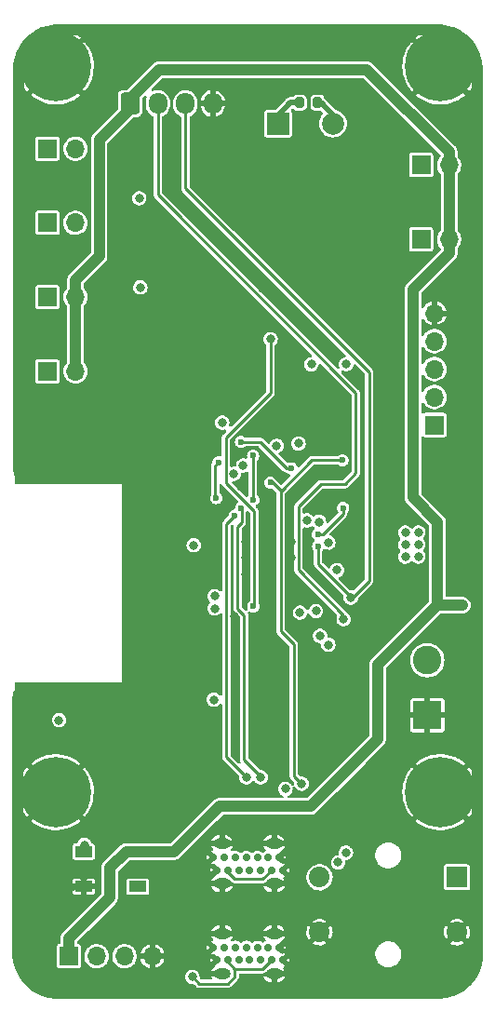
<source format=gbr>
%TF.GenerationSoftware,KiCad,Pcbnew,(6.0.2)*%
%TF.CreationDate,2022-04-29T18:18:38+02:00*%
%TF.ProjectId,reflowControllerV2,7265666c-6f77-4436-9f6e-74726f6c6c65,rev?*%
%TF.SameCoordinates,Original*%
%TF.FileFunction,Copper,L4,Bot*%
%TF.FilePolarity,Positive*%
%FSLAX46Y46*%
G04 Gerber Fmt 4.6, Leading zero omitted, Abs format (unit mm)*
G04 Created by KiCad (PCBNEW (6.0.2)) date 2022-04-29 18:18:38*
%MOMM*%
%LPD*%
G01*
G04 APERTURE LIST*
G04 Aperture macros list*
%AMRoundRect*
0 Rectangle with rounded corners*
0 $1 Rounding radius*
0 $2 $3 $4 $5 $6 $7 $8 $9 X,Y pos of 4 corners*
0 Add a 4 corners polygon primitive as box body*
4,1,4,$2,$3,$4,$5,$6,$7,$8,$9,$2,$3,0*
0 Add four circle primitives for the rounded corners*
1,1,$1+$1,$2,$3*
1,1,$1+$1,$4,$5*
1,1,$1+$1,$6,$7*
1,1,$1+$1,$8,$9*
0 Add four rect primitives between the rounded corners*
20,1,$1+$1,$2,$3,$4,$5,0*
20,1,$1+$1,$4,$5,$6,$7,0*
20,1,$1+$1,$6,$7,$8,$9,0*
20,1,$1+$1,$8,$9,$2,$3,0*%
G04 Aperture macros list end*
%TA.AperFunction,ComponentPad*%
%ADD10C,6.400000*%
%TD*%
%TA.AperFunction,ComponentPad*%
%ADD11C,0.800000*%
%TD*%
%TA.AperFunction,ComponentPad*%
%ADD12R,1.700000X1.700000*%
%TD*%
%TA.AperFunction,ComponentPad*%
%ADD13O,1.700000X1.700000*%
%TD*%
%TA.AperFunction,ComponentPad*%
%ADD14R,2.000000X2.000000*%
%TD*%
%TA.AperFunction,ComponentPad*%
%ADD15C,2.000000*%
%TD*%
%TA.AperFunction,ComponentPad*%
%ADD16R,2.600000X2.600000*%
%TD*%
%TA.AperFunction,ComponentPad*%
%ADD17C,2.600000*%
%TD*%
%TA.AperFunction,ComponentPad*%
%ADD18C,0.700000*%
%TD*%
%TA.AperFunction,ComponentPad*%
%ADD19O,1.500000X1.000000*%
%TD*%
%TA.AperFunction,SMDPad,CuDef*%
%ADD20R,1.500000X1.000000*%
%TD*%
%TA.AperFunction,ComponentPad*%
%ADD21RoundRect,0.250000X-0.600000X-0.725000X0.600000X-0.725000X0.600000X0.725000X-0.600000X0.725000X0*%
%TD*%
%TA.AperFunction,ComponentPad*%
%ADD22O,1.700000X1.950000*%
%TD*%
%TA.AperFunction,ComponentPad*%
%ADD23R,1.875000X1.875000*%
%TD*%
%TA.AperFunction,ComponentPad*%
%ADD24C,1.875000*%
%TD*%
%TA.AperFunction,SMDPad,CuDef*%
%ADD25RoundRect,0.200000X0.200000X0.275000X-0.200000X0.275000X-0.200000X-0.275000X0.200000X-0.275000X0*%
%TD*%
%TA.AperFunction,ViaPad*%
%ADD26C,0.800000*%
%TD*%
%TA.AperFunction,ViaPad*%
%ADD27C,0.600000*%
%TD*%
%TA.AperFunction,Conductor*%
%ADD28C,0.254000*%
%TD*%
%TA.AperFunction,Conductor*%
%ADD29C,1.000000*%
%TD*%
%TA.AperFunction,Conductor*%
%ADD30C,0.500000*%
%TD*%
G04 APERTURE END LIST*
D10*
%TO.P,H4,1,1*%
%TO.N,GND*%
X39000000Y-70000000D03*
D11*
X37302944Y-68302944D03*
X41400000Y-70000000D03*
X40697056Y-68302944D03*
X36600000Y-70000000D03*
X40697056Y-71697056D03*
X37302944Y-71697056D03*
X39000000Y-72400000D03*
X39000000Y-67600000D03*
%TD*%
D12*
%TO.P,J7,1,Pin_1*%
%TO.N,/T2-*%
X3250000Y-11475000D03*
D13*
%TO.P,J7,2,Pin_2*%
%TO.N,/T2+*%
X5790000Y-11475000D03*
%TD*%
D12*
%TO.P,J3,1,Pin_1*%
%TO.N,/SSR1*%
X3250000Y-24975000D03*
D13*
%TO.P,J3,2,Pin_2*%
%TO.N,+5V*%
X5790000Y-24975000D03*
%TD*%
D12*
%TO.P,J2,1,Pin_1*%
%TO.N,/SSR2*%
X3250000Y-31725000D03*
D13*
%TO.P,J2,2,Pin_2*%
%TO.N,+5V*%
X5790000Y-31725000D03*
%TD*%
D14*
%TO.P,BZ1,1,-*%
%TO.N,+3V3*%
X24229216Y-9200000D03*
D15*
%TO.P,BZ1,2,+*%
%TO.N,Net-(BZ1-Pad2)*%
X29229216Y-9200000D03*
%TD*%
D16*
%TO.P,J11,1,Pin_1*%
%TO.N,GND*%
X37805000Y-63000000D03*
D17*
%TO.P,J11,2,Pin_2*%
%TO.N,/VIN*%
X37805000Y-58000000D03*
%TD*%
D12*
%TO.P,J8,1,Pin_1*%
%TO.N,+3V3*%
X38455000Y-36610000D03*
D13*
%TO.P,J8,2,Pin_2*%
%TO.N,/SWDIO*%
X38455000Y-34070000D03*
%TO.P,J8,3,Pin_3*%
%TO.N,/SWCLK*%
X38455000Y-31530000D03*
%TO.P,J8,4,Pin_4*%
%TO.N,/NRST*%
X38455000Y-28990000D03*
%TO.P,J8,5,Pin_5*%
%TO.N,GND*%
X38455000Y-26450000D03*
%TD*%
D11*
%TO.P,H3,1,1*%
%TO.N,GND*%
X2302944Y-71697056D03*
X4000000Y-72400000D03*
X5697056Y-68302944D03*
X2302944Y-68302944D03*
X6400000Y-70000000D03*
X5697056Y-71697056D03*
D10*
X4000000Y-70000000D03*
D11*
X1600000Y-70000000D03*
X4000000Y-67600000D03*
%TD*%
%TO.P,H1,1,1*%
%TO.N,GND*%
X4000000Y-6400000D03*
X1600000Y-4000000D03*
X2302944Y-5697056D03*
X6400000Y-4000000D03*
X5697056Y-2302944D03*
X2302944Y-2302944D03*
X4000000Y-1600000D03*
D10*
X4000000Y-4000000D03*
D11*
X5697056Y-5697056D03*
%TD*%
D12*
%TO.P,J4,1,Pin_1*%
%TO.N,/FAN2*%
X37250000Y-19725000D03*
D13*
%TO.P,J4,2,Pin_2*%
%TO.N,+5V*%
X39790000Y-19725000D03*
%TD*%
D11*
%TO.P,H2,1,1*%
%TO.N,GND*%
X37302944Y-2302944D03*
X36600000Y-4000000D03*
X37302944Y-5697056D03*
X41400000Y-4000000D03*
X40697056Y-2302944D03*
D10*
X39000000Y-4000000D03*
D11*
X39000000Y-6400000D03*
X40697056Y-5697056D03*
X39000000Y-1600000D03*
%TD*%
D12*
%TO.P,J6,1,Pin_1*%
%TO.N,/T1-*%
X3250000Y-18225000D03*
D13*
%TO.P,J6,2,Pin_2*%
%TO.N,/T1+*%
X5790000Y-18225000D03*
%TD*%
D12*
%TO.P,J5,1,Pin_1*%
%TO.N,/FAN1*%
X37250000Y-12975000D03*
D13*
%TO.P,J5,2,Pin_2*%
%TO.N,+5V*%
X39790000Y-12975000D03*
%TD*%
D18*
%TO.P,U2,A1,GND*%
%TO.N,GND*%
X24340000Y-75920000D03*
%TO.P,U2,A4,VBUS*%
%TO.N,Net-(U2-PadA4)*%
X23340000Y-75920000D03*
%TO.P,U2,A5,CC1*%
%TO.N,unconnected-(U2-PadA5)*%
X22340000Y-75920000D03*
%TO.P,U2,A6,DP1*%
%TO.N,/USB2_D+*%
X21340000Y-75920000D03*
%TO.P,U2,A7,DN1*%
%TO.N,/USB2_D-*%
X20340000Y-75920000D03*
%TO.P,U2,A9,VBUS*%
%TO.N,Net-(U2-PadA4)*%
X19340000Y-75920000D03*
%TO.P,U2,A12,GND*%
%TO.N,GND*%
X18340000Y-75920000D03*
%TO.P,U2,B1,GND*%
X18660000Y-77080000D03*
%TO.P,U2,B4,VBUS*%
%TO.N,Net-(U2-PadA4)*%
X19660000Y-77080000D03*
%TO.P,U2,B5,CC2*%
%TO.N,unconnected-(U2-PadB5)*%
X20660000Y-77080000D03*
%TO.P,U2,B6,DP2*%
%TO.N,/USB2_D+*%
X21660000Y-77080000D03*
%TO.P,U2,B7,DN2*%
%TO.N,/USB2_D-*%
X22660000Y-77080000D03*
%TO.P,U2,B9,VBUS*%
%TO.N,Net-(U2-PadA4)*%
X23660000Y-77080000D03*
%TO.P,U2,B12,GND*%
%TO.N,GND*%
X24660000Y-77080000D03*
D19*
%TO.P,U2,MH1,MH*%
X23870000Y-74670000D03*
X23870000Y-78330000D03*
%TO.P,U2,MH2,MH*%
X19130000Y-74670000D03*
X19130000Y-78330000D03*
%TD*%
D20*
%TO.P,D2,1,VDD*%
%TO.N,+5V*%
X11450000Y-75400000D03*
%TO.P,D2,2,DOUT*%
%TO.N,unconnected-(D2-Pad2)*%
X11450000Y-78600000D03*
%TO.P,D2,3,VSS*%
%TO.N,GND*%
X6550000Y-78600000D03*
%TO.P,D2,4,DIN*%
%TO.N,/WS_DATA*%
X6550000Y-75400000D03*
%TD*%
D13*
%TO.P,J9,4,Pin_4*%
%TO.N,GND*%
X12795000Y-84925000D03*
%TO.P,J9,3,Pin_3*%
%TO.N,/USART1_TX*%
X10255000Y-84925000D03*
%TO.P,J9,2,Pin_2*%
%TO.N,/USART1_RX*%
X7715000Y-84925000D03*
D12*
%TO.P,J9,1,Pin_1*%
%TO.N,+5V*%
X5175000Y-84925000D03*
%TD*%
D21*
%TO.P,J10,1,Pin_1*%
%TO.N,+5V*%
X10750000Y-7372500D03*
D22*
%TO.P,J10,2,Pin_2*%
%TO.N,/USART1_RX*%
X13290000Y-7372500D03*
%TO.P,J10,3,Pin_3*%
%TO.N,/USART1_TX*%
X15790000Y-7372500D03*
%TO.P,J10,4,Pin_4*%
%TO.N,GND*%
X18290000Y-7372500D03*
%TD*%
D18*
%TO.P,U1,A1,GND*%
%TO.N,GND*%
X24340000Y-84120000D03*
%TO.P,U1,A4,VBUS*%
%TO.N,Net-(U1-PadA4)*%
X23340000Y-84120000D03*
%TO.P,U1,A5,CC1*%
%TO.N,unconnected-(U1-PadA5)*%
X22340000Y-84120000D03*
%TO.P,U1,A6,DP1*%
%TO.N,/USB1_D+*%
X21340000Y-84120000D03*
%TO.P,U1,A7,DN1*%
%TO.N,/USB1_D-*%
X20340000Y-84120000D03*
%TO.P,U1,A9,VBUS*%
%TO.N,Net-(U1-PadA4)*%
X19340000Y-84120000D03*
%TO.P,U1,A12,GND*%
%TO.N,GND*%
X18340000Y-84120000D03*
%TO.P,U1,B1,GND*%
X18660000Y-85280000D03*
%TO.P,U1,B4,VBUS*%
%TO.N,Net-(U1-PadA4)*%
X19660000Y-85280000D03*
%TO.P,U1,B5,CC2*%
%TO.N,unconnected-(U1-PadB5)*%
X20660000Y-85280000D03*
%TO.P,U1,B6,DP2*%
%TO.N,/USB1_D+*%
X21660000Y-85280000D03*
%TO.P,U1,B7,DN2*%
%TO.N,/USB1_D-*%
X22660000Y-85280000D03*
%TO.P,U1,B9,VBUS*%
%TO.N,Net-(U1-PadA4)*%
X23660000Y-85280000D03*
%TO.P,U1,B12,GND*%
%TO.N,GND*%
X24660000Y-85280000D03*
D19*
%TO.P,U1,MH1,MH*%
X23870000Y-86530000D03*
X23870000Y-82870000D03*
%TO.P,U1,MH2,MH*%
X19130000Y-86530000D03*
X19130000Y-82870000D03*
%TD*%
D23*
%TO.P,SW1,1*%
%TO.N,/NRST*%
X40500000Y-77750000D03*
D24*
%TO.P,SW1,2*%
X28000000Y-77750000D03*
%TO.P,SW1,3*%
%TO.N,GND*%
X40500000Y-82750000D03*
%TO.P,SW1,4*%
X28000000Y-82750000D03*
%TD*%
D25*
%TO.P,R6,1*%
%TO.N,Net-(BZ1-Pad2)*%
X27825000Y-7300000D03*
%TO.P,R6,2*%
%TO.N,+3V3*%
X26175000Y-7300000D03*
%TD*%
D26*
%TO.N,GND*%
X41050000Y-45824500D03*
%TO.N,+3V3*%
X16550000Y-47550000D03*
%TO.N,GND*%
X41800000Y-86700000D03*
X40300000Y-87900000D03*
X3000000Y-88100000D03*
X1200000Y-86700000D03*
X42400000Y-77400000D03*
X500020Y-84402993D03*
X42400000Y-84600000D03*
X42400000Y-79900000D03*
X42400000Y-82400000D03*
X42400000Y-69900000D03*
X42400000Y-57400000D03*
X42400000Y-67400000D03*
X42400000Y-49900000D03*
X42400000Y-44900000D03*
X42400000Y-54900000D03*
X42400000Y-42400000D03*
X42400000Y-62400000D03*
X42400000Y-47400000D03*
X42400000Y-74900000D03*
X42400000Y-72400000D03*
X42400000Y-59900000D03*
X42400000Y-52400000D03*
X42400000Y-64900000D03*
X42400000Y-34900000D03*
X42400000Y-22400000D03*
X42400000Y-32400000D03*
X42400000Y-14900000D03*
X42400000Y-9900000D03*
X42400000Y-19900000D03*
X42400000Y-7400000D03*
X42400000Y-27400000D03*
X42400000Y-12400000D03*
X42400000Y-39900000D03*
X42400000Y-37400000D03*
X42400000Y-24900000D03*
X42400000Y-17400000D03*
X42400000Y-29900000D03*
X600000Y-34900000D03*
X600000Y-22400000D03*
X600000Y-32400000D03*
X600000Y-14900000D03*
X600000Y-9900000D03*
X600000Y-19900000D03*
X600000Y-7400000D03*
X600000Y-27400000D03*
X600000Y-12400000D03*
X600000Y-39900000D03*
X600000Y-37400000D03*
X600000Y-24900000D03*
X600000Y-17400000D03*
X600000Y-29900000D03*
X10000000Y-750000D03*
X22500000Y-750000D03*
X12500000Y-750000D03*
X30000000Y-750000D03*
X35000000Y-750000D03*
X25000000Y-750000D03*
X37500000Y-750000D03*
X17500000Y-750000D03*
X32500000Y-750000D03*
X5000000Y-750000D03*
X7500000Y-750000D03*
X20000000Y-750000D03*
X27500000Y-750000D03*
X15000000Y-750000D03*
X38000000Y-88300000D03*
X35500000Y-88300000D03*
X33000000Y-88300000D03*
X30500000Y-88300000D03*
X28000000Y-88300000D03*
X25500000Y-88300000D03*
X23000000Y-88300000D03*
X20500000Y-88300000D03*
X18000000Y-88300000D03*
X15500000Y-88300000D03*
X13000000Y-88300000D03*
X10500000Y-88300000D03*
X8000000Y-88300000D03*
X5500000Y-88300000D03*
X500020Y-82000000D03*
X500020Y-79749980D03*
X500020Y-77249980D03*
X500020Y-74749980D03*
X500020Y-72249980D03*
X500020Y-69749980D03*
X500020Y-67249980D03*
X500020Y-64749980D03*
X500020Y-62249980D03*
%TO.N,+3V3*%
X18400000Y-61600000D03*
X37000000Y-47500000D03*
X20200000Y-41050000D03*
X26100000Y-38300000D03*
X30400000Y-75500000D03*
X24100000Y-38500000D03*
X28800000Y-47300011D03*
X18450000Y-53300000D03*
X35800000Y-47500000D03*
X29700000Y-76400000D03*
X11600000Y-16000000D03*
X27950000Y-45425000D03*
X11700000Y-24100000D03*
X35800000Y-46400000D03*
X21050000Y-40300000D03*
X27250000Y-31100000D03*
X28800000Y-56600000D03*
X19150000Y-36400000D03*
X27675000Y-53525000D03*
X29600000Y-49800000D03*
X18450000Y-52175000D03*
X26225000Y-53675000D03*
X37000000Y-46400000D03*
X30425000Y-31075000D03*
X35800000Y-48600000D03*
X24900000Y-69700000D03*
X37000000Y-48600000D03*
X26850000Y-45300000D03*
X28050000Y-55800000D03*
X4300000Y-63450000D03*
%TO.N,GND*%
X6520000Y-77710000D03*
D27*
X30300000Y-45600000D03*
D26*
X13115000Y-40490000D03*
X34100000Y-49500000D03*
X21050000Y-34450000D03*
X8000000Y-41500000D03*
X7000000Y-60500000D03*
X12830000Y-38430000D03*
X14780000Y-52370000D03*
X39000000Y-43000000D03*
X16000000Y-78100000D03*
X34100000Y-52100000D03*
X6000000Y-41500000D03*
X10500000Y-42500000D03*
X13115000Y-39490000D03*
X10100000Y-36925000D03*
X39700000Y-42200000D03*
X10000000Y-41500000D03*
X7025000Y-36925000D03*
X13090000Y-44490000D03*
X23700000Y-57050000D03*
X23350000Y-50200000D03*
X14600000Y-72500000D03*
X35300000Y-39600000D03*
X9000000Y-60500000D03*
X3000000Y-60500000D03*
X21300000Y-48706143D03*
X1000000Y-60500000D03*
X10500000Y-46500000D03*
X10500000Y-49500000D03*
X10500000Y-45500000D03*
X23350000Y-48700000D03*
X11275000Y-37100000D03*
X2000000Y-60500000D03*
X10000000Y-60500000D03*
X3000000Y-41500000D03*
X5900000Y-63450000D03*
X14600000Y-73500000D03*
X7000000Y-41500000D03*
X10500000Y-54750000D03*
X10500000Y-59750000D03*
X8000000Y-60500000D03*
X13115000Y-41490000D03*
X12080000Y-37750000D03*
D27*
X15000000Y-48250000D03*
D26*
X21300000Y-47200000D03*
X20100000Y-34450000D03*
X39000000Y-39700000D03*
X9000000Y-41500000D03*
X9025000Y-36925000D03*
X2000000Y-41500000D03*
X10500000Y-47500000D03*
X10500000Y-48500000D03*
X35300000Y-53100000D03*
X14620000Y-47210000D03*
X10500000Y-57750000D03*
X6000000Y-60500000D03*
X13115000Y-42490000D03*
X20250000Y-54050000D03*
X25400000Y-50200000D03*
X39700000Y-40500000D03*
X10500000Y-44500000D03*
X5000000Y-60500000D03*
X34100000Y-54100000D03*
X41000000Y-42500000D03*
X4000000Y-60500000D03*
X19150000Y-34450000D03*
X10500000Y-55750000D03*
X23350000Y-47200000D03*
D27*
X30300000Y-46850000D03*
D26*
X35300000Y-54100000D03*
X10500000Y-52750000D03*
X20850000Y-42200000D03*
X25400000Y-47193857D03*
X30650000Y-49050000D03*
X21300000Y-50206143D03*
X4000000Y-41500000D03*
X10500000Y-53750000D03*
X13090000Y-45490000D03*
X1600000Y-36900000D03*
X25400000Y-48700000D03*
X5450000Y-78610000D03*
X16000000Y-79300000D03*
X13740000Y-46410000D03*
X11790000Y-52380000D03*
X1500000Y-39900000D03*
X8025000Y-36925000D03*
X10500000Y-58750000D03*
X1000000Y-41500000D03*
D27*
X21775000Y-54375000D03*
D26*
X10500000Y-56750000D03*
X5000000Y-41500000D03*
D27*
X16800000Y-51200000D03*
D26*
X34100000Y-53100000D03*
X16800000Y-61600000D03*
X6025000Y-36925000D03*
X13115000Y-43490000D03*
X13800000Y-52650000D03*
D27*
X17700000Y-51200000D03*
D26*
X10500000Y-43500000D03*
X12870000Y-52390000D03*
X3000000Y-36000000D03*
%TO.N,/NRST*%
X26360000Y-69230000D03*
D27*
X23523500Y-41850000D03*
X30093003Y-39806997D03*
D26*
%TO.N,+5V*%
X41000000Y-53000000D03*
%TO.N,/WS_DATA*%
X6600000Y-74800000D03*
%TO.N,/USART1_TX*%
X30850000Y-52300000D03*
D27*
X27875000Y-47625000D03*
D26*
%TO.N,/USART1_RX*%
X30200000Y-54275000D03*
D27*
%TO.N,Net-(JP1-Pad1)*%
X20850000Y-38150000D03*
X25450000Y-40550000D03*
%TO.N,/BUZ*%
X21973500Y-43400000D03*
X21950000Y-39400000D03*
%TO.N,/FAN1_IO*%
X21973500Y-53100574D03*
D26*
X23550000Y-28800000D03*
D27*
%TO.N,/I2C1_SDA*%
X27850000Y-46550000D03*
X30150000Y-44150000D03*
D26*
%TO.N,Net-(U1-PadA4)*%
X16440000Y-86810000D03*
D27*
%TO.N,/LPUART1_RX*%
X20300011Y-44850000D03*
D26*
X21350000Y-68650000D03*
D27*
%TO.N,/LPUART1_TX*%
X20850000Y-44200000D03*
D26*
X22650000Y-68650000D03*
D27*
%TO.N,/T2_CS*%
X18800000Y-40000000D03*
X18600000Y-43250000D03*
%TD*%
D28*
%TO.N,/T2_CS*%
X18500000Y-43150000D02*
X18600000Y-43250000D01*
X18500000Y-40300000D02*
X18500000Y-43150000D01*
X18800000Y-40000000D02*
X18500000Y-40300000D01*
D29*
%TO.N,+5V*%
X5175000Y-83325000D02*
X5175000Y-84925000D01*
X8900000Y-79600000D02*
X5175000Y-83325000D01*
X8900000Y-76900000D02*
X8900000Y-79600000D01*
X10400000Y-75400000D02*
X8900000Y-76900000D01*
X11450000Y-75400000D02*
X10400000Y-75400000D01*
D28*
%TO.N,/USART1_RX*%
X13290000Y-15690000D02*
X13290000Y-7372500D01*
X31300000Y-41000000D02*
X31300000Y-33700000D01*
X30300000Y-42000000D02*
X31300000Y-41000000D01*
X31300000Y-33700000D02*
X13290000Y-15690000D01*
X28100000Y-42000000D02*
X30300000Y-42000000D01*
X26100000Y-44000000D02*
X28100000Y-42000000D01*
X26100000Y-49800000D02*
X26100000Y-44000000D01*
X30200000Y-54275000D02*
X30200000Y-53900000D01*
X30200000Y-53900000D02*
X26100000Y-49800000D01*
%TO.N,/USART1_TX*%
X15790000Y-15090000D02*
X15790000Y-7372500D01*
X32500000Y-31800000D02*
X15790000Y-15090000D01*
X32500000Y-50800000D02*
X32500000Y-31800000D01*
X31000000Y-52300000D02*
X32500000Y-50800000D01*
X30850000Y-52300000D02*
X31000000Y-52300000D01*
X27875000Y-49275000D02*
X27875000Y-47625000D01*
X30850000Y-52250000D02*
X27875000Y-49275000D01*
D30*
%TO.N,+3V3*%
X24229216Y-8420784D02*
X24229216Y-9200000D01*
X25350000Y-7300000D02*
X24229216Y-8420784D01*
X26175000Y-7300000D02*
X25350000Y-7300000D01*
%TO.N,Net-(BZ1-Pad2)*%
X28100000Y-7300000D02*
X29229216Y-8429216D01*
X29229216Y-8429216D02*
X29229216Y-9200000D01*
X27825000Y-7300000D02*
X28100000Y-7300000D01*
%TO.N,GND*%
X6550000Y-78600000D02*
X6550000Y-77740000D01*
D29*
X500020Y-72099980D02*
X500020Y-61707058D01*
D30*
X6550000Y-78600000D02*
X5460000Y-78600000D01*
D29*
X4114188Y-88300000D02*
X38744366Y-88300000D01*
D30*
X5460000Y-78600000D02*
X5450000Y-78610000D01*
X6550000Y-77740000D02*
X6520000Y-77710000D01*
D29*
X39027208Y-700000D02*
X3930000Y-700000D01*
X582688Y-4435542D02*
X582688Y-40492521D01*
X999999Y-41500000D02*
X1000000Y-41500000D01*
X42374520Y-84847289D02*
X42374520Y-4435542D01*
X500020Y-72099980D02*
X500020Y-84402993D01*
X4114188Y-88300000D02*
G75*
G02*
X1700000Y-87300000I0J3414151D01*
G01*
X1700000Y-87300000D02*
G75*
G02*
X500020Y-84402993I2897009J2897009D01*
G01*
X582689Y-4435542D02*
G75*
G02*
X1757209Y-1600001I4010064J-1D01*
G01*
X41400000Y-87200000D02*
G75*
G02*
X38744366Y-88300000I-2655635J2655635D01*
G01*
X39027208Y-700001D02*
G75*
G02*
X41199999Y-1600001I1J-3072789D01*
G01*
X42374520Y-84847289D02*
G75*
G02*
X41400000Y-87200000I-3327242J-2D01*
G01*
X1000000Y-60500000D02*
G75*
G03*
X500020Y-61707058I1207051J-1207056D01*
G01*
X1757208Y-1600000D02*
G75*
G02*
X3930000Y-700000I2172789J-2172785D01*
G01*
X41200000Y-1600000D02*
G75*
G02*
X42374520Y-4435542I-2835545J-2835543D01*
G01*
X999999Y-41500000D02*
G75*
G02*
X582688Y-40492521I1007483J1007480D01*
G01*
D28*
%TO.N,/NRST*%
X27313003Y-39806997D02*
X24480000Y-42640000D01*
X23523500Y-41850000D02*
X23710000Y-41850000D01*
X24480000Y-42640000D02*
X24480000Y-43210000D01*
X24480000Y-42620000D02*
X24480000Y-43210000D01*
X23710000Y-41850000D02*
X24480000Y-42620000D01*
X30093003Y-39806997D02*
X27313003Y-39806997D01*
X26360000Y-69230000D02*
X25670000Y-68540000D01*
X25670000Y-56590000D02*
X24480000Y-55400000D01*
X24480000Y-55400000D02*
X24480000Y-43210000D01*
X25670000Y-68540000D02*
X25670000Y-56590000D01*
D29*
%TO.N,+5V*%
X33274000Y-58426000D02*
X38700000Y-53000000D01*
X39790000Y-21010000D02*
X39790000Y-19725000D01*
X36500000Y-43200000D02*
X36500000Y-24300000D01*
X32317081Y-4300000D02*
X39790000Y-11772919D01*
X11450000Y-75400000D02*
X14770000Y-75400000D01*
X10750000Y-7372500D02*
X10750000Y-6950000D01*
X18870000Y-71300000D02*
X27200000Y-71300000D01*
X10750000Y-7875000D02*
X10750000Y-7372500D01*
X5790000Y-24975000D02*
X5790000Y-23440000D01*
X7950000Y-21280000D02*
X7950000Y-10675000D01*
X38700000Y-53000000D02*
X39000000Y-53000000D01*
X5790000Y-31725000D02*
X5790000Y-24975000D01*
X39790000Y-11772919D02*
X39790000Y-12975000D01*
X39790000Y-12975000D02*
X39790000Y-19725000D01*
X39000000Y-53000000D02*
X38750000Y-52750000D01*
X39000000Y-53000000D02*
X41000000Y-53000000D01*
X38750000Y-52750000D02*
X38750000Y-45450000D01*
X5790000Y-23440000D02*
X7950000Y-21280000D01*
X38750000Y-45450000D02*
X36500000Y-43200000D01*
X13400000Y-4300000D02*
X32317081Y-4300000D01*
X36500000Y-24300000D02*
X39790000Y-21010000D01*
X7950000Y-10675000D02*
X10750000Y-7875000D01*
X14770000Y-75400000D02*
X18870000Y-71300000D01*
X33274000Y-65226000D02*
X33274000Y-58426000D01*
X10750000Y-6950000D02*
X13400000Y-4300000D01*
X27200000Y-71300000D02*
X33274000Y-65226000D01*
D28*
%TO.N,/WS_DATA*%
X6600000Y-75350000D02*
X6550000Y-75400000D01*
X6600000Y-74800000D02*
X6600000Y-75350000D01*
%TO.N,/USART1_TX*%
X30850000Y-52300000D02*
X30850000Y-52250000D01*
%TO.N,Net-(JP1-Pad1)*%
X22600000Y-38150000D02*
X20850000Y-38150000D01*
X25000000Y-40550000D02*
X22600000Y-38150000D01*
X25450000Y-40550000D02*
X25000000Y-40550000D01*
%TO.N,/BUZ*%
X21950000Y-39400000D02*
X21950000Y-43376500D01*
X21950000Y-43376500D02*
X21973500Y-43400000D01*
%TO.N,/FAN1_IO*%
X22050000Y-44450000D02*
X19473489Y-41873489D01*
X23550000Y-33700000D02*
X23550000Y-28800000D01*
X19473489Y-37776511D02*
X23550000Y-33700000D01*
X21973500Y-53100574D02*
X22050000Y-53024074D01*
X19473489Y-41873489D02*
X19473489Y-37776511D01*
X22050000Y-53024074D02*
X22050000Y-44450000D01*
%TO.N,/I2C1_SDA*%
X30150000Y-44150000D02*
X30150000Y-44677443D01*
X30150000Y-44677443D02*
X28277443Y-46550000D01*
X28277443Y-46550000D02*
X27850000Y-46550000D01*
%TO.N,Net-(U1-PadA4)*%
X23620000Y-85280000D02*
X23660000Y-85280000D01*
X22800000Y-86100000D02*
X23620000Y-85280000D01*
X20300000Y-86778875D02*
X19648875Y-87430000D01*
X19648875Y-87430000D02*
X18540000Y-87430000D01*
X20300000Y-86100000D02*
X20300000Y-86778875D01*
X19660000Y-85460000D02*
X20300000Y-86100000D01*
X18540000Y-87430000D02*
X17060000Y-87430000D01*
X17060000Y-87430000D02*
X16440000Y-86810000D01*
X20300000Y-86100000D02*
X22800000Y-86100000D01*
X19660000Y-85280000D02*
X19660000Y-85460000D01*
%TO.N,Net-(U2-PadA4)*%
X20300000Y-77900000D02*
X22840000Y-77900000D01*
X19660000Y-77260000D02*
X20300000Y-77900000D01*
X22840000Y-77900000D02*
X23660000Y-77080000D01*
X19660000Y-77080000D02*
X19660000Y-77260000D01*
%TO.N,/LPUART1_RX*%
X19523489Y-66823489D02*
X21350000Y-68650000D01*
X20300011Y-44850000D02*
X19523489Y-45626522D01*
X19523489Y-45626522D02*
X19523489Y-66823489D01*
%TO.N,/LPUART1_TX*%
X21148489Y-54634510D02*
X21150000Y-54636021D01*
X20926511Y-44276511D02*
X20926511Y-45473489D01*
X21150000Y-54636021D02*
X21150000Y-67050000D01*
X20850000Y-44200000D02*
X20926511Y-44276511D01*
X21150000Y-53900000D02*
X21150000Y-54113979D01*
X21150000Y-67050000D02*
X22650000Y-68550000D01*
X20550000Y-45850000D02*
X20550000Y-53300000D01*
X22650000Y-68550000D02*
X22650000Y-68650000D01*
X21148489Y-54115490D02*
X21148489Y-54634510D01*
X20926511Y-45473489D02*
X20550000Y-45850000D01*
X20550000Y-53300000D02*
X21150000Y-53900000D01*
X21150000Y-54113979D02*
X21148489Y-54115490D01*
%TD*%
%TA.AperFunction,Conductor*%
%TO.N,GND*%
G36*
X38987153Y-256421D02*
G01*
X39000000Y-258976D01*
X39012170Y-256556D01*
X39024581Y-256556D01*
X39024581Y-256560D01*
X39035584Y-255749D01*
X39246485Y-266109D01*
X39360994Y-271735D01*
X39373290Y-272945D01*
X39724684Y-325070D01*
X39736805Y-327480D01*
X39839577Y-353223D01*
X40081400Y-413798D01*
X40093232Y-417387D01*
X40427704Y-537062D01*
X40439128Y-541794D01*
X40616632Y-625747D01*
X40709024Y-669445D01*
X40760258Y-693677D01*
X40771163Y-699506D01*
X41075860Y-882135D01*
X41086141Y-889005D01*
X41371465Y-1100616D01*
X41381023Y-1108460D01*
X41644235Y-1347021D01*
X41652979Y-1355765D01*
X41891540Y-1618977D01*
X41899384Y-1628535D01*
X42110995Y-1913859D01*
X42117865Y-1924140D01*
X42300494Y-2228837D01*
X42306323Y-2239742D01*
X42458206Y-2560872D01*
X42462938Y-2572296D01*
X42582613Y-2906768D01*
X42586202Y-2918600D01*
X42661073Y-3217495D01*
X42672519Y-3263191D01*
X42674930Y-3275316D01*
X42726497Y-3622947D01*
X42727054Y-3626705D01*
X42728265Y-3639006D01*
X42732137Y-3717821D01*
X42744251Y-3964416D01*
X42743440Y-3975419D01*
X42743444Y-3975419D01*
X42743444Y-3987830D01*
X42741024Y-4000000D01*
X42743579Y-4012844D01*
X42746000Y-4037425D01*
X42746000Y-84962575D01*
X42743579Y-84987153D01*
X42741024Y-85000000D01*
X42743444Y-85012170D01*
X42743444Y-85024581D01*
X42743440Y-85024581D01*
X42744251Y-85035584D01*
X42736316Y-85197115D01*
X42731623Y-85292659D01*
X42728266Y-85360989D01*
X42727055Y-85373290D01*
X42676711Y-85712682D01*
X42674931Y-85724681D01*
X42672520Y-85736805D01*
X42647810Y-85835453D01*
X42586202Y-86081400D01*
X42582613Y-86093232D01*
X42462938Y-86427704D01*
X42458206Y-86439128D01*
X42430152Y-86498444D01*
X42322469Y-86726121D01*
X42306323Y-86760258D01*
X42300496Y-86771158D01*
X42259364Y-86839784D01*
X42117865Y-87075860D01*
X42110995Y-87086141D01*
X41899384Y-87371465D01*
X41891540Y-87381023D01*
X41652979Y-87644235D01*
X41644235Y-87652979D01*
X41381023Y-87891540D01*
X41371465Y-87899384D01*
X41086141Y-88110995D01*
X41075860Y-88117865D01*
X40771163Y-88300494D01*
X40760258Y-88306323D01*
X40439128Y-88458206D01*
X40427704Y-88462938D01*
X40093232Y-88582613D01*
X40081400Y-88586202D01*
X39839577Y-88646777D01*
X39736805Y-88672520D01*
X39724684Y-88674930D01*
X39373290Y-88727055D01*
X39360994Y-88728265D01*
X39246485Y-88733891D01*
X39035584Y-88744251D01*
X39024581Y-88743440D01*
X39024581Y-88743444D01*
X39012170Y-88743444D01*
X39000000Y-88741024D01*
X38987153Y-88743579D01*
X38962575Y-88746000D01*
X4037425Y-88746000D01*
X4012847Y-88743579D01*
X4000000Y-88741024D01*
X3987830Y-88743444D01*
X3975419Y-88743444D01*
X3975419Y-88743440D01*
X3964416Y-88744251D01*
X3753515Y-88733891D01*
X3639006Y-88728265D01*
X3626710Y-88727055D01*
X3275316Y-88674930D01*
X3263195Y-88672520D01*
X3160423Y-88646777D01*
X2918600Y-88586202D01*
X2906768Y-88582613D01*
X2572296Y-88462938D01*
X2560872Y-88458206D01*
X2239742Y-88306323D01*
X2228837Y-88300494D01*
X1924140Y-88117865D01*
X1913859Y-88110995D01*
X1628535Y-87899384D01*
X1618977Y-87891540D01*
X1355765Y-87652979D01*
X1347021Y-87644235D01*
X1108460Y-87381023D01*
X1100616Y-87371465D01*
X889005Y-87086141D01*
X882135Y-87075860D01*
X740636Y-86839784D01*
X718647Y-86803096D01*
X15780729Y-86803096D01*
X15784697Y-86839034D01*
X15797168Y-86951992D01*
X15798113Y-86960553D01*
X15800723Y-86967684D01*
X15800723Y-86967686D01*
X15844357Y-87086921D01*
X15852553Y-87109319D01*
X15940908Y-87240805D01*
X15946527Y-87245918D01*
X15946528Y-87245919D01*
X15987912Y-87283575D01*
X16058076Y-87347419D01*
X16197293Y-87423008D01*
X16350522Y-87463207D01*
X16429421Y-87464446D01*
X16505898Y-87465648D01*
X16573696Y-87486717D01*
X16593014Y-87502537D01*
X16751957Y-87661480D01*
X16767316Y-87680496D01*
X16768280Y-87681556D01*
X16773929Y-87690304D01*
X16782104Y-87696748D01*
X16782106Y-87696751D01*
X16800472Y-87711229D01*
X16804950Y-87715208D01*
X16805010Y-87715137D01*
X16808967Y-87718490D01*
X16812648Y-87722171D01*
X16816880Y-87725195D01*
X16816882Y-87725197D01*
X16828457Y-87733469D01*
X16833202Y-87737032D01*
X16873670Y-87768934D01*
X16882355Y-87771984D01*
X16889842Y-87777334D01*
X16939247Y-87792109D01*
X16944842Y-87793927D01*
X16993502Y-87811016D01*
X16999091Y-87811500D01*
X17001804Y-87811500D01*
X17004469Y-87811615D01*
X17004532Y-87811634D01*
X17004525Y-87811808D01*
X17005271Y-87811855D01*
X17011524Y-87813725D01*
X17061383Y-87811766D01*
X17065678Y-87811597D01*
X17070625Y-87811500D01*
X19594740Y-87811500D01*
X19619039Y-87814086D01*
X19620477Y-87814154D01*
X19630655Y-87816345D01*
X19664216Y-87812373D01*
X19670195Y-87812021D01*
X19670187Y-87811928D01*
X19675365Y-87811500D01*
X19680567Y-87811500D01*
X19699721Y-87808312D01*
X19705579Y-87807478D01*
X19722193Y-87805512D01*
X19746442Y-87802642D01*
X19746443Y-87802642D01*
X19756782Y-87801418D01*
X19765081Y-87797433D01*
X19774158Y-87795922D01*
X19819526Y-87771442D01*
X19824789Y-87768761D01*
X19864125Y-87749873D01*
X19864129Y-87749870D01*
X19871273Y-87746440D01*
X19875567Y-87742830D01*
X19877499Y-87740898D01*
X19879448Y-87739111D01*
X19879501Y-87739082D01*
X19879620Y-87739212D01*
X19880188Y-87738711D01*
X19885932Y-87735612D01*
X19895560Y-87725197D01*
X19922742Y-87695791D01*
X19926172Y-87692225D01*
X20531476Y-87086921D01*
X20550499Y-87071557D01*
X20551558Y-87070593D01*
X20560304Y-87064946D01*
X20566752Y-87056767D01*
X20566754Y-87056765D01*
X20581234Y-87038398D01*
X20585209Y-87033925D01*
X20585137Y-87033864D01*
X20588490Y-87029907D01*
X20592171Y-87026226D01*
X20603455Y-87010435D01*
X20607019Y-87005689D01*
X20632487Y-86973383D01*
X20638934Y-86965205D01*
X20641984Y-86956520D01*
X20647335Y-86949032D01*
X20662115Y-86899609D01*
X20663927Y-86894035D01*
X20681016Y-86845373D01*
X20681500Y-86839784D01*
X20681500Y-86837073D01*
X20681615Y-86834406D01*
X20681634Y-86834343D01*
X20681808Y-86834350D01*
X20681855Y-86833604D01*
X20683725Y-86827351D01*
X20682378Y-86793056D01*
X22912484Y-86793056D01*
X22957729Y-86899388D01*
X22964929Y-86912012D01*
X23060467Y-87041833D01*
X23070381Y-87052464D01*
X23193225Y-87156828D01*
X23205313Y-87164890D01*
X23348871Y-87238195D01*
X23362496Y-87243262D01*
X23520716Y-87281977D01*
X23531775Y-87283660D01*
X23535321Y-87283880D01*
X23539199Y-87284000D01*
X23597885Y-87284000D01*
X23613124Y-87279525D01*
X23614329Y-87278135D01*
X23616000Y-87270452D01*
X23616000Y-87265885D01*
X24124000Y-87265885D01*
X24128475Y-87281124D01*
X24129865Y-87282329D01*
X24137548Y-87284000D01*
X24160363Y-87284000D01*
X24167667Y-87283575D01*
X24287366Y-87269620D01*
X24301519Y-87266275D01*
X24453030Y-87211279D01*
X24466029Y-87204769D01*
X24600826Y-87116392D01*
X24611978Y-87107068D01*
X24722828Y-86990053D01*
X24731540Y-86978408D01*
X24812494Y-86839034D01*
X24818294Y-86825696D01*
X24825671Y-86801338D01*
X24825791Y-86787236D01*
X24818861Y-86784000D01*
X24142115Y-86784000D01*
X24126876Y-86788475D01*
X24125671Y-86789865D01*
X24124000Y-86797548D01*
X24124000Y-87265885D01*
X23616000Y-87265885D01*
X23616000Y-86802115D01*
X23611525Y-86786876D01*
X23610135Y-86785671D01*
X23602452Y-86784000D01*
X22926746Y-86784000D01*
X22913215Y-86787973D01*
X22912484Y-86793056D01*
X20682378Y-86793056D01*
X20681597Y-86773187D01*
X20681500Y-86768241D01*
X20681500Y-86607500D01*
X20701502Y-86539379D01*
X20755158Y-86492886D01*
X20807500Y-86481500D01*
X22745865Y-86481500D01*
X22770164Y-86484086D01*
X22771602Y-86484154D01*
X22781780Y-86486345D01*
X22815341Y-86482373D01*
X22821320Y-86482021D01*
X22821312Y-86481928D01*
X22826490Y-86481500D01*
X22831692Y-86481500D01*
X22850846Y-86478312D01*
X22856704Y-86477478D01*
X22873318Y-86475512D01*
X22897567Y-86472642D01*
X22897568Y-86472642D01*
X22907907Y-86471418D01*
X22916206Y-86467433D01*
X22925283Y-86465922D01*
X22970651Y-86441442D01*
X22975914Y-86438761D01*
X23015250Y-86419873D01*
X23015254Y-86419870D01*
X23022398Y-86416440D01*
X23026692Y-86412830D01*
X23028624Y-86410898D01*
X23030573Y-86409111D01*
X23030626Y-86409082D01*
X23030745Y-86409212D01*
X23031313Y-86408711D01*
X23037057Y-86405612D01*
X23073867Y-86365791D01*
X23077296Y-86362226D01*
X23126617Y-86312905D01*
X23188929Y-86278879D01*
X23215712Y-86276000D01*
X24813254Y-86276000D01*
X24826785Y-86272027D01*
X24827516Y-86266944D01*
X24782271Y-86160612D01*
X24775070Y-86147988D01*
X24717696Y-86070025D01*
X24693430Y-86003304D01*
X24709088Y-85934056D01*
X24759698Y-85884266D01*
X24802735Y-85870420D01*
X24809496Y-85869530D01*
X24825302Y-85865295D01*
X24851547Y-85854424D01*
X24862525Y-85845577D01*
X24861209Y-85840419D01*
X24389885Y-85369095D01*
X24355859Y-85306783D01*
X24357694Y-85281132D01*
X25024408Y-85281132D01*
X25024539Y-85282965D01*
X25028790Y-85289580D01*
X25214680Y-85475470D01*
X25227060Y-85482230D01*
X25231320Y-85479041D01*
X25245295Y-85445302D01*
X25249532Y-85429490D01*
X25268134Y-85288188D01*
X25268134Y-85271812D01*
X25249532Y-85130510D01*
X25245295Y-85114698D01*
X25234424Y-85088453D01*
X25225577Y-85077475D01*
X25220419Y-85078791D01*
X25032022Y-85267188D01*
X25024408Y-85281132D01*
X24357694Y-85281132D01*
X24360924Y-85235968D01*
X24389885Y-85190905D01*
X24737851Y-84842939D01*
X33069099Y-84842939D01*
X33070078Y-84848636D01*
X33070078Y-84848637D01*
X33092538Y-84979344D01*
X33105810Y-85056585D01*
X33180840Y-85259963D01*
X33183792Y-85264925D01*
X33286645Y-85437806D01*
X33291676Y-85446263D01*
X33313850Y-85471547D01*
X33413222Y-85584858D01*
X33434608Y-85609244D01*
X33439143Y-85612819D01*
X33439145Y-85612821D01*
X33588810Y-85730808D01*
X33604846Y-85743450D01*
X33609955Y-85746138D01*
X33791579Y-85841695D01*
X33791584Y-85841697D01*
X33796691Y-85844384D01*
X33853836Y-85862128D01*
X33998203Y-85906956D01*
X33998208Y-85906957D01*
X34003718Y-85908668D01*
X34033134Y-85912150D01*
X34176042Y-85929064D01*
X34176048Y-85929064D01*
X34179729Y-85929500D01*
X34304993Y-85929500D01*
X34391768Y-85921527D01*
X34460114Y-85915247D01*
X34460117Y-85915246D01*
X34465868Y-85914718D01*
X34471428Y-85913150D01*
X34668947Y-85857443D01*
X34668949Y-85857442D01*
X34674506Y-85855875D01*
X34679681Y-85853323D01*
X34679686Y-85853321D01*
X34863746Y-85762552D01*
X34868927Y-85759997D01*
X34895873Y-85739876D01*
X35037997Y-85633747D01*
X35037998Y-85633746D01*
X35042621Y-85630294D01*
X35180434Y-85481209D01*
X35185850Y-85475350D01*
X35185852Y-85475347D01*
X35189769Y-85471110D01*
X35305444Y-85287776D01*
X35385773Y-85086431D01*
X35387555Y-85077475D01*
X35426937Y-84879487D01*
X35426937Y-84879484D01*
X35428064Y-84873820D01*
X35430901Y-84657061D01*
X35412700Y-84551134D01*
X35395169Y-84449112D01*
X35395169Y-84449111D01*
X35394190Y-84443415D01*
X35319160Y-84240037D01*
X35285095Y-84182779D01*
X35211277Y-84058700D01*
X35211275Y-84058697D01*
X35208324Y-84053737D01*
X35130836Y-83965380D01*
X35069203Y-83895101D01*
X35069200Y-83895098D01*
X35065392Y-83890756D01*
X35060855Y-83887179D01*
X34899688Y-83760124D01*
X34899685Y-83760122D01*
X34895154Y-83756550D01*
X34890045Y-83753862D01*
X34885556Y-83751500D01*
X39862861Y-83751500D01*
X39872741Y-83763987D01*
X39924228Y-83798389D01*
X39934333Y-83803876D01*
X40124922Y-83885759D01*
X40135865Y-83889314D01*
X40338175Y-83935093D01*
X40349585Y-83936595D01*
X40556857Y-83944738D01*
X40568339Y-83944136D01*
X40773621Y-83914373D01*
X40784816Y-83911685D01*
X40981239Y-83845008D01*
X40991736Y-83840334D01*
X41129384Y-83763248D01*
X41139247Y-83753172D01*
X41136292Y-83745502D01*
X40512812Y-83122022D01*
X40498868Y-83114408D01*
X40497035Y-83114539D01*
X40490420Y-83118790D01*
X39869057Y-83740153D01*
X39862861Y-83751500D01*
X34885556Y-83751500D01*
X34708421Y-83658305D01*
X34708416Y-83658303D01*
X34703309Y-83655616D01*
X34593741Y-83621594D01*
X34501797Y-83593044D01*
X34501792Y-83593043D01*
X34496282Y-83591332D01*
X34458413Y-83586850D01*
X34323958Y-83570936D01*
X34323952Y-83570936D01*
X34320271Y-83570500D01*
X34195007Y-83570500D01*
X34113351Y-83578003D01*
X34039886Y-83584753D01*
X34039883Y-83584754D01*
X34034132Y-83585282D01*
X34028573Y-83586850D01*
X34028572Y-83586850D01*
X33831053Y-83642557D01*
X33831051Y-83642558D01*
X33825494Y-83644125D01*
X33820319Y-83646677D01*
X33820314Y-83646679D01*
X33695050Y-83708453D01*
X33631073Y-83740003D01*
X33626447Y-83743457D01*
X33626446Y-83743458D01*
X33465575Y-83863586D01*
X33457379Y-83869706D01*
X33403074Y-83928453D01*
X33348148Y-83987872D01*
X33310231Y-84028890D01*
X33194556Y-84212224D01*
X33114227Y-84413569D01*
X33113101Y-84419229D01*
X33113100Y-84419233D01*
X33073063Y-84620513D01*
X33071936Y-84626180D01*
X33071860Y-84631955D01*
X33071860Y-84631959D01*
X33070856Y-84708680D01*
X33069099Y-84842939D01*
X24737851Y-84842939D01*
X24855470Y-84725320D01*
X24862230Y-84712940D01*
X24859041Y-84708680D01*
X24825302Y-84694705D01*
X24809490Y-84690468D01*
X24713277Y-84677801D01*
X24690058Y-84681422D01*
X24689912Y-84681525D01*
X24622683Y-84704347D01*
X24553788Y-84687199D01*
X24528341Y-84667551D01*
X24069885Y-84209095D01*
X24035859Y-84146783D01*
X24037694Y-84121132D01*
X24704408Y-84121132D01*
X24704539Y-84122965D01*
X24708790Y-84129580D01*
X24894680Y-84315470D01*
X24907060Y-84322230D01*
X24911320Y-84319041D01*
X24925295Y-84285302D01*
X24929532Y-84269490D01*
X24948134Y-84128188D01*
X24948134Y-84111812D01*
X24929532Y-83970510D01*
X24925295Y-83954698D01*
X24914424Y-83928453D01*
X24905577Y-83917475D01*
X24900419Y-83918791D01*
X24712022Y-84107188D01*
X24704408Y-84121132D01*
X24037694Y-84121132D01*
X24040924Y-84075968D01*
X24069885Y-84030905D01*
X24349290Y-83751500D01*
X27362861Y-83751500D01*
X27372741Y-83763987D01*
X27424228Y-83798389D01*
X27434333Y-83803876D01*
X27624922Y-83885759D01*
X27635865Y-83889314D01*
X27838175Y-83935093D01*
X27849585Y-83936595D01*
X28056857Y-83944738D01*
X28068339Y-83944136D01*
X28273621Y-83914373D01*
X28284816Y-83911685D01*
X28481239Y-83845008D01*
X28491736Y-83840334D01*
X28629384Y-83763248D01*
X28639247Y-83753172D01*
X28636292Y-83745502D01*
X28012812Y-83122022D01*
X27998868Y-83114408D01*
X27997035Y-83114539D01*
X27990420Y-83118790D01*
X27369057Y-83740153D01*
X27362861Y-83751500D01*
X24349290Y-83751500D01*
X24535470Y-83565320D01*
X24552324Y-83534456D01*
X24559552Y-83501230D01*
X24595861Y-83461871D01*
X24595208Y-83461090D01*
X24611980Y-83447066D01*
X24722828Y-83330053D01*
X24731540Y-83318408D01*
X24812494Y-83179034D01*
X24818294Y-83165696D01*
X24825671Y-83141338D01*
X24825791Y-83127236D01*
X24818861Y-83124000D01*
X22926746Y-83124000D01*
X22913215Y-83127973D01*
X22912484Y-83133056D01*
X22957729Y-83239388D01*
X22964929Y-83252012D01*
X23060467Y-83381833D01*
X23071706Y-83393885D01*
X23103535Y-83457347D01*
X23096002Y-83527943D01*
X23051497Y-83583259D01*
X23042716Y-83588833D01*
X23035142Y-83591970D01*
X22916702Y-83682853D01*
X22850485Y-83708453D01*
X22780936Y-83694189D01*
X22763304Y-83682858D01*
X22644858Y-83591970D01*
X22637227Y-83588809D01*
X22505434Y-83534219D01*
X22505430Y-83534218D01*
X22497806Y-83531060D01*
X22340000Y-83510284D01*
X22182194Y-83531060D01*
X22174570Y-83534218D01*
X22174566Y-83534219D01*
X22042773Y-83588809D01*
X22035142Y-83591970D01*
X21916702Y-83682853D01*
X21850485Y-83708453D01*
X21780936Y-83694189D01*
X21763304Y-83682858D01*
X21644858Y-83591970D01*
X21637227Y-83588809D01*
X21505434Y-83534219D01*
X21505430Y-83534218D01*
X21497806Y-83531060D01*
X21340000Y-83510284D01*
X21182194Y-83531060D01*
X21174570Y-83534218D01*
X21174566Y-83534219D01*
X21042773Y-83588809D01*
X21035142Y-83591970D01*
X20916702Y-83682853D01*
X20850485Y-83708453D01*
X20780936Y-83694189D01*
X20763304Y-83682858D01*
X20644858Y-83591970D01*
X20637227Y-83588809D01*
X20505434Y-83534219D01*
X20505430Y-83534218D01*
X20497806Y-83531060D01*
X20340000Y-83510284D01*
X20182194Y-83531060D01*
X20087183Y-83570414D01*
X20016596Y-83578003D01*
X19953109Y-83546224D01*
X19916882Y-83485166D01*
X19919416Y-83414214D01*
X19947495Y-83367353D01*
X19982824Y-83330058D01*
X19991540Y-83318408D01*
X20072494Y-83179034D01*
X20078294Y-83165696D01*
X20085671Y-83141338D01*
X20085791Y-83127236D01*
X20078861Y-83124000D01*
X18186746Y-83124000D01*
X18173215Y-83127973D01*
X18172484Y-83133056D01*
X18217729Y-83239388D01*
X18224930Y-83252012D01*
X18282304Y-83329975D01*
X18306570Y-83396696D01*
X18290912Y-83465944D01*
X18240302Y-83515734D01*
X18197265Y-83529580D01*
X18190504Y-83530470D01*
X18174698Y-83534705D01*
X18148453Y-83545576D01*
X18137475Y-83554423D01*
X18138791Y-83559581D01*
X18610115Y-84030905D01*
X18644141Y-84093217D01*
X18639076Y-84164032D01*
X18610115Y-84209095D01*
X18144530Y-84674680D01*
X18137770Y-84687060D01*
X18140959Y-84691320D01*
X18174698Y-84705295D01*
X18190510Y-84709532D01*
X18286723Y-84722199D01*
X18309942Y-84718578D01*
X18310088Y-84718475D01*
X18377317Y-84695653D01*
X18446212Y-84712801D01*
X18471659Y-84732449D01*
X18930115Y-85190905D01*
X18964141Y-85253217D01*
X18959076Y-85324032D01*
X18930115Y-85369095D01*
X18464530Y-85834680D01*
X18447676Y-85865544D01*
X18440448Y-85898770D01*
X18404139Y-85938129D01*
X18404792Y-85938910D01*
X18388020Y-85952934D01*
X18277172Y-86069947D01*
X18268460Y-86081592D01*
X18187506Y-86220966D01*
X18181706Y-86234304D01*
X18174329Y-86258662D01*
X18174209Y-86272764D01*
X18181139Y-86276000D01*
X19258000Y-86276000D01*
X19326121Y-86296002D01*
X19372614Y-86349658D01*
X19384000Y-86402000D01*
X19384000Y-86658000D01*
X19363998Y-86726121D01*
X19310342Y-86772614D01*
X19258000Y-86784000D01*
X18186746Y-86784000D01*
X18173215Y-86787973D01*
X18172484Y-86793056D01*
X18206572Y-86873167D01*
X18214838Y-86943680D01*
X18183670Y-87007469D01*
X18122962Y-87044281D01*
X18090631Y-87048500D01*
X17270213Y-87048500D01*
X17202092Y-87028498D01*
X17181118Y-87011595D01*
X17130495Y-86960972D01*
X17096469Y-86898660D01*
X17094847Y-86854126D01*
X17099162Y-86823807D01*
X17099307Y-86810000D01*
X17096871Y-86789865D01*
X17081188Y-86660273D01*
X17080276Y-86652733D01*
X17024280Y-86504546D01*
X16998773Y-86467433D01*
X16938855Y-86380251D01*
X16938854Y-86380249D01*
X16934553Y-86373992D01*
X16925350Y-86365792D01*
X16847018Y-86296002D01*
X16816275Y-86268611D01*
X16808889Y-86264700D01*
X16751481Y-86234304D01*
X16676274Y-86194484D01*
X16522633Y-86155892D01*
X16515034Y-86155852D01*
X16515033Y-86155852D01*
X16449181Y-86155507D01*
X16364221Y-86155062D01*
X16356841Y-86156834D01*
X16356839Y-86156834D01*
X16217563Y-86190271D01*
X16217560Y-86190272D01*
X16210184Y-86192043D01*
X16069414Y-86264700D01*
X15950039Y-86368838D01*
X15858950Y-86498444D01*
X15801406Y-86646037D01*
X15800414Y-86653570D01*
X15800414Y-86653571D01*
X15782051Y-86793056D01*
X15780729Y-86803096D01*
X718647Y-86803096D01*
X699504Y-86771158D01*
X693677Y-86760258D01*
X677532Y-86726121D01*
X569848Y-86498444D01*
X541794Y-86439128D01*
X537062Y-86427704D01*
X417387Y-86093232D01*
X413798Y-86081400D01*
X352190Y-85835453D01*
X327480Y-85736805D01*
X325069Y-85724681D01*
X323289Y-85712682D01*
X272945Y-85373290D01*
X271734Y-85360989D01*
X268378Y-85292659D01*
X263684Y-85197115D01*
X255749Y-85035584D01*
X256560Y-85024581D01*
X256556Y-85024581D01*
X256556Y-85012170D01*
X258976Y-85000000D01*
X256421Y-84987153D01*
X254000Y-84962575D01*
X254000Y-84049933D01*
X4070500Y-84049933D01*
X4070501Y-85800066D01*
X4072085Y-85808030D01*
X4081313Y-85854424D01*
X4085266Y-85874301D01*
X4092161Y-85884620D01*
X4092162Y-85884622D01*
X4132516Y-85945015D01*
X4141516Y-85958484D01*
X4225699Y-86014734D01*
X4299933Y-86029500D01*
X5174858Y-86029500D01*
X6050066Y-86029499D01*
X6085818Y-86022388D01*
X6112126Y-86017156D01*
X6112128Y-86017155D01*
X6124301Y-86014734D01*
X6134621Y-86007839D01*
X6134622Y-86007838D01*
X6198168Y-85965377D01*
X6208484Y-85958484D01*
X6264734Y-85874301D01*
X6279500Y-85800067D01*
X6279499Y-84895964D01*
X6606148Y-84895964D01*
X6619424Y-85098522D01*
X6620845Y-85104118D01*
X6620846Y-85104123D01*
X6662260Y-85267188D01*
X6669392Y-85295269D01*
X6671809Y-85300512D01*
X6708912Y-85380994D01*
X6754377Y-85479616D01*
X6757710Y-85484332D01*
X6857871Y-85626057D01*
X6871533Y-85645389D01*
X7016938Y-85787035D01*
X7185720Y-85899812D01*
X7191023Y-85902090D01*
X7191026Y-85902092D01*
X7309365Y-85952934D01*
X7372228Y-85979942D01*
X7437140Y-85994630D01*
X7564579Y-86023467D01*
X7564584Y-86023468D01*
X7570216Y-86024742D01*
X7575987Y-86024969D01*
X7575989Y-86024969D01*
X7635756Y-86027317D01*
X7773053Y-86032712D01*
X7880348Y-86017155D01*
X7968231Y-86004413D01*
X7968236Y-86004412D01*
X7973945Y-86003584D01*
X7979409Y-86001729D01*
X7979414Y-86001728D01*
X8160693Y-85940192D01*
X8160698Y-85940190D01*
X8166165Y-85938334D01*
X8172019Y-85935056D01*
X8252979Y-85889716D01*
X8343276Y-85839147D01*
X8382969Y-85806135D01*
X8494913Y-85713031D01*
X8499345Y-85709345D01*
X8562220Y-85633747D01*
X8625453Y-85557718D01*
X8625455Y-85557715D01*
X8629147Y-85553276D01*
X8728334Y-85376165D01*
X8730190Y-85370698D01*
X8730192Y-85370693D01*
X8791728Y-85189414D01*
X8791729Y-85189409D01*
X8793584Y-85183945D01*
X8794412Y-85178236D01*
X8794413Y-85178231D01*
X8822179Y-84986727D01*
X8822712Y-84983053D01*
X8824232Y-84925000D01*
X8821564Y-84895964D01*
X9146148Y-84895964D01*
X9159424Y-85098522D01*
X9160845Y-85104118D01*
X9160846Y-85104123D01*
X9202260Y-85267188D01*
X9209392Y-85295269D01*
X9211809Y-85300512D01*
X9248912Y-85380994D01*
X9294377Y-85479616D01*
X9297710Y-85484332D01*
X9397871Y-85626057D01*
X9411533Y-85645389D01*
X9556938Y-85787035D01*
X9725720Y-85899812D01*
X9731023Y-85902090D01*
X9731026Y-85902092D01*
X9849365Y-85952934D01*
X9912228Y-85979942D01*
X9977140Y-85994630D01*
X10104579Y-86023467D01*
X10104584Y-86023468D01*
X10110216Y-86024742D01*
X10115987Y-86024969D01*
X10115989Y-86024969D01*
X10175756Y-86027317D01*
X10313053Y-86032712D01*
X10420348Y-86017155D01*
X10508231Y-86004413D01*
X10508236Y-86004412D01*
X10513945Y-86003584D01*
X10519409Y-86001729D01*
X10519414Y-86001728D01*
X10700693Y-85940192D01*
X10700698Y-85940190D01*
X10706165Y-85938334D01*
X10712019Y-85935056D01*
X10792979Y-85889716D01*
X10883276Y-85839147D01*
X10922969Y-85806135D01*
X11034913Y-85713031D01*
X11039345Y-85709345D01*
X11102220Y-85633747D01*
X11165453Y-85557718D01*
X11165455Y-85557715D01*
X11169147Y-85553276D01*
X11268334Y-85376165D01*
X11270190Y-85370698D01*
X11270192Y-85370693D01*
X11330863Y-85191962D01*
X11723671Y-85191962D01*
X11748443Y-85289502D01*
X11752284Y-85300348D01*
X11832394Y-85474120D01*
X11838145Y-85484081D01*
X11948579Y-85640343D01*
X11956057Y-85649098D01*
X12093114Y-85782612D01*
X12102058Y-85789855D01*
X12261156Y-85896161D01*
X12271266Y-85901651D01*
X12447077Y-85977185D01*
X12458020Y-85980740D01*
X12523332Y-85995519D01*
X12537405Y-85994630D01*
X12540828Y-85985681D01*
X13049000Y-85985681D01*
X13052966Y-85999187D01*
X13061672Y-86000433D01*
X13240497Y-85939730D01*
X13250994Y-85935056D01*
X13417958Y-85841552D01*
X13427430Y-85835042D01*
X13574553Y-85712682D01*
X13582682Y-85704553D01*
X13705042Y-85557430D01*
X13711552Y-85547958D01*
X13805056Y-85380994D01*
X13809730Y-85370497D01*
X13837670Y-85288188D01*
X18051866Y-85288188D01*
X18070468Y-85429490D01*
X18074705Y-85445302D01*
X18085576Y-85471547D01*
X18094423Y-85482525D01*
X18099581Y-85481209D01*
X18287978Y-85292812D01*
X18295592Y-85278868D01*
X18295461Y-85277035D01*
X18291210Y-85270420D01*
X18105320Y-85084530D01*
X18092940Y-85077770D01*
X18088680Y-85080959D01*
X18074705Y-85114698D01*
X18070468Y-85130510D01*
X18051866Y-85271812D01*
X18051866Y-85288188D01*
X13837670Y-85288188D01*
X13870443Y-85191644D01*
X13869210Y-85182993D01*
X13855642Y-85179000D01*
X13067115Y-85179000D01*
X13051876Y-85183475D01*
X13050671Y-85184865D01*
X13049000Y-85192548D01*
X13049000Y-85985681D01*
X12540828Y-85985681D01*
X12541000Y-85985232D01*
X12541000Y-85197115D01*
X12536525Y-85181876D01*
X12535135Y-85180671D01*
X12527452Y-85179000D01*
X11738494Y-85179000D01*
X11724963Y-85182973D01*
X11723671Y-85191962D01*
X11330863Y-85191962D01*
X11331728Y-85189414D01*
X11331729Y-85189409D01*
X11333584Y-85183945D01*
X11334412Y-85178236D01*
X11334413Y-85178231D01*
X11362179Y-84986727D01*
X11362712Y-84983053D01*
X11364232Y-84925000D01*
X11345658Y-84722859D01*
X11341899Y-84709532D01*
X11330129Y-84667799D01*
X11722943Y-84667799D01*
X11729675Y-84671000D01*
X12522885Y-84671000D01*
X12538124Y-84666525D01*
X12539329Y-84665135D01*
X12541000Y-84657452D01*
X12541000Y-84652885D01*
X13049000Y-84652885D01*
X13053475Y-84668124D01*
X13054865Y-84669329D01*
X13062548Y-84671000D01*
X13852398Y-84671000D01*
X13865929Y-84667027D01*
X13867098Y-84658892D01*
X13831658Y-84533231D01*
X13827533Y-84522484D01*
X13742903Y-84350871D01*
X13736893Y-84341063D01*
X13622400Y-84187739D01*
X13614710Y-84179199D01*
X13559527Y-84128188D01*
X17731866Y-84128188D01*
X17750468Y-84269490D01*
X17754705Y-84285302D01*
X17765576Y-84311547D01*
X17774423Y-84322525D01*
X17779581Y-84321209D01*
X17967978Y-84132812D01*
X17975592Y-84118868D01*
X17975461Y-84117035D01*
X17971210Y-84110420D01*
X17785320Y-83924530D01*
X17772940Y-83917770D01*
X17768680Y-83920959D01*
X17754705Y-83954698D01*
X17750468Y-83970510D01*
X17731866Y-84111812D01*
X17731866Y-84128188D01*
X13559527Y-84128188D01*
X13474192Y-84049304D01*
X13465067Y-84042303D01*
X13303236Y-83940195D01*
X13292989Y-83934974D01*
X13115260Y-83864068D01*
X13104232Y-83860801D01*
X13066769Y-83853350D01*
X13053894Y-83854502D01*
X13049000Y-83869658D01*
X13049000Y-84652885D01*
X12541000Y-84652885D01*
X12541000Y-83866500D01*
X12537194Y-83853538D01*
X12522279Y-83851602D01*
X12513732Y-83853071D01*
X12502620Y-83856048D01*
X12323095Y-83922279D01*
X12312717Y-83927229D01*
X12148273Y-84025063D01*
X12138961Y-84031829D01*
X11995097Y-84157994D01*
X11987180Y-84166337D01*
X11868718Y-84316605D01*
X11862450Y-84326256D01*
X11773358Y-84495592D01*
X11768953Y-84506227D01*
X11723162Y-84653698D01*
X11722943Y-84667799D01*
X11330129Y-84667799D01*
X11292125Y-84533046D01*
X11292124Y-84533044D01*
X11290557Y-84527487D01*
X11279978Y-84506033D01*
X11203331Y-84350609D01*
X11200776Y-84345428D01*
X11183674Y-84322525D01*
X11126121Y-84245453D01*
X11079320Y-84182779D01*
X10935609Y-84049933D01*
X10934503Y-84048911D01*
X10930258Y-84044987D01*
X10925375Y-84041906D01*
X10925371Y-84041903D01*
X10770419Y-83944136D01*
X10758581Y-83936667D01*
X10570039Y-83861446D01*
X10564379Y-83860320D01*
X10564375Y-83860319D01*
X10376613Y-83822971D01*
X10376610Y-83822971D01*
X10370946Y-83821844D01*
X10365171Y-83821768D01*
X10365167Y-83821768D01*
X10263793Y-83820441D01*
X10167971Y-83819187D01*
X10162274Y-83820166D01*
X10162273Y-83820166D01*
X9979328Y-83851602D01*
X9967910Y-83853564D01*
X9777463Y-83923824D01*
X9603010Y-84027612D01*
X9598670Y-84031418D01*
X9598666Y-84031421D01*
X9486738Y-84129580D01*
X9450392Y-84161455D01*
X9324720Y-84320869D01*
X9322031Y-84325980D01*
X9322029Y-84325983D01*
X9309073Y-84350609D01*
X9230203Y-84500515D01*
X9170007Y-84694378D01*
X9146148Y-84895964D01*
X8821564Y-84895964D01*
X8805658Y-84722859D01*
X8801899Y-84709532D01*
X8752125Y-84533046D01*
X8752124Y-84533044D01*
X8750557Y-84527487D01*
X8739978Y-84506033D01*
X8663331Y-84350609D01*
X8660776Y-84345428D01*
X8643674Y-84322525D01*
X8586121Y-84245453D01*
X8539320Y-84182779D01*
X8395609Y-84049933D01*
X8394503Y-84048911D01*
X8390258Y-84044987D01*
X8385375Y-84041906D01*
X8385371Y-84041903D01*
X8230419Y-83944136D01*
X8218581Y-83936667D01*
X8030039Y-83861446D01*
X8024379Y-83860320D01*
X8024375Y-83860319D01*
X7836613Y-83822971D01*
X7836610Y-83822971D01*
X7830946Y-83821844D01*
X7825171Y-83821768D01*
X7825167Y-83821768D01*
X7723793Y-83820441D01*
X7627971Y-83819187D01*
X7622274Y-83820166D01*
X7622273Y-83820166D01*
X7439328Y-83851602D01*
X7427910Y-83853564D01*
X7237463Y-83923824D01*
X7063010Y-84027612D01*
X7058670Y-84031418D01*
X7058666Y-84031421D01*
X6946738Y-84129580D01*
X6910392Y-84161455D01*
X6784720Y-84320869D01*
X6782031Y-84325980D01*
X6782029Y-84325983D01*
X6769073Y-84350609D01*
X6690203Y-84500515D01*
X6630007Y-84694378D01*
X6606148Y-84895964D01*
X6279499Y-84895964D01*
X6279499Y-84049934D01*
X6264734Y-83975699D01*
X6250702Y-83954698D01*
X6215377Y-83901832D01*
X6208484Y-83891516D01*
X6124301Y-83835266D01*
X6062490Y-83822971D01*
X6056136Y-83821707D01*
X6056134Y-83821707D01*
X6050067Y-83820500D01*
X6043880Y-83820500D01*
X6043149Y-83820428D01*
X5977317Y-83793845D01*
X5936308Y-83735891D01*
X5929500Y-83695035D01*
X5929500Y-83689715D01*
X5949502Y-83621594D01*
X5966405Y-83600620D01*
X6842582Y-82724443D01*
X26804183Y-82724443D01*
X26817749Y-82931422D01*
X26819550Y-82942792D01*
X26870607Y-83143833D01*
X26874449Y-83154682D01*
X26961292Y-83343057D01*
X26967046Y-83353022D01*
X26985875Y-83379665D01*
X26996464Y-83388053D01*
X27009765Y-83381025D01*
X27627978Y-82762812D01*
X27634356Y-82751132D01*
X28364408Y-82751132D01*
X28364539Y-82752965D01*
X28368790Y-82759580D01*
X28991586Y-83382376D01*
X29003966Y-83389136D01*
X29010546Y-83384210D01*
X29090334Y-83241736D01*
X29095008Y-83231239D01*
X29161685Y-83034816D01*
X29164373Y-83023621D01*
X29194432Y-82816299D01*
X29195062Y-82808917D01*
X29196508Y-82753704D01*
X29196265Y-82746305D01*
X29194256Y-82724443D01*
X39304183Y-82724443D01*
X39317749Y-82931422D01*
X39319550Y-82942792D01*
X39370607Y-83143833D01*
X39374449Y-83154682D01*
X39461292Y-83343057D01*
X39467046Y-83353022D01*
X39485875Y-83379665D01*
X39496464Y-83388053D01*
X39509765Y-83381025D01*
X40127978Y-82762812D01*
X40134356Y-82751132D01*
X40864408Y-82751132D01*
X40864539Y-82752965D01*
X40868790Y-82759580D01*
X41491586Y-83382376D01*
X41503966Y-83389136D01*
X41510546Y-83384210D01*
X41590334Y-83241736D01*
X41595008Y-83231239D01*
X41661685Y-83034816D01*
X41664373Y-83023621D01*
X41694432Y-82816299D01*
X41695062Y-82808917D01*
X41696508Y-82753704D01*
X41696265Y-82746305D01*
X41677097Y-82537690D01*
X41675000Y-82526376D01*
X41618695Y-82326735D01*
X41614573Y-82315996D01*
X41522826Y-82129952D01*
X41516818Y-82120149D01*
X41515792Y-82118775D01*
X41504532Y-82110325D01*
X41492114Y-82117096D01*
X40872022Y-82737188D01*
X40864408Y-82751132D01*
X40134356Y-82751132D01*
X40135592Y-82748868D01*
X40135461Y-82747035D01*
X40131210Y-82740420D01*
X39506714Y-82115924D01*
X39494334Y-82109164D01*
X39488368Y-82113630D01*
X39397173Y-82286963D01*
X39392768Y-82297597D01*
X39331257Y-82495695D01*
X39328865Y-82506949D01*
X39304484Y-82712942D01*
X39304183Y-82724443D01*
X29194256Y-82724443D01*
X29177097Y-82537690D01*
X29175000Y-82526376D01*
X29118695Y-82326735D01*
X29114573Y-82315996D01*
X29022826Y-82129952D01*
X29016818Y-82120149D01*
X29015792Y-82118775D01*
X29004532Y-82110325D01*
X28992114Y-82117096D01*
X28372022Y-82737188D01*
X28364408Y-82751132D01*
X27634356Y-82751132D01*
X27635592Y-82748868D01*
X27635461Y-82747035D01*
X27631210Y-82740420D01*
X27006714Y-82115924D01*
X26994334Y-82109164D01*
X26988368Y-82113630D01*
X26897173Y-82286963D01*
X26892768Y-82297597D01*
X26831257Y-82495695D01*
X26828865Y-82506949D01*
X26804484Y-82712942D01*
X26804183Y-82724443D01*
X6842582Y-82724443D01*
X6954261Y-82612764D01*
X18174209Y-82612764D01*
X18181139Y-82616000D01*
X18857885Y-82616000D01*
X18873124Y-82611525D01*
X18874329Y-82610135D01*
X18876000Y-82602452D01*
X18876000Y-82597885D01*
X19384000Y-82597885D01*
X19388475Y-82613124D01*
X19389865Y-82614329D01*
X19397548Y-82616000D01*
X20073254Y-82616000D01*
X20084275Y-82612764D01*
X22914209Y-82612764D01*
X22921139Y-82616000D01*
X23597885Y-82616000D01*
X23613124Y-82611525D01*
X23614329Y-82610135D01*
X23616000Y-82602452D01*
X23616000Y-82597885D01*
X24124000Y-82597885D01*
X24128475Y-82613124D01*
X24129865Y-82614329D01*
X24137548Y-82616000D01*
X24813254Y-82616000D01*
X24826785Y-82612027D01*
X24827516Y-82606944D01*
X24782271Y-82500612D01*
X24775071Y-82487988D01*
X24679533Y-82358167D01*
X24669619Y-82347536D01*
X24546775Y-82243172D01*
X24534687Y-82235110D01*
X24391129Y-82161805D01*
X24377504Y-82156738D01*
X24219284Y-82118023D01*
X24208225Y-82116340D01*
X24204679Y-82116120D01*
X24200801Y-82116000D01*
X24142115Y-82116000D01*
X24126876Y-82120475D01*
X24125671Y-82121865D01*
X24124000Y-82129548D01*
X24124000Y-82597885D01*
X23616000Y-82597885D01*
X23616000Y-82134115D01*
X23611525Y-82118876D01*
X23610135Y-82117671D01*
X23602452Y-82116000D01*
X23579637Y-82116000D01*
X23572333Y-82116425D01*
X23452634Y-82130380D01*
X23438481Y-82133725D01*
X23286970Y-82188721D01*
X23273971Y-82195231D01*
X23139174Y-82283608D01*
X23128022Y-82292932D01*
X23017172Y-82409947D01*
X23008460Y-82421592D01*
X22927506Y-82560966D01*
X22921706Y-82574304D01*
X22914329Y-82598662D01*
X22914209Y-82612764D01*
X20084275Y-82612764D01*
X20086785Y-82612027D01*
X20087516Y-82606944D01*
X20042271Y-82500612D01*
X20035071Y-82487988D01*
X19939533Y-82358167D01*
X19929619Y-82347536D01*
X19806775Y-82243172D01*
X19794687Y-82235110D01*
X19651129Y-82161805D01*
X19637504Y-82156738D01*
X19479284Y-82118023D01*
X19468225Y-82116340D01*
X19464679Y-82116120D01*
X19460801Y-82116000D01*
X19402115Y-82116000D01*
X19386876Y-82120475D01*
X19385671Y-82121865D01*
X19384000Y-82129548D01*
X19384000Y-82597885D01*
X18876000Y-82597885D01*
X18876000Y-82134115D01*
X18871525Y-82118876D01*
X18870135Y-82117671D01*
X18862452Y-82116000D01*
X18839637Y-82116000D01*
X18832333Y-82116425D01*
X18712634Y-82130380D01*
X18698481Y-82133725D01*
X18546970Y-82188721D01*
X18533971Y-82195231D01*
X18399174Y-82283608D01*
X18388022Y-82292932D01*
X18277172Y-82409947D01*
X18268460Y-82421592D01*
X18187506Y-82560966D01*
X18181706Y-82574304D01*
X18174329Y-82598662D01*
X18174209Y-82612764D01*
X6954261Y-82612764D01*
X7819273Y-81747752D01*
X27361865Y-81747752D01*
X27365351Y-81756141D01*
X27987188Y-82377978D01*
X28001132Y-82385592D01*
X28002965Y-82385461D01*
X28009580Y-82381210D01*
X28630822Y-81759968D01*
X28637492Y-81747752D01*
X39861865Y-81747752D01*
X39865351Y-81756141D01*
X40487188Y-82377978D01*
X40501132Y-82385592D01*
X40502965Y-82385461D01*
X40509580Y-82381210D01*
X41130822Y-81759968D01*
X41137582Y-81747588D01*
X41131552Y-81739533D01*
X41048131Y-81686898D01*
X41037883Y-81681677D01*
X40845223Y-81604814D01*
X40834186Y-81601545D01*
X40630745Y-81561077D01*
X40619300Y-81559874D01*
X40411897Y-81557160D01*
X40400417Y-81558063D01*
X40195993Y-81593189D01*
X40184873Y-81596169D01*
X39990264Y-81667964D01*
X39979883Y-81672916D01*
X39871463Y-81737418D01*
X39861865Y-81747752D01*
X28637492Y-81747752D01*
X28637582Y-81747588D01*
X28631552Y-81739533D01*
X28548131Y-81686898D01*
X28537883Y-81681677D01*
X28345223Y-81604814D01*
X28334186Y-81601545D01*
X28130745Y-81561077D01*
X28119300Y-81559874D01*
X27911897Y-81557160D01*
X27900417Y-81558063D01*
X27695993Y-81593189D01*
X27684873Y-81596169D01*
X27490264Y-81667964D01*
X27479883Y-81672916D01*
X27371463Y-81737418D01*
X27361865Y-81747752D01*
X7819273Y-81747752D01*
X9386304Y-80180721D01*
X9400717Y-80168334D01*
X9412172Y-80159904D01*
X9418071Y-80155563D01*
X9452083Y-80115528D01*
X9459013Y-80108012D01*
X9464663Y-80102362D01*
X9466933Y-80099493D01*
X9466940Y-80099485D01*
X9482186Y-80080214D01*
X9484973Y-80076814D01*
X9527247Y-80027054D01*
X9527248Y-80027052D01*
X9531982Y-80021480D01*
X9535309Y-80014964D01*
X9538622Y-80009996D01*
X9541763Y-80004910D01*
X9546307Y-79999167D01*
X9577053Y-79933383D01*
X9578984Y-79929433D01*
X9608664Y-79871307D01*
X9611993Y-79864788D01*
X9613733Y-79857678D01*
X9615820Y-79852066D01*
X9617702Y-79846409D01*
X9620801Y-79839778D01*
X9635592Y-79768667D01*
X9636562Y-79764383D01*
X9652476Y-79699346D01*
X9653811Y-79693892D01*
X9654500Y-79682786D01*
X9654534Y-79682788D01*
X9654777Y-79678750D01*
X9655139Y-79674689D01*
X9656629Y-79667527D01*
X9654546Y-79590548D01*
X9654500Y-79587140D01*
X9654500Y-78074933D01*
X10445500Y-78074933D01*
X10445501Y-79125066D01*
X10452612Y-79160818D01*
X10457806Y-79186931D01*
X10460266Y-79199301D01*
X10516516Y-79283484D01*
X10600699Y-79339734D01*
X10674933Y-79354500D01*
X11449874Y-79354500D01*
X12225066Y-79354499D01*
X12260818Y-79347388D01*
X12287126Y-79342156D01*
X12287128Y-79342155D01*
X12299301Y-79339734D01*
X12309621Y-79332839D01*
X12309622Y-79332838D01*
X12373168Y-79290377D01*
X12383484Y-79283484D01*
X12439734Y-79199301D01*
X12454500Y-79125067D01*
X12454499Y-78593056D01*
X18172484Y-78593056D01*
X18217729Y-78699388D01*
X18224929Y-78712012D01*
X18320467Y-78841833D01*
X18330381Y-78852464D01*
X18453225Y-78956828D01*
X18465313Y-78964890D01*
X18608871Y-79038195D01*
X18622496Y-79043262D01*
X18780716Y-79081977D01*
X18791775Y-79083660D01*
X18795321Y-79083880D01*
X18799199Y-79084000D01*
X18857885Y-79084000D01*
X18873124Y-79079525D01*
X18874329Y-79078135D01*
X18876000Y-79070452D01*
X18876000Y-79065885D01*
X19384000Y-79065885D01*
X19388475Y-79081124D01*
X19389865Y-79082329D01*
X19397548Y-79084000D01*
X19420363Y-79084000D01*
X19427667Y-79083575D01*
X19547366Y-79069620D01*
X19561519Y-79066275D01*
X19713030Y-79011279D01*
X19726029Y-79004769D01*
X19860826Y-78916392D01*
X19871978Y-78907068D01*
X19982828Y-78790053D01*
X19991540Y-78778408D01*
X20072494Y-78639034D01*
X20078294Y-78625696D01*
X20085671Y-78601338D01*
X20085741Y-78593056D01*
X22912484Y-78593056D01*
X22957729Y-78699388D01*
X22964929Y-78712012D01*
X23060467Y-78841833D01*
X23070381Y-78852464D01*
X23193225Y-78956828D01*
X23205313Y-78964890D01*
X23348871Y-79038195D01*
X23362496Y-79043262D01*
X23520716Y-79081977D01*
X23531775Y-79083660D01*
X23535321Y-79083880D01*
X23539199Y-79084000D01*
X23597885Y-79084000D01*
X23613124Y-79079525D01*
X23614329Y-79078135D01*
X23616000Y-79070452D01*
X23616000Y-79065885D01*
X24124000Y-79065885D01*
X24128475Y-79081124D01*
X24129865Y-79082329D01*
X24137548Y-79084000D01*
X24160363Y-79084000D01*
X24167667Y-79083575D01*
X24287366Y-79069620D01*
X24301519Y-79066275D01*
X24453030Y-79011279D01*
X24466029Y-79004769D01*
X24600826Y-78916392D01*
X24611978Y-78907068D01*
X24722828Y-78790053D01*
X24731540Y-78778408D01*
X24812494Y-78639034D01*
X24818294Y-78625696D01*
X24825671Y-78601338D01*
X24825791Y-78587236D01*
X24818861Y-78584000D01*
X24142115Y-78584000D01*
X24126876Y-78588475D01*
X24125671Y-78589865D01*
X24124000Y-78597548D01*
X24124000Y-79065885D01*
X23616000Y-79065885D01*
X23616000Y-78602115D01*
X23611525Y-78586876D01*
X23610135Y-78585671D01*
X23602452Y-78584000D01*
X22926746Y-78584000D01*
X22913215Y-78587973D01*
X22912484Y-78593056D01*
X20085741Y-78593056D01*
X20085791Y-78587236D01*
X20078861Y-78584000D01*
X19402115Y-78584000D01*
X19386876Y-78588475D01*
X19385671Y-78589865D01*
X19384000Y-78597548D01*
X19384000Y-79065885D01*
X18876000Y-79065885D01*
X18876000Y-78602115D01*
X18871525Y-78586876D01*
X18870135Y-78585671D01*
X18862452Y-78584000D01*
X18186746Y-78584000D01*
X18173215Y-78587973D01*
X18172484Y-78593056D01*
X12454499Y-78593056D01*
X12454499Y-78074934D01*
X12443765Y-78020966D01*
X12442156Y-78012874D01*
X12442155Y-78012872D01*
X12439734Y-78000699D01*
X12412949Y-77960612D01*
X12390377Y-77926832D01*
X12383484Y-77916516D01*
X12299301Y-77860266D01*
X12225067Y-77845500D01*
X11450126Y-77845500D01*
X10674934Y-77845501D01*
X10639182Y-77852612D01*
X10612874Y-77857844D01*
X10612872Y-77857845D01*
X10600699Y-77860266D01*
X10590379Y-77867161D01*
X10590378Y-77867162D01*
X10529985Y-77907516D01*
X10516516Y-77916516D01*
X10460266Y-78000699D01*
X10445500Y-78074933D01*
X9654500Y-78074933D01*
X9654500Y-77264715D01*
X9674502Y-77196594D01*
X9691405Y-77175620D01*
X9778837Y-77088188D01*
X18051866Y-77088188D01*
X18070468Y-77229490D01*
X18074705Y-77245302D01*
X18085576Y-77271547D01*
X18094423Y-77282525D01*
X18099581Y-77281209D01*
X18287978Y-77092812D01*
X18295592Y-77078868D01*
X18295461Y-77077035D01*
X18291210Y-77070420D01*
X18105320Y-76884530D01*
X18092940Y-76877770D01*
X18088680Y-76880959D01*
X18074705Y-76914698D01*
X18070468Y-76930510D01*
X18051866Y-77071812D01*
X18051866Y-77088188D01*
X9778837Y-77088188D01*
X10675619Y-76191405D01*
X10737931Y-76157380D01*
X10764714Y-76154500D01*
X14703235Y-76154500D01*
X14722185Y-76155933D01*
X14736255Y-76158074D01*
X14736259Y-76158074D01*
X14743489Y-76159174D01*
X14750780Y-76158581D01*
X14750783Y-76158581D01*
X14795848Y-76154915D01*
X14806063Y-76154500D01*
X14814053Y-76154500D01*
X14821302Y-76153655D01*
X14842113Y-76151229D01*
X14846487Y-76150796D01*
X14911549Y-76145504D01*
X14911552Y-76145503D01*
X14918847Y-76144910D01*
X14925809Y-76142655D01*
X14931677Y-76141482D01*
X14937484Y-76140110D01*
X14944754Y-76139262D01*
X15013060Y-76114468D01*
X15017163Y-76113060D01*
X15086222Y-76090688D01*
X15092479Y-76086891D01*
X15097926Y-76084398D01*
X15103254Y-76081730D01*
X15110134Y-76079232D01*
X15170849Y-76039426D01*
X15174559Y-76037085D01*
X15231838Y-76002327D01*
X15231840Y-76002325D01*
X15236633Y-75999417D01*
X15244974Y-75992051D01*
X15244996Y-75992076D01*
X15248041Y-75989376D01*
X15251146Y-75986780D01*
X15257268Y-75982766D01*
X15308970Y-75928188D01*
X17731866Y-75928188D01*
X17750468Y-76069490D01*
X17754705Y-76085302D01*
X17765576Y-76111547D01*
X17774423Y-76122525D01*
X17779581Y-76121209D01*
X17967978Y-75932812D01*
X17975592Y-75918868D01*
X17975461Y-75917035D01*
X17971210Y-75910420D01*
X17785320Y-75724530D01*
X17772940Y-75717770D01*
X17768680Y-75720959D01*
X17754705Y-75754698D01*
X17750468Y-75770510D01*
X17731866Y-75911812D01*
X17731866Y-75928188D01*
X15308970Y-75928188D01*
X15310216Y-75926873D01*
X15312593Y-75924432D01*
X15882602Y-75354423D01*
X18137475Y-75354423D01*
X18138791Y-75359581D01*
X18610115Y-75830905D01*
X18644141Y-75893217D01*
X18639076Y-75964032D01*
X18610115Y-76009095D01*
X18144530Y-76474680D01*
X18137770Y-76487060D01*
X18140959Y-76491320D01*
X18174698Y-76505295D01*
X18190510Y-76509532D01*
X18286723Y-76522199D01*
X18309942Y-76518578D01*
X18310088Y-76518475D01*
X18377317Y-76495653D01*
X18446212Y-76512801D01*
X18471659Y-76532449D01*
X18930115Y-76990905D01*
X18964141Y-77053217D01*
X18959076Y-77124032D01*
X18930115Y-77169095D01*
X18464530Y-77634680D01*
X18447676Y-77665544D01*
X18440448Y-77698770D01*
X18404139Y-77738129D01*
X18404792Y-77738910D01*
X18388020Y-77752934D01*
X18277172Y-77869947D01*
X18268460Y-77881592D01*
X18187506Y-78020966D01*
X18181706Y-78034304D01*
X18174329Y-78058662D01*
X18174209Y-78072764D01*
X18181139Y-78076000D01*
X19884288Y-78076000D01*
X19952409Y-78096002D01*
X19973383Y-78112905D01*
X19991954Y-78131476D01*
X20007318Y-78150499D01*
X20008282Y-78151558D01*
X20013929Y-78160304D01*
X20022108Y-78166752D01*
X20022110Y-78166754D01*
X20040477Y-78181234D01*
X20044950Y-78185209D01*
X20045011Y-78185137D01*
X20048968Y-78188490D01*
X20052649Y-78192171D01*
X20066392Y-78201992D01*
X20068439Y-78203455D01*
X20073185Y-78207018D01*
X20113670Y-78238934D01*
X20122355Y-78241984D01*
X20129843Y-78247335D01*
X20179250Y-78262110D01*
X20184837Y-78263926D01*
X20233502Y-78281016D01*
X20239091Y-78281500D01*
X20241802Y-78281500D01*
X20244471Y-78281615D01*
X20244532Y-78281634D01*
X20244525Y-78281808D01*
X20245272Y-78281855D01*
X20251525Y-78283725D01*
X20305689Y-78281597D01*
X20310635Y-78281500D01*
X22785865Y-78281500D01*
X22810164Y-78284086D01*
X22811602Y-78284154D01*
X22821780Y-78286345D01*
X22855341Y-78282373D01*
X22861320Y-78282021D01*
X22861312Y-78281928D01*
X22866490Y-78281500D01*
X22871692Y-78281500D01*
X22890846Y-78278312D01*
X22896704Y-78277478D01*
X22913318Y-78275512D01*
X22937567Y-78272642D01*
X22937568Y-78272642D01*
X22947907Y-78271418D01*
X22956206Y-78267433D01*
X22965283Y-78265922D01*
X23010651Y-78241442D01*
X23015914Y-78238761D01*
X23055250Y-78219873D01*
X23055254Y-78219870D01*
X23062398Y-78216440D01*
X23066692Y-78212830D01*
X23068624Y-78210898D01*
X23070573Y-78209111D01*
X23070626Y-78209082D01*
X23070745Y-78209212D01*
X23071313Y-78208711D01*
X23077057Y-78205612D01*
X23113867Y-78165791D01*
X23117296Y-78162226D01*
X23166617Y-78112905D01*
X23228929Y-78078879D01*
X23255712Y-78076000D01*
X24813254Y-78076000D01*
X24826785Y-78072027D01*
X24827516Y-78066944D01*
X24782271Y-77960612D01*
X24775070Y-77947988D01*
X24717696Y-77870025D01*
X24693430Y-77803304D01*
X24709088Y-77734056D01*
X24724735Y-77718663D01*
X26803303Y-77718663D01*
X26817631Y-77937269D01*
X26831169Y-77990575D01*
X26854165Y-78081120D01*
X26871557Y-78149603D01*
X26963275Y-78348553D01*
X27089713Y-78527459D01*
X27246636Y-78680327D01*
X27251432Y-78683532D01*
X27251435Y-78683534D01*
X27303968Y-78718635D01*
X27428790Y-78802038D01*
X27434093Y-78804316D01*
X27434096Y-78804318D01*
X27581269Y-78867548D01*
X27630074Y-78888516D01*
X27734630Y-78912175D01*
X27811879Y-78929655D01*
X27843746Y-78936866D01*
X27849515Y-78937093D01*
X27849518Y-78937093D01*
X27932737Y-78940362D01*
X28062652Y-78945466D01*
X28279459Y-78914031D01*
X28284923Y-78912176D01*
X28284928Y-78912175D01*
X28481435Y-78845470D01*
X28481440Y-78845468D01*
X28486907Y-78843612D01*
X28678049Y-78736567D01*
X28699608Y-78718637D01*
X28842050Y-78600168D01*
X28846482Y-78596482D01*
X28986567Y-78428049D01*
X29070892Y-78277477D01*
X29090788Y-78241950D01*
X29090789Y-78241948D01*
X29093612Y-78236907D01*
X29095468Y-78231440D01*
X29095470Y-78231435D01*
X29162175Y-78034928D01*
X29162176Y-78034923D01*
X29164031Y-78029459D01*
X29195466Y-77812652D01*
X29197107Y-77750000D01*
X29177061Y-77531845D01*
X29173298Y-77518500D01*
X29119165Y-77326559D01*
X29117596Y-77320995D01*
X29020702Y-77124513D01*
X29000911Y-77098009D01*
X28893077Y-76953603D01*
X28893077Y-76953602D01*
X28889624Y-76948979D01*
X28763589Y-76832473D01*
X28732993Y-76804190D01*
X28732990Y-76804188D01*
X28728753Y-76800271D01*
X28633032Y-76739876D01*
X28548359Y-76686451D01*
X28548354Y-76686449D01*
X28543475Y-76683370D01*
X28339997Y-76602190D01*
X28334337Y-76601064D01*
X28334333Y-76601063D01*
X28130800Y-76560578D01*
X28130795Y-76560578D01*
X28125132Y-76559451D01*
X28119357Y-76559375D01*
X28119353Y-76559375D01*
X28009210Y-76557933D01*
X27906076Y-76556583D01*
X27900379Y-76557562D01*
X27900378Y-76557562D01*
X27695863Y-76592704D01*
X27690166Y-76593683D01*
X27484632Y-76669509D01*
X27479671Y-76672461D01*
X27479670Y-76672461D01*
X27301326Y-76778564D01*
X27301323Y-76778566D01*
X27296358Y-76781520D01*
X27131649Y-76925966D01*
X27128074Y-76930501D01*
X27128073Y-76930502D01*
X27110682Y-76952563D01*
X26996022Y-77098009D01*
X26993333Y-77103120D01*
X26993331Y-77103123D01*
X26944153Y-77196594D01*
X26894017Y-77291887D01*
X26829053Y-77501107D01*
X26803303Y-77718663D01*
X24724735Y-77718663D01*
X24759698Y-77684266D01*
X24802735Y-77670420D01*
X24809496Y-77669530D01*
X24825302Y-77665295D01*
X24851547Y-77654424D01*
X24862525Y-77645577D01*
X24861209Y-77640419D01*
X24389885Y-77169095D01*
X24355859Y-77106783D01*
X24357694Y-77081132D01*
X25024408Y-77081132D01*
X25024539Y-77082965D01*
X25028790Y-77089580D01*
X25214680Y-77275470D01*
X25227060Y-77282230D01*
X25231320Y-77279041D01*
X25245295Y-77245302D01*
X25249532Y-77229490D01*
X25268134Y-77088188D01*
X25268134Y-77071812D01*
X25249532Y-76930510D01*
X25245295Y-76914698D01*
X25234424Y-76888453D01*
X25225577Y-76877475D01*
X25220419Y-76878791D01*
X25032022Y-77067188D01*
X25024408Y-77081132D01*
X24357694Y-77081132D01*
X24360924Y-77035968D01*
X24389885Y-76990905D01*
X24855470Y-76525320D01*
X24862230Y-76512940D01*
X24859041Y-76508680D01*
X24825302Y-76494705D01*
X24809490Y-76490468D01*
X24713277Y-76477801D01*
X24690058Y-76481422D01*
X24689912Y-76481525D01*
X24622683Y-76504347D01*
X24553788Y-76487199D01*
X24528341Y-76467551D01*
X24453886Y-76393096D01*
X29040729Y-76393096D01*
X29048803Y-76466225D01*
X29054983Y-76522199D01*
X29058113Y-76550553D01*
X29060723Y-76557684D01*
X29060723Y-76557686D01*
X29106717Y-76683370D01*
X29112553Y-76699319D01*
X29116789Y-76705622D01*
X29116789Y-76705623D01*
X29188077Y-76811710D01*
X29200908Y-76830805D01*
X29206527Y-76835918D01*
X29206528Y-76835919D01*
X29293106Y-76914698D01*
X29318076Y-76937419D01*
X29457293Y-77013008D01*
X29610522Y-77053207D01*
X29694477Y-77054526D01*
X29761319Y-77055576D01*
X29761322Y-77055576D01*
X29768916Y-77055695D01*
X29923332Y-77020329D01*
X29993742Y-76984917D01*
X30058072Y-76952563D01*
X30058075Y-76952561D01*
X30064855Y-76949151D01*
X30070626Y-76944222D01*
X30070629Y-76944220D01*
X30179536Y-76851204D01*
X30179536Y-76851203D01*
X30185314Y-76846269D01*
X30277755Y-76717624D01*
X30336842Y-76570641D01*
X30350055Y-76477801D01*
X30358581Y-76417891D01*
X30358581Y-76417888D01*
X30359162Y-76413807D01*
X30359307Y-76400000D01*
X30346758Y-76296299D01*
X30358431Y-76226270D01*
X30406113Y-76173668D01*
X30458678Y-76155853D01*
X30461317Y-76155576D01*
X30468916Y-76155695D01*
X30623332Y-76120329D01*
X30693742Y-76084917D01*
X30758072Y-76052563D01*
X30758075Y-76052561D01*
X30764855Y-76049151D01*
X30770626Y-76044222D01*
X30770629Y-76044220D01*
X30879536Y-75951204D01*
X30879536Y-75951203D01*
X30885314Y-75946269D01*
X30959564Y-75842939D01*
X33069099Y-75842939D01*
X33070078Y-75848636D01*
X33070078Y-75848637D01*
X33090082Y-75965052D01*
X33105810Y-76056585D01*
X33180840Y-76259963D01*
X33183792Y-76264925D01*
X33277946Y-76423184D01*
X33291676Y-76446263D01*
X33330443Y-76490468D01*
X33428422Y-76602190D01*
X33434608Y-76609244D01*
X33439143Y-76612819D01*
X33439145Y-76612821D01*
X33592169Y-76733456D01*
X33604846Y-76743450D01*
X33609955Y-76746138D01*
X33791579Y-76841695D01*
X33791584Y-76841697D01*
X33796691Y-76844384D01*
X33825473Y-76853321D01*
X33998203Y-76906956D01*
X33998208Y-76906957D01*
X34003718Y-76908668D01*
X34024393Y-76911115D01*
X34176042Y-76929064D01*
X34176048Y-76929064D01*
X34179729Y-76929500D01*
X34304993Y-76929500D01*
X34391768Y-76921527D01*
X34460114Y-76915247D01*
X34460117Y-76915246D01*
X34465868Y-76914718D01*
X34484671Y-76909415D01*
X34668947Y-76857443D01*
X34668949Y-76857442D01*
X34674506Y-76855875D01*
X34679681Y-76853323D01*
X34679686Y-76853321D01*
X34813293Y-76787433D01*
X39308000Y-76787433D01*
X39308001Y-78712566D01*
X39322766Y-78786801D01*
X39329661Y-78797120D01*
X39329662Y-78797122D01*
X39368784Y-78855671D01*
X39379016Y-78870984D01*
X39463199Y-78927234D01*
X39537433Y-78942000D01*
X40499844Y-78942000D01*
X41462566Y-78941999D01*
X41498318Y-78934888D01*
X41524626Y-78929656D01*
X41524628Y-78929655D01*
X41536801Y-78927234D01*
X41547121Y-78920339D01*
X41547122Y-78920338D01*
X41610668Y-78877877D01*
X41620984Y-78870984D01*
X41677234Y-78786801D01*
X41692000Y-78712567D01*
X41691999Y-76787434D01*
X41684888Y-76751682D01*
X41679656Y-76725374D01*
X41679655Y-76725372D01*
X41677234Y-76713199D01*
X41659362Y-76686451D01*
X41627877Y-76639332D01*
X41620984Y-76629016D01*
X41536801Y-76572766D01*
X41462567Y-76558000D01*
X40500156Y-76558000D01*
X39537434Y-76558001D01*
X39501682Y-76565112D01*
X39475374Y-76570344D01*
X39475372Y-76570345D01*
X39463199Y-76572766D01*
X39452879Y-76579661D01*
X39452878Y-76579662D01*
X39403253Y-76612821D01*
X39379016Y-76629016D01*
X39322766Y-76713199D01*
X39308000Y-76787433D01*
X34813293Y-76787433D01*
X34863746Y-76762552D01*
X34868927Y-76759997D01*
X34895873Y-76739876D01*
X35037997Y-76633747D01*
X35037998Y-76633746D01*
X35042621Y-76630294D01*
X35154252Y-76509532D01*
X35185850Y-76475350D01*
X35185852Y-76475347D01*
X35189769Y-76471110D01*
X35305444Y-76287776D01*
X35385773Y-76086431D01*
X35388004Y-76075218D01*
X35426937Y-75879487D01*
X35426937Y-75879484D01*
X35428064Y-75873820D01*
X35428315Y-75854700D01*
X35429791Y-75741834D01*
X35430901Y-75657061D01*
X35400967Y-75482852D01*
X35395169Y-75449112D01*
X35395169Y-75449111D01*
X35394190Y-75443415D01*
X35319160Y-75240037D01*
X35253727Y-75130053D01*
X35211277Y-75058700D01*
X35211275Y-75058697D01*
X35208324Y-75053737D01*
X35124900Y-74958611D01*
X35069203Y-74895101D01*
X35069200Y-74895098D01*
X35065392Y-74890756D01*
X35060855Y-74887179D01*
X34899688Y-74760124D01*
X34899685Y-74760122D01*
X34895154Y-74756550D01*
X34834769Y-74724780D01*
X34708421Y-74658305D01*
X34708416Y-74658303D01*
X34703309Y-74655616D01*
X34616761Y-74628742D01*
X34501797Y-74593044D01*
X34501792Y-74593043D01*
X34496282Y-74591332D01*
X34458413Y-74586850D01*
X34323958Y-74570936D01*
X34323952Y-74570936D01*
X34320271Y-74570500D01*
X34195007Y-74570500D01*
X34108232Y-74578473D01*
X34039886Y-74584753D01*
X34039883Y-74584754D01*
X34034132Y-74585282D01*
X34028573Y-74586850D01*
X34028572Y-74586850D01*
X33831053Y-74642557D01*
X33831051Y-74642558D01*
X33825494Y-74644125D01*
X33820319Y-74646677D01*
X33820314Y-74646679D01*
X33661942Y-74724780D01*
X33631073Y-74740003D01*
X33626447Y-74743457D01*
X33626446Y-74743458D01*
X33527648Y-74817234D01*
X33457379Y-74869706D01*
X33310231Y-75028890D01*
X33194556Y-75212224D01*
X33114227Y-75413569D01*
X33113101Y-75419229D01*
X33113100Y-75419233D01*
X33073063Y-75620513D01*
X33071936Y-75626180D01*
X33071860Y-75631955D01*
X33071860Y-75631959D01*
X33070649Y-75724530D01*
X33069099Y-75842939D01*
X30959564Y-75842939D01*
X30977755Y-75817624D01*
X31036842Y-75670641D01*
X31059162Y-75513807D01*
X31059307Y-75500000D01*
X31040276Y-75342733D01*
X30984280Y-75194546D01*
X30894553Y-75063992D01*
X30888614Y-75058700D01*
X30781946Y-74963664D01*
X30776275Y-74958611D01*
X30768889Y-74954700D01*
X30642988Y-74888039D01*
X30642989Y-74888039D01*
X30636274Y-74884484D01*
X30482633Y-74845892D01*
X30475034Y-74845852D01*
X30475033Y-74845852D01*
X30409181Y-74845507D01*
X30324221Y-74845062D01*
X30316841Y-74846834D01*
X30316839Y-74846834D01*
X30177563Y-74880271D01*
X30177560Y-74880272D01*
X30170184Y-74882043D01*
X30029414Y-74954700D01*
X29910039Y-75058838D01*
X29818950Y-75188444D01*
X29798835Y-75240037D01*
X29764562Y-75327943D01*
X29761406Y-75336037D01*
X29760414Y-75343570D01*
X29760414Y-75343571D01*
X29742078Y-75482852D01*
X29740729Y-75493096D01*
X29753112Y-75605253D01*
X29740706Y-75675157D01*
X29692477Y-75727257D01*
X29639083Y-75741834D01*
X29639360Y-75744229D01*
X29631815Y-75745102D01*
X29624221Y-75745062D01*
X29616841Y-75746834D01*
X29616839Y-75746834D01*
X29477563Y-75780271D01*
X29477560Y-75780272D01*
X29470184Y-75782043D01*
X29329414Y-75854700D01*
X29210039Y-75958838D01*
X29118950Y-76088444D01*
X29093391Y-76153999D01*
X29065765Y-76224858D01*
X29061406Y-76236037D01*
X29060414Y-76243570D01*
X29060414Y-76243571D01*
X29047707Y-76340096D01*
X29040729Y-76393096D01*
X24453886Y-76393096D01*
X24069885Y-76009095D01*
X24035859Y-75946783D01*
X24037694Y-75921132D01*
X24704408Y-75921132D01*
X24704539Y-75922965D01*
X24708790Y-75929580D01*
X24894680Y-76115470D01*
X24907060Y-76122230D01*
X24911320Y-76119041D01*
X24925295Y-76085302D01*
X24929532Y-76069490D01*
X24948134Y-75928188D01*
X24948134Y-75911812D01*
X24929532Y-75770510D01*
X24925295Y-75754698D01*
X24914424Y-75728453D01*
X24905577Y-75717475D01*
X24900419Y-75718791D01*
X24712022Y-75907188D01*
X24704408Y-75921132D01*
X24037694Y-75921132D01*
X24040924Y-75875968D01*
X24069885Y-75830905D01*
X24535470Y-75365320D01*
X24552324Y-75334456D01*
X24559552Y-75301230D01*
X24595861Y-75261871D01*
X24595208Y-75261090D01*
X24611980Y-75247066D01*
X24722828Y-75130053D01*
X24731540Y-75118408D01*
X24812494Y-74979034D01*
X24818294Y-74965696D01*
X24825671Y-74941338D01*
X24825791Y-74927236D01*
X24818861Y-74924000D01*
X22926746Y-74924000D01*
X22913215Y-74927973D01*
X22912484Y-74933056D01*
X22957729Y-75039388D01*
X22964929Y-75052012D01*
X23060467Y-75181833D01*
X23071706Y-75193885D01*
X23103535Y-75257347D01*
X23096002Y-75327943D01*
X23051497Y-75383259D01*
X23042716Y-75388833D01*
X23035142Y-75391970D01*
X22916702Y-75482853D01*
X22850485Y-75508453D01*
X22780936Y-75494189D01*
X22763304Y-75482858D01*
X22644858Y-75391970D01*
X22637227Y-75388809D01*
X22505434Y-75334219D01*
X22505430Y-75334218D01*
X22497806Y-75331060D01*
X22340000Y-75310284D01*
X22182194Y-75331060D01*
X22174570Y-75334218D01*
X22174566Y-75334219D01*
X22042773Y-75388809D01*
X22035142Y-75391970D01*
X21916702Y-75482853D01*
X21850485Y-75508453D01*
X21780936Y-75494189D01*
X21763304Y-75482858D01*
X21644858Y-75391970D01*
X21637227Y-75388809D01*
X21505434Y-75334219D01*
X21505430Y-75334218D01*
X21497806Y-75331060D01*
X21340000Y-75310284D01*
X21182194Y-75331060D01*
X21174570Y-75334218D01*
X21174566Y-75334219D01*
X21042773Y-75388809D01*
X21035142Y-75391970D01*
X20916702Y-75482853D01*
X20850485Y-75508453D01*
X20780936Y-75494189D01*
X20763304Y-75482858D01*
X20644858Y-75391970D01*
X20637227Y-75388809D01*
X20505434Y-75334219D01*
X20505430Y-75334218D01*
X20497806Y-75331060D01*
X20340000Y-75310284D01*
X20182194Y-75331060D01*
X20087183Y-75370414D01*
X20016596Y-75378003D01*
X19953109Y-75346224D01*
X19916882Y-75285166D01*
X19919416Y-75214214D01*
X19947495Y-75167353D01*
X19982824Y-75130058D01*
X19991540Y-75118408D01*
X20072494Y-74979034D01*
X20078294Y-74965696D01*
X20085671Y-74941338D01*
X20085791Y-74927236D01*
X20078861Y-74924000D01*
X18186746Y-74924000D01*
X18173215Y-74927973D01*
X18172484Y-74933056D01*
X18217729Y-75039388D01*
X18224930Y-75052012D01*
X18282304Y-75129975D01*
X18306570Y-75196696D01*
X18290912Y-75265944D01*
X18240302Y-75315734D01*
X18197265Y-75329580D01*
X18190504Y-75330470D01*
X18174698Y-75334705D01*
X18148453Y-75345576D01*
X18137475Y-75354423D01*
X15882602Y-75354423D01*
X16824261Y-74412764D01*
X18174209Y-74412764D01*
X18181139Y-74416000D01*
X18857885Y-74416000D01*
X18873124Y-74411525D01*
X18874329Y-74410135D01*
X18876000Y-74402452D01*
X18876000Y-74397885D01*
X19384000Y-74397885D01*
X19388475Y-74413124D01*
X19389865Y-74414329D01*
X19397548Y-74416000D01*
X20073254Y-74416000D01*
X20084275Y-74412764D01*
X22914209Y-74412764D01*
X22921139Y-74416000D01*
X23597885Y-74416000D01*
X23613124Y-74411525D01*
X23614329Y-74410135D01*
X23616000Y-74402452D01*
X23616000Y-74397885D01*
X24124000Y-74397885D01*
X24128475Y-74413124D01*
X24129865Y-74414329D01*
X24137548Y-74416000D01*
X24813254Y-74416000D01*
X24826785Y-74412027D01*
X24827516Y-74406944D01*
X24782271Y-74300612D01*
X24775071Y-74287988D01*
X24679533Y-74158167D01*
X24669619Y-74147536D01*
X24546775Y-74043172D01*
X24534687Y-74035110D01*
X24391129Y-73961805D01*
X24377504Y-73956738D01*
X24219284Y-73918023D01*
X24208225Y-73916340D01*
X24204679Y-73916120D01*
X24200801Y-73916000D01*
X24142115Y-73916000D01*
X24126876Y-73920475D01*
X24125671Y-73921865D01*
X24124000Y-73929548D01*
X24124000Y-74397885D01*
X23616000Y-74397885D01*
X23616000Y-73934115D01*
X23611525Y-73918876D01*
X23610135Y-73917671D01*
X23602452Y-73916000D01*
X23579637Y-73916000D01*
X23572333Y-73916425D01*
X23452634Y-73930380D01*
X23438481Y-73933725D01*
X23286970Y-73988721D01*
X23273971Y-73995231D01*
X23139174Y-74083608D01*
X23128022Y-74092932D01*
X23017172Y-74209947D01*
X23008460Y-74221592D01*
X22927506Y-74360966D01*
X22921706Y-74374304D01*
X22914329Y-74398662D01*
X22914209Y-74412764D01*
X20084275Y-74412764D01*
X20086785Y-74412027D01*
X20087516Y-74406944D01*
X20042271Y-74300612D01*
X20035071Y-74287988D01*
X19939533Y-74158167D01*
X19929619Y-74147536D01*
X19806775Y-74043172D01*
X19794687Y-74035110D01*
X19651129Y-73961805D01*
X19637504Y-73956738D01*
X19479284Y-73918023D01*
X19468225Y-73916340D01*
X19464679Y-73916120D01*
X19460801Y-73916000D01*
X19402115Y-73916000D01*
X19386876Y-73920475D01*
X19385671Y-73921865D01*
X19384000Y-73929548D01*
X19384000Y-74397885D01*
X18876000Y-74397885D01*
X18876000Y-73934115D01*
X18871525Y-73918876D01*
X18870135Y-73917671D01*
X18862452Y-73916000D01*
X18839637Y-73916000D01*
X18832333Y-73916425D01*
X18712634Y-73930380D01*
X18698481Y-73933725D01*
X18546970Y-73988721D01*
X18533971Y-73995231D01*
X18399174Y-74083608D01*
X18388022Y-74092932D01*
X18277172Y-74209947D01*
X18268460Y-74221592D01*
X18187506Y-74360966D01*
X18181706Y-74374304D01*
X18174329Y-74398662D01*
X18174209Y-74412764D01*
X16824261Y-74412764D01*
X18617380Y-72619645D01*
X36745895Y-72619645D01*
X36745971Y-72620718D01*
X36750335Y-72627342D01*
X36751622Y-72628446D01*
X37043037Y-72852055D01*
X37048651Y-72855899D01*
X37362497Y-73046721D01*
X37368499Y-73049939D01*
X37701126Y-73205753D01*
X37707430Y-73208300D01*
X38054939Y-73327278D01*
X38061490Y-73329132D01*
X38419805Y-73409881D01*
X38426524Y-73411018D01*
X38791472Y-73452599D01*
X38798262Y-73453002D01*
X39165562Y-73454925D01*
X39172363Y-73454593D01*
X39537726Y-73416837D01*
X39544454Y-73415771D01*
X39903610Y-73338775D01*
X39910158Y-73336996D01*
X40258899Y-73221660D01*
X40265241Y-73219174D01*
X40599463Y-73066861D01*
X40605517Y-73063696D01*
X40921322Y-72876185D01*
X40927003Y-72872382D01*
X41220716Y-72651856D01*
X41225943Y-72647470D01*
X41244908Y-72629723D01*
X41252977Y-72616043D01*
X41252949Y-72615318D01*
X41247807Y-72607017D01*
X39012812Y-70372022D01*
X38998868Y-70364408D01*
X38997035Y-70364539D01*
X38990420Y-70368790D01*
X36753509Y-72605701D01*
X36745895Y-72619645D01*
X18617380Y-72619645D01*
X19145620Y-72091405D01*
X19207932Y-72057379D01*
X19234715Y-72054500D01*
X27133235Y-72054500D01*
X27152185Y-72055933D01*
X27166255Y-72058074D01*
X27166259Y-72058074D01*
X27173489Y-72059174D01*
X27180780Y-72058581D01*
X27180783Y-72058581D01*
X27225848Y-72054915D01*
X27236063Y-72054500D01*
X27244053Y-72054500D01*
X27251302Y-72053655D01*
X27272113Y-72051229D01*
X27276487Y-72050796D01*
X27341549Y-72045504D01*
X27341552Y-72045503D01*
X27348847Y-72044910D01*
X27355809Y-72042655D01*
X27361677Y-72041482D01*
X27367484Y-72040110D01*
X27374754Y-72039262D01*
X27443060Y-72014468D01*
X27447163Y-72013060D01*
X27516222Y-71990688D01*
X27522479Y-71986891D01*
X27527926Y-71984398D01*
X27533254Y-71981730D01*
X27540134Y-71979232D01*
X27600849Y-71939426D01*
X27604559Y-71937085D01*
X27661838Y-71902327D01*
X27661840Y-71902325D01*
X27666633Y-71899417D01*
X27674974Y-71892051D01*
X27674996Y-71892076D01*
X27678041Y-71889376D01*
X27681146Y-71886780D01*
X27687268Y-71882766D01*
X27740216Y-71826873D01*
X27742593Y-71824432D01*
X29575703Y-69991322D01*
X35541120Y-69991322D01*
X35559704Y-70358177D01*
X35560414Y-70364933D01*
X35618508Y-70727622D01*
X35619947Y-70734277D01*
X35716869Y-71088562D01*
X35719018Y-71095023D01*
X35853638Y-71436778D01*
X35856469Y-71442961D01*
X36027211Y-71768178D01*
X36030694Y-71774020D01*
X36235558Y-72078890D01*
X36239661Y-72084334D01*
X36372809Y-72242453D01*
X36385548Y-72250896D01*
X36395992Y-72244798D01*
X38627978Y-70012812D01*
X38634356Y-70001132D01*
X39364408Y-70001132D01*
X39364539Y-70002965D01*
X39368790Y-70009580D01*
X41602538Y-72243328D01*
X41616135Y-72250753D01*
X41625746Y-72244053D01*
X41738362Y-72113125D01*
X41742520Y-72107725D01*
X41950565Y-71805019D01*
X41954112Y-71799208D01*
X42128241Y-71475814D01*
X42131148Y-71469636D01*
X42269338Y-71129316D01*
X42271552Y-71122886D01*
X42372179Y-70769630D01*
X42373686Y-70763000D01*
X42435577Y-70400923D01*
X42436357Y-70394183D01*
X42458879Y-70025945D01*
X42458995Y-70022346D01*
X42459067Y-70001821D01*
X42458975Y-69998193D01*
X42439025Y-69629824D01*
X42438290Y-69623058D01*
X42378933Y-69260588D01*
X42377466Y-69253916D01*
X42279313Y-68899990D01*
X42277139Y-68893526D01*
X42141328Y-68552249D01*
X42138472Y-68546069D01*
X41966599Y-68221458D01*
X41963099Y-68215632D01*
X41757162Y-67911465D01*
X41753048Y-67906045D01*
X41627152Y-67757593D01*
X41614326Y-67749156D01*
X41604001Y-67755209D01*
X39372022Y-69987188D01*
X39364408Y-70001132D01*
X38634356Y-70001132D01*
X38635592Y-69998868D01*
X38635461Y-69997035D01*
X38631210Y-69990420D01*
X36397436Y-67756646D01*
X36383899Y-67749254D01*
X36374198Y-67756041D01*
X36254272Y-67896455D01*
X36250140Y-67901860D01*
X36043153Y-68205293D01*
X36039632Y-68211106D01*
X35866619Y-68535130D01*
X35863744Y-68541295D01*
X35726742Y-68882097D01*
X35724548Y-68888542D01*
X35625157Y-69242138D01*
X35623670Y-69248794D01*
X35563047Y-69611056D01*
X35562288Y-69617828D01*
X35541144Y-69984527D01*
X35541120Y-69991322D01*
X29575703Y-69991322D01*
X30749729Y-68817296D01*
X32183445Y-67383580D01*
X36746668Y-67383580D01*
X36746703Y-67384421D01*
X36751756Y-67392546D01*
X38987188Y-69627978D01*
X39001132Y-69635592D01*
X39002965Y-69635461D01*
X39009580Y-69631210D01*
X41246072Y-67394718D01*
X41253686Y-67380774D01*
X41253618Y-67379817D01*
X41248454Y-67372008D01*
X41244369Y-67368132D01*
X41239179Y-67363714D01*
X40946997Y-67141133D01*
X40941371Y-67137309D01*
X40626858Y-66947582D01*
X40620841Y-66944383D01*
X40287684Y-66789737D01*
X40281348Y-66787203D01*
X39933448Y-66669445D01*
X39926880Y-66667611D01*
X39568294Y-66588115D01*
X39561559Y-66587000D01*
X39196473Y-66546694D01*
X39189691Y-66546315D01*
X38822363Y-66545674D01*
X38815590Y-66546029D01*
X38450343Y-66585062D01*
X38443634Y-66586149D01*
X38084758Y-66664397D01*
X38078183Y-66666208D01*
X37729858Y-66782755D01*
X37723536Y-66785258D01*
X37389843Y-66938741D01*
X37383799Y-66941927D01*
X37068639Y-67130547D01*
X37062993Y-67134355D01*
X36770031Y-67355920D01*
X36764837Y-67360309D01*
X36754690Y-67369872D01*
X36746668Y-67383580D01*
X32183445Y-67383580D01*
X33760300Y-65806724D01*
X33774713Y-65794337D01*
X33786172Y-65785904D01*
X33792071Y-65781563D01*
X33826089Y-65741521D01*
X33833019Y-65734005D01*
X33838662Y-65728362D01*
X33856214Y-65706178D01*
X33858981Y-65702804D01*
X33901243Y-65653058D01*
X33905982Y-65647480D01*
X33909311Y-65640961D01*
X33912628Y-65635987D01*
X33915763Y-65630911D01*
X33920307Y-65625168D01*
X33951053Y-65559382D01*
X33952985Y-65555430D01*
X33982665Y-65497305D01*
X33985993Y-65490788D01*
X33987732Y-65483680D01*
X33989814Y-65478082D01*
X33991701Y-65472409D01*
X33994800Y-65465779D01*
X34009585Y-65394697D01*
X34010556Y-65390406D01*
X34026477Y-65325344D01*
X34026477Y-65325343D01*
X34027811Y-65319892D01*
X34028500Y-65308786D01*
X34028534Y-65308788D01*
X34028777Y-65304729D01*
X34029137Y-65300695D01*
X34030628Y-65293527D01*
X34028546Y-65216585D01*
X34028500Y-65213177D01*
X34028500Y-64318828D01*
X36251001Y-64318828D01*
X36252209Y-64331088D01*
X36263315Y-64386931D01*
X36272633Y-64409427D01*
X36314983Y-64472808D01*
X36332192Y-64490017D01*
X36395575Y-64532368D01*
X36418066Y-64541684D01*
X36473915Y-64552793D01*
X36486170Y-64554000D01*
X37532885Y-64554000D01*
X37548124Y-64549525D01*
X37549329Y-64548135D01*
X37551000Y-64540452D01*
X37551000Y-64535884D01*
X38059000Y-64535884D01*
X38063475Y-64551123D01*
X38064865Y-64552328D01*
X38072548Y-64553999D01*
X39123828Y-64553999D01*
X39136088Y-64552791D01*
X39191931Y-64541685D01*
X39214427Y-64532367D01*
X39277808Y-64490017D01*
X39295017Y-64472808D01*
X39337368Y-64409425D01*
X39346684Y-64386934D01*
X39357793Y-64331085D01*
X39359000Y-64318830D01*
X39359000Y-63272115D01*
X39354525Y-63256876D01*
X39353135Y-63255671D01*
X39345452Y-63254000D01*
X38077115Y-63254000D01*
X38061876Y-63258475D01*
X38060671Y-63259865D01*
X38059000Y-63267548D01*
X38059000Y-64535884D01*
X37551000Y-64535884D01*
X37551000Y-63272115D01*
X37546525Y-63256876D01*
X37545135Y-63255671D01*
X37537452Y-63254000D01*
X36269116Y-63254000D01*
X36253877Y-63258475D01*
X36252672Y-63259865D01*
X36251001Y-63267548D01*
X36251001Y-64318828D01*
X34028500Y-64318828D01*
X34028500Y-62727885D01*
X36251000Y-62727885D01*
X36255475Y-62743124D01*
X36256865Y-62744329D01*
X36264548Y-62746000D01*
X37532885Y-62746000D01*
X37548124Y-62741525D01*
X37549329Y-62740135D01*
X37551000Y-62732452D01*
X37551000Y-62727885D01*
X38059000Y-62727885D01*
X38063475Y-62743124D01*
X38064865Y-62744329D01*
X38072548Y-62746000D01*
X39340884Y-62746000D01*
X39356123Y-62741525D01*
X39357328Y-62740135D01*
X39358999Y-62732452D01*
X39358999Y-61681172D01*
X39357791Y-61668912D01*
X39346685Y-61613069D01*
X39337367Y-61590573D01*
X39295017Y-61527192D01*
X39277808Y-61509983D01*
X39214425Y-61467632D01*
X39191934Y-61458316D01*
X39136085Y-61447207D01*
X39123830Y-61446000D01*
X38077115Y-61446000D01*
X38061876Y-61450475D01*
X38060671Y-61451865D01*
X38059000Y-61459548D01*
X38059000Y-62727885D01*
X37551000Y-62727885D01*
X37551000Y-61464116D01*
X37546525Y-61448877D01*
X37545135Y-61447672D01*
X37537452Y-61446001D01*
X36486172Y-61446001D01*
X36473912Y-61447209D01*
X36418069Y-61458315D01*
X36395573Y-61467633D01*
X36332192Y-61509983D01*
X36314983Y-61527192D01*
X36272632Y-61590575D01*
X36263316Y-61613066D01*
X36252207Y-61668915D01*
X36251000Y-61681170D01*
X36251000Y-62727885D01*
X34028500Y-62727885D01*
X34028500Y-58790715D01*
X34048502Y-58722594D01*
X34065405Y-58701620D01*
X34767025Y-58000000D01*
X36245693Y-58000000D01*
X36264891Y-58243929D01*
X36266045Y-58248736D01*
X36266046Y-58248742D01*
X36288727Y-58343214D01*
X36322011Y-58481852D01*
X36415647Y-58707911D01*
X36543494Y-58916538D01*
X36702403Y-59102597D01*
X36888462Y-59261506D01*
X37097089Y-59389353D01*
X37101659Y-59391246D01*
X37101663Y-59391248D01*
X37318575Y-59481095D01*
X37323148Y-59482989D01*
X37405452Y-59502748D01*
X37556258Y-59538954D01*
X37556264Y-59538955D01*
X37561071Y-59540109D01*
X37805000Y-59559307D01*
X38048929Y-59540109D01*
X38053736Y-59538955D01*
X38053742Y-59538954D01*
X38204548Y-59502748D01*
X38286852Y-59482989D01*
X38291425Y-59481095D01*
X38508337Y-59391248D01*
X38508341Y-59391246D01*
X38512911Y-59389353D01*
X38721538Y-59261506D01*
X38907597Y-59102597D01*
X39066506Y-58916538D01*
X39194353Y-58707911D01*
X39287989Y-58481852D01*
X39321273Y-58343214D01*
X39343954Y-58248742D01*
X39343955Y-58248736D01*
X39345109Y-58243929D01*
X39364307Y-58000000D01*
X39345109Y-57756071D01*
X39287989Y-57518148D01*
X39194353Y-57292089D01*
X39066506Y-57083462D01*
X38907597Y-56897403D01*
X38721538Y-56738494D01*
X38512911Y-56610647D01*
X38508341Y-56608754D01*
X38508337Y-56608752D01*
X38291425Y-56518905D01*
X38291423Y-56518904D01*
X38286852Y-56517011D01*
X38184477Y-56492433D01*
X38053742Y-56461046D01*
X38053736Y-56461045D01*
X38048929Y-56459891D01*
X37805000Y-56440693D01*
X37561071Y-56459891D01*
X37556264Y-56461045D01*
X37556258Y-56461046D01*
X37425523Y-56492433D01*
X37323148Y-56517011D01*
X37318577Y-56518904D01*
X37318575Y-56518905D01*
X37101663Y-56608752D01*
X37101659Y-56608754D01*
X37097089Y-56610647D01*
X36888462Y-56738494D01*
X36702403Y-56897403D01*
X36543494Y-57083462D01*
X36415647Y-57292089D01*
X36322011Y-57518148D01*
X36264891Y-57756071D01*
X36245693Y-58000000D01*
X34767025Y-58000000D01*
X38975619Y-53791405D01*
X39037931Y-53757379D01*
X39064714Y-53754500D01*
X41044053Y-53754500D01*
X41135950Y-53743786D01*
X41167482Y-53740110D01*
X41167484Y-53740110D01*
X41174754Y-53739262D01*
X41181631Y-53736766D01*
X41181634Y-53736765D01*
X41333255Y-53681729D01*
X41340134Y-53679232D01*
X41346251Y-53675222D01*
X41346254Y-53675220D01*
X41423658Y-53624471D01*
X41487268Y-53582766D01*
X41608264Y-53455040D01*
X41696632Y-53302904D01*
X41747630Y-53134520D01*
X41758524Y-52958920D01*
X41751307Y-52916916D01*
X41729969Y-52792738D01*
X41729968Y-52792736D01*
X41728729Y-52785523D01*
X41659844Y-52623632D01*
X41555563Y-52481929D01*
X41421480Y-52368018D01*
X41353111Y-52333107D01*
X41271305Y-52291334D01*
X41271300Y-52291332D01*
X41264788Y-52288007D01*
X41257682Y-52286268D01*
X41257679Y-52286267D01*
X41176290Y-52266352D01*
X41093892Y-52246189D01*
X41088290Y-52245841D01*
X41088287Y-52245841D01*
X41084725Y-52245620D01*
X41084716Y-52245620D01*
X41082786Y-52245500D01*
X39630500Y-52245500D01*
X39562379Y-52225498D01*
X39515886Y-52171842D01*
X39504500Y-52119500D01*
X39504500Y-45516765D01*
X39505933Y-45497815D01*
X39508074Y-45483745D01*
X39508074Y-45483741D01*
X39509174Y-45476511D01*
X39508467Y-45467811D01*
X39504915Y-45424152D01*
X39504500Y-45413937D01*
X39504500Y-45405947D01*
X39503655Y-45398698D01*
X39501229Y-45377887D01*
X39500796Y-45373513D01*
X39495504Y-45308451D01*
X39495503Y-45308448D01*
X39494910Y-45301153D01*
X39492655Y-45294191D01*
X39491482Y-45288323D01*
X39490110Y-45282517D01*
X39489262Y-45275246D01*
X39464478Y-45206968D01*
X39463057Y-45202827D01*
X39442946Y-45140745D01*
X39442945Y-45140742D01*
X39440689Y-45133779D01*
X39436891Y-45127520D01*
X39434397Y-45122073D01*
X39431729Y-45116746D01*
X39429232Y-45109866D01*
X39389426Y-45049152D01*
X39387079Y-45045432D01*
X39352332Y-44988170D01*
X39352329Y-44988166D01*
X39349417Y-44983367D01*
X39342051Y-44975027D01*
X39342077Y-44975004D01*
X39339377Y-44971961D01*
X39336782Y-44968857D01*
X39332766Y-44962732D01*
X39276854Y-44909766D01*
X39274413Y-44907389D01*
X37291405Y-42924381D01*
X37257379Y-42862069D01*
X37254500Y-42835286D01*
X37254500Y-37767617D01*
X37274502Y-37699496D01*
X37328158Y-37653003D01*
X37398432Y-37642899D01*
X37450500Y-37662851D01*
X37505699Y-37699734D01*
X37579933Y-37714500D01*
X38454858Y-37714500D01*
X39330066Y-37714499D01*
X39365818Y-37707388D01*
X39392126Y-37702156D01*
X39392128Y-37702155D01*
X39404301Y-37699734D01*
X39414621Y-37692839D01*
X39414622Y-37692838D01*
X39478168Y-37650377D01*
X39488484Y-37643484D01*
X39544734Y-37559301D01*
X39559500Y-37485067D01*
X39559499Y-35734934D01*
X39544734Y-35660699D01*
X39488484Y-35576516D01*
X39404301Y-35520266D01*
X39330067Y-35505500D01*
X38455142Y-35505500D01*
X37579934Y-35505501D01*
X37544182Y-35512612D01*
X37517874Y-35517844D01*
X37517872Y-35517845D01*
X37505699Y-35520266D01*
X37450501Y-35557149D01*
X37382750Y-35578363D01*
X37314283Y-35559580D01*
X37266839Y-35506763D01*
X37254500Y-35452383D01*
X37254500Y-34678318D01*
X37274502Y-34610197D01*
X37328158Y-34563704D01*
X37398432Y-34553600D01*
X37463012Y-34583094D01*
X37489619Y-34615318D01*
X37491959Y-34619371D01*
X37494377Y-34624616D01*
X37611533Y-34790389D01*
X37756938Y-34932035D01*
X37925720Y-35044812D01*
X37931023Y-35047090D01*
X37931026Y-35047092D01*
X38019707Y-35085192D01*
X38112228Y-35124942D01*
X38185244Y-35141464D01*
X38304579Y-35168467D01*
X38304584Y-35168468D01*
X38310216Y-35169742D01*
X38315987Y-35169969D01*
X38315989Y-35169969D01*
X38375756Y-35172317D01*
X38513053Y-35177712D01*
X38613499Y-35163148D01*
X38708231Y-35149413D01*
X38708236Y-35149412D01*
X38713945Y-35148584D01*
X38719409Y-35146729D01*
X38719414Y-35146728D01*
X38900693Y-35085192D01*
X38900698Y-35085190D01*
X38906165Y-35083334D01*
X39083276Y-34984147D01*
X39145934Y-34932035D01*
X39234913Y-34858031D01*
X39239345Y-34854345D01*
X39369147Y-34698276D01*
X39468334Y-34521165D01*
X39470190Y-34515698D01*
X39470192Y-34515693D01*
X39531728Y-34334414D01*
X39531729Y-34334409D01*
X39533584Y-34328945D01*
X39534412Y-34323236D01*
X39534413Y-34323231D01*
X39562179Y-34131727D01*
X39562712Y-34128053D01*
X39564232Y-34070000D01*
X39546967Y-33882106D01*
X39546187Y-33873613D01*
X39546186Y-33873610D01*
X39545658Y-33867859D01*
X39542884Y-33858023D01*
X39492125Y-33678046D01*
X39492124Y-33678044D01*
X39490557Y-33672487D01*
X39476156Y-33643283D01*
X39403331Y-33495609D01*
X39400776Y-33490428D01*
X39279320Y-33327779D01*
X39130258Y-33189987D01*
X39125375Y-33186906D01*
X39125371Y-33186903D01*
X38963464Y-33084748D01*
X38958581Y-33081667D01*
X38770039Y-33006446D01*
X38764379Y-33005320D01*
X38764375Y-33005319D01*
X38576613Y-32967971D01*
X38576610Y-32967971D01*
X38570946Y-32966844D01*
X38565171Y-32966768D01*
X38565167Y-32966768D01*
X38463793Y-32965441D01*
X38367971Y-32964187D01*
X38362274Y-32965166D01*
X38362273Y-32965166D01*
X38173607Y-32997585D01*
X38167910Y-32998564D01*
X37977463Y-33068824D01*
X37803010Y-33172612D01*
X37798670Y-33176418D01*
X37798666Y-33176421D01*
X37778723Y-33193911D01*
X37650392Y-33306455D01*
X37524720Y-33465869D01*
X37522031Y-33470980D01*
X37522029Y-33470983D01*
X37492008Y-33528044D01*
X37442589Y-33579016D01*
X37373456Y-33595179D01*
X37306560Y-33571400D01*
X37263140Y-33515229D01*
X37254500Y-33469376D01*
X37254500Y-32138318D01*
X37274502Y-32070197D01*
X37328158Y-32023704D01*
X37398432Y-32013600D01*
X37463012Y-32043094D01*
X37489619Y-32075318D01*
X37491959Y-32079371D01*
X37494377Y-32084616D01*
X37611533Y-32250389D01*
X37756938Y-32392035D01*
X37925720Y-32504812D01*
X37931023Y-32507090D01*
X37931026Y-32507092D01*
X38019707Y-32545192D01*
X38112228Y-32584942D01*
X38179067Y-32600066D01*
X38304579Y-32628467D01*
X38304584Y-32628468D01*
X38310216Y-32629742D01*
X38315987Y-32629969D01*
X38315989Y-32629969D01*
X38375756Y-32632317D01*
X38513053Y-32637712D01*
X38613499Y-32623148D01*
X38708231Y-32609413D01*
X38708236Y-32609412D01*
X38713945Y-32608584D01*
X38719409Y-32606729D01*
X38719414Y-32606728D01*
X38900693Y-32545192D01*
X38900698Y-32545190D01*
X38906165Y-32543334D01*
X39083276Y-32444147D01*
X39145934Y-32392035D01*
X39234913Y-32318031D01*
X39239345Y-32314345D01*
X39369147Y-32158276D01*
X39452067Y-32010212D01*
X39465510Y-31986208D01*
X39465511Y-31986206D01*
X39468334Y-31981165D01*
X39470190Y-31975698D01*
X39470192Y-31975693D01*
X39531728Y-31794414D01*
X39531729Y-31794409D01*
X39533584Y-31788945D01*
X39534412Y-31783236D01*
X39534413Y-31783231D01*
X39556983Y-31627563D01*
X39562712Y-31588053D01*
X39564232Y-31530000D01*
X39545658Y-31327859D01*
X39537946Y-31300515D01*
X39492125Y-31138046D01*
X39492124Y-31138044D01*
X39490557Y-31132487D01*
X39485665Y-31122565D01*
X39403331Y-30955609D01*
X39400776Y-30950428D01*
X39279320Y-30787779D01*
X39130258Y-30649987D01*
X39125375Y-30646906D01*
X39125371Y-30646903D01*
X38973720Y-30551219D01*
X38958581Y-30541667D01*
X38770039Y-30466446D01*
X38764379Y-30465320D01*
X38764375Y-30465319D01*
X38576613Y-30427971D01*
X38576610Y-30427971D01*
X38570946Y-30426844D01*
X38565171Y-30426768D01*
X38565167Y-30426768D01*
X38463793Y-30425441D01*
X38367971Y-30424187D01*
X38362274Y-30425166D01*
X38362273Y-30425166D01*
X38173607Y-30457585D01*
X38167910Y-30458564D01*
X37977463Y-30528824D01*
X37803010Y-30632612D01*
X37798670Y-30636418D01*
X37798666Y-30636421D01*
X37778797Y-30653846D01*
X37650392Y-30766455D01*
X37646817Y-30770990D01*
X37646816Y-30770991D01*
X37636675Y-30783855D01*
X37524720Y-30925869D01*
X37522031Y-30930980D01*
X37522029Y-30930983D01*
X37492008Y-30988044D01*
X37442589Y-31039016D01*
X37373456Y-31055179D01*
X37306560Y-31031400D01*
X37263140Y-30975229D01*
X37254500Y-30929376D01*
X37254500Y-29598318D01*
X37274502Y-29530197D01*
X37328158Y-29483704D01*
X37398432Y-29473600D01*
X37463012Y-29503094D01*
X37489619Y-29535318D01*
X37491959Y-29539371D01*
X37494377Y-29544616D01*
X37611533Y-29710389D01*
X37756938Y-29852035D01*
X37925720Y-29964812D01*
X37931023Y-29967090D01*
X37931026Y-29967092D01*
X38019707Y-30005192D01*
X38112228Y-30044942D01*
X38185244Y-30061464D01*
X38304579Y-30088467D01*
X38304584Y-30088468D01*
X38310216Y-30089742D01*
X38315987Y-30089969D01*
X38315989Y-30089969D01*
X38375756Y-30092317D01*
X38513053Y-30097712D01*
X38613499Y-30083148D01*
X38708231Y-30069413D01*
X38708236Y-30069412D01*
X38713945Y-30068584D01*
X38719409Y-30066729D01*
X38719414Y-30066728D01*
X38900693Y-30005192D01*
X38900698Y-30005190D01*
X38906165Y-30003334D01*
X39083276Y-29904147D01*
X39145934Y-29852035D01*
X39234913Y-29778031D01*
X39239345Y-29774345D01*
X39369147Y-29618276D01*
X39468334Y-29441165D01*
X39470190Y-29435698D01*
X39470192Y-29435693D01*
X39531728Y-29254414D01*
X39531729Y-29254409D01*
X39533584Y-29248945D01*
X39534412Y-29243236D01*
X39534413Y-29243231D01*
X39562179Y-29051727D01*
X39562712Y-29048053D01*
X39564232Y-28990000D01*
X39547663Y-28809682D01*
X39546187Y-28793613D01*
X39546186Y-28793610D01*
X39545658Y-28787859D01*
X39544090Y-28782299D01*
X39492125Y-28598046D01*
X39492124Y-28598044D01*
X39490557Y-28592487D01*
X39444463Y-28499016D01*
X39403331Y-28415609D01*
X39400776Y-28410428D01*
X39279320Y-28247779D01*
X39130258Y-28109987D01*
X39125375Y-28106906D01*
X39125371Y-28106903D01*
X38963464Y-28004748D01*
X38958581Y-28001667D01*
X38770039Y-27926446D01*
X38764379Y-27925320D01*
X38764375Y-27925319D01*
X38576613Y-27887971D01*
X38576610Y-27887971D01*
X38570946Y-27886844D01*
X38565171Y-27886768D01*
X38565167Y-27886768D01*
X38463793Y-27885441D01*
X38367971Y-27884187D01*
X38362274Y-27885166D01*
X38362273Y-27885166D01*
X38173607Y-27917585D01*
X38167910Y-27918564D01*
X37977463Y-27988824D01*
X37803010Y-28092612D01*
X37798670Y-28096418D01*
X37798666Y-28096421D01*
X37694197Y-28188039D01*
X37650392Y-28226455D01*
X37524720Y-28385869D01*
X37522031Y-28390980D01*
X37522029Y-28390983D01*
X37492008Y-28448044D01*
X37442589Y-28499016D01*
X37373456Y-28515179D01*
X37306560Y-28491400D01*
X37263140Y-28435229D01*
X37254500Y-28389376D01*
X37254500Y-27057313D01*
X37274502Y-26989192D01*
X37328158Y-26942699D01*
X37398432Y-26932595D01*
X37463012Y-26962089D01*
X37489620Y-26994315D01*
X37498145Y-27009081D01*
X37608579Y-27165343D01*
X37616057Y-27174098D01*
X37753114Y-27307612D01*
X37762058Y-27314855D01*
X37921156Y-27421161D01*
X37931266Y-27426651D01*
X38107077Y-27502185D01*
X38118020Y-27505740D01*
X38183332Y-27520519D01*
X38197405Y-27519630D01*
X38200828Y-27510681D01*
X38709000Y-27510681D01*
X38712966Y-27524187D01*
X38721672Y-27525433D01*
X38900497Y-27464730D01*
X38910994Y-27460056D01*
X39077958Y-27366552D01*
X39087430Y-27360042D01*
X39234553Y-27237682D01*
X39242682Y-27229553D01*
X39365042Y-27082430D01*
X39371552Y-27072958D01*
X39465056Y-26905994D01*
X39469730Y-26895497D01*
X39530443Y-26716644D01*
X39529210Y-26707993D01*
X39515642Y-26704000D01*
X38727115Y-26704000D01*
X38711876Y-26708475D01*
X38710671Y-26709865D01*
X38709000Y-26717548D01*
X38709000Y-27510681D01*
X38200828Y-27510681D01*
X38201000Y-27510232D01*
X38201000Y-26177885D01*
X38709000Y-26177885D01*
X38713475Y-26193124D01*
X38714865Y-26194329D01*
X38722548Y-26196000D01*
X39512398Y-26196000D01*
X39525929Y-26192027D01*
X39527098Y-26183892D01*
X39491658Y-26058231D01*
X39487533Y-26047484D01*
X39402903Y-25875871D01*
X39396893Y-25866063D01*
X39282400Y-25712739D01*
X39274710Y-25704199D01*
X39134192Y-25574304D01*
X39125067Y-25567303D01*
X38963236Y-25465195D01*
X38952989Y-25459974D01*
X38775260Y-25389068D01*
X38764232Y-25385801D01*
X38726769Y-25378350D01*
X38713894Y-25379502D01*
X38709000Y-25394658D01*
X38709000Y-26177885D01*
X38201000Y-26177885D01*
X38201000Y-25391500D01*
X38197194Y-25378538D01*
X38182279Y-25376602D01*
X38173732Y-25378071D01*
X38162620Y-25381048D01*
X37983095Y-25447279D01*
X37972717Y-25452229D01*
X37808273Y-25550063D01*
X37798961Y-25556829D01*
X37655097Y-25682994D01*
X37647180Y-25691337D01*
X37528718Y-25841605D01*
X37522450Y-25851256D01*
X37492008Y-25909117D01*
X37442589Y-25960089D01*
X37373456Y-25976252D01*
X37306560Y-25952473D01*
X37263139Y-25896302D01*
X37254500Y-25850449D01*
X37254500Y-24664715D01*
X37274502Y-24596594D01*
X37291405Y-24575620D01*
X40276304Y-21590721D01*
X40290717Y-21578334D01*
X40302172Y-21569904D01*
X40308071Y-21565563D01*
X40342083Y-21525528D01*
X40349013Y-21518012D01*
X40354663Y-21512362D01*
X40356933Y-21509493D01*
X40356940Y-21509485D01*
X40372186Y-21490214D01*
X40374973Y-21486814D01*
X40417247Y-21437054D01*
X40417248Y-21437052D01*
X40421982Y-21431480D01*
X40425309Y-21424964D01*
X40428622Y-21419996D01*
X40431763Y-21414910D01*
X40436307Y-21409167D01*
X40467053Y-21343383D01*
X40468984Y-21339433D01*
X40498664Y-21281307D01*
X40501993Y-21274788D01*
X40503733Y-21267678D01*
X40505820Y-21262066D01*
X40507702Y-21256409D01*
X40510801Y-21249778D01*
X40525592Y-21178667D01*
X40526562Y-21174383D01*
X40542476Y-21109346D01*
X40543811Y-21103892D01*
X40544500Y-21092786D01*
X40544534Y-21092788D01*
X40544777Y-21088750D01*
X40545139Y-21084689D01*
X40546629Y-21077527D01*
X40544546Y-21000548D01*
X40544500Y-20997140D01*
X40544500Y-20590634D01*
X40564502Y-20522513D01*
X40574805Y-20509728D01*
X40574345Y-20509345D01*
X40700453Y-20357718D01*
X40700455Y-20357715D01*
X40704147Y-20353276D01*
X40803334Y-20176165D01*
X40805190Y-20170698D01*
X40805192Y-20170693D01*
X40866728Y-19989414D01*
X40866729Y-19989409D01*
X40868584Y-19983945D01*
X40869412Y-19978236D01*
X40869413Y-19978231D01*
X40897179Y-19786727D01*
X40897712Y-19783053D01*
X40899232Y-19725000D01*
X40880658Y-19522859D01*
X40879090Y-19517299D01*
X40827125Y-19333046D01*
X40827124Y-19333044D01*
X40825557Y-19327487D01*
X40820463Y-19317156D01*
X40738331Y-19150609D01*
X40735776Y-19145428D01*
X40706435Y-19106135D01*
X40617773Y-18987403D01*
X40617772Y-18987402D01*
X40614320Y-18982779D01*
X40584971Y-18955649D01*
X40548526Y-18894720D01*
X40544500Y-18863124D01*
X40544500Y-13840634D01*
X40564502Y-13772513D01*
X40574805Y-13759728D01*
X40574345Y-13759345D01*
X40700453Y-13607718D01*
X40700455Y-13607715D01*
X40704147Y-13603276D01*
X40803334Y-13426165D01*
X40805190Y-13420698D01*
X40805192Y-13420693D01*
X40866728Y-13239414D01*
X40866729Y-13239409D01*
X40868584Y-13233945D01*
X40869412Y-13228236D01*
X40869413Y-13228231D01*
X40897179Y-13036727D01*
X40897712Y-13033053D01*
X40899232Y-12975000D01*
X40880658Y-12772859D01*
X40879090Y-12767299D01*
X40827125Y-12583046D01*
X40827124Y-12583044D01*
X40825557Y-12577487D01*
X40820463Y-12567156D01*
X40738331Y-12400609D01*
X40735776Y-12395428D01*
X40706435Y-12356135D01*
X40617773Y-12237403D01*
X40617772Y-12237402D01*
X40614320Y-12232779D01*
X40584971Y-12205649D01*
X40548526Y-12144720D01*
X40544500Y-12113124D01*
X40544500Y-11839685D01*
X40545933Y-11820735D01*
X40548074Y-11806665D01*
X40548074Y-11806659D01*
X40549174Y-11799430D01*
X40544915Y-11747071D01*
X40544500Y-11736856D01*
X40544500Y-11728866D01*
X40541226Y-11700784D01*
X40540795Y-11696428D01*
X40537354Y-11654123D01*
X40534910Y-11624071D01*
X40532653Y-11617105D01*
X40531481Y-11611237D01*
X40530110Y-11605436D01*
X40529262Y-11598165D01*
X40504477Y-11529884D01*
X40503051Y-11525729D01*
X40482945Y-11463663D01*
X40482944Y-11463660D01*
X40480688Y-11456697D01*
X40476889Y-11450437D01*
X40474390Y-11444978D01*
X40471729Y-11439663D01*
X40469232Y-11432785D01*
X40465224Y-11426671D01*
X40465220Y-11426664D01*
X40429408Y-11372043D01*
X40427061Y-11368323D01*
X40392324Y-11311079D01*
X40389416Y-11306286D01*
X40382050Y-11297945D01*
X40382075Y-11297923D01*
X40379385Y-11294889D01*
X40376781Y-11291774D01*
X40372766Y-11285651D01*
X40359263Y-11272859D01*
X40316855Y-11232686D01*
X40314413Y-11230308D01*
X35703750Y-6619645D01*
X36745895Y-6619645D01*
X36745971Y-6620718D01*
X36750335Y-6627342D01*
X36751622Y-6628446D01*
X37043037Y-6852055D01*
X37048651Y-6855899D01*
X37362497Y-7046721D01*
X37368499Y-7049939D01*
X37701126Y-7205753D01*
X37707430Y-7208300D01*
X38054939Y-7327278D01*
X38061490Y-7329132D01*
X38419805Y-7409881D01*
X38426524Y-7411018D01*
X38791472Y-7452599D01*
X38798262Y-7453002D01*
X39165562Y-7454925D01*
X39172363Y-7454593D01*
X39537726Y-7416837D01*
X39544454Y-7415771D01*
X39903610Y-7338775D01*
X39910158Y-7336996D01*
X40258899Y-7221660D01*
X40265241Y-7219174D01*
X40599463Y-7066861D01*
X40605517Y-7063696D01*
X40921322Y-6876185D01*
X40927003Y-6872382D01*
X41220716Y-6651856D01*
X41225943Y-6647470D01*
X41244908Y-6629723D01*
X41252977Y-6616043D01*
X41252949Y-6615318D01*
X41247807Y-6607017D01*
X39012812Y-4372022D01*
X38998868Y-4364408D01*
X38997035Y-4364539D01*
X38990420Y-4368790D01*
X36753509Y-6605701D01*
X36745895Y-6619645D01*
X35703750Y-6619645D01*
X33075427Y-3991322D01*
X35541120Y-3991322D01*
X35559704Y-4358177D01*
X35560414Y-4364933D01*
X35618508Y-4727622D01*
X35619947Y-4734277D01*
X35716869Y-5088562D01*
X35719018Y-5095023D01*
X35853638Y-5436778D01*
X35856469Y-5442961D01*
X36027211Y-5768178D01*
X36030694Y-5774020D01*
X36235558Y-6078890D01*
X36239661Y-6084334D01*
X36372809Y-6242453D01*
X36385548Y-6250896D01*
X36395992Y-6244798D01*
X38627978Y-4012812D01*
X38634356Y-4001132D01*
X39364408Y-4001132D01*
X39364539Y-4002965D01*
X39368790Y-4009580D01*
X41602538Y-6243328D01*
X41616135Y-6250753D01*
X41625746Y-6244053D01*
X41738362Y-6113125D01*
X41742520Y-6107725D01*
X41950565Y-5805019D01*
X41954112Y-5799208D01*
X42128241Y-5475814D01*
X42131148Y-5469636D01*
X42269338Y-5129316D01*
X42271552Y-5122886D01*
X42372179Y-4769630D01*
X42373686Y-4763000D01*
X42435577Y-4400923D01*
X42436357Y-4394183D01*
X42458879Y-4025945D01*
X42458995Y-4022346D01*
X42459067Y-4001821D01*
X42458975Y-3998193D01*
X42439025Y-3629824D01*
X42438290Y-3623058D01*
X42378933Y-3260588D01*
X42377466Y-3253916D01*
X42279313Y-2899990D01*
X42277139Y-2893526D01*
X42141328Y-2552249D01*
X42138472Y-2546069D01*
X41966599Y-2221458D01*
X41963099Y-2215632D01*
X41757162Y-1911465D01*
X41753048Y-1906045D01*
X41627152Y-1757593D01*
X41614326Y-1749156D01*
X41604001Y-1755209D01*
X39372022Y-3987188D01*
X39364408Y-4001132D01*
X38634356Y-4001132D01*
X38635592Y-3998868D01*
X38635461Y-3997035D01*
X38631210Y-3990420D01*
X36397436Y-1756646D01*
X36383899Y-1749254D01*
X36374198Y-1756041D01*
X36254272Y-1896455D01*
X36250140Y-1901860D01*
X36043153Y-2205293D01*
X36039632Y-2211106D01*
X35866619Y-2535130D01*
X35863744Y-2541295D01*
X35726742Y-2882097D01*
X35724548Y-2888542D01*
X35625157Y-3242138D01*
X35623670Y-3248794D01*
X35563047Y-3611056D01*
X35562288Y-3617828D01*
X35541144Y-3984527D01*
X35541120Y-3991322D01*
X33075427Y-3991322D01*
X32897805Y-3813700D01*
X32885418Y-3799287D01*
X32876985Y-3787828D01*
X32872644Y-3781929D01*
X32832602Y-3747911D01*
X32825086Y-3740981D01*
X32819443Y-3735338D01*
X32797283Y-3717806D01*
X32793897Y-3715030D01*
X32789746Y-3711503D01*
X32738561Y-3668018D01*
X32732041Y-3664689D01*
X32727063Y-3661369D01*
X32721990Y-3658236D01*
X32716248Y-3653693D01*
X32661228Y-3627978D01*
X32650464Y-3622947D01*
X32646514Y-3621016D01*
X32588388Y-3591336D01*
X32581869Y-3588007D01*
X32574759Y-3586267D01*
X32569139Y-3584177D01*
X32563488Y-3582297D01*
X32556859Y-3579199D01*
X32549695Y-3577709D01*
X32549692Y-3577708D01*
X32509586Y-3569367D01*
X32485767Y-3564413D01*
X32481508Y-3563449D01*
X32410973Y-3546189D01*
X32405376Y-3545842D01*
X32405371Y-3545841D01*
X32399867Y-3545500D01*
X32399869Y-3545466D01*
X32395810Y-3545223D01*
X32391776Y-3544863D01*
X32384608Y-3543372D01*
X32377291Y-3543570D01*
X32307666Y-3545454D01*
X32304258Y-3545500D01*
X13466765Y-3545500D01*
X13447815Y-3544067D01*
X13433745Y-3541926D01*
X13433741Y-3541926D01*
X13426511Y-3540826D01*
X13419220Y-3541419D01*
X13419217Y-3541419D01*
X13374152Y-3545085D01*
X13363937Y-3545500D01*
X13355947Y-3545500D01*
X13350038Y-3546189D01*
X13327887Y-3548771D01*
X13323513Y-3549204D01*
X13258451Y-3554496D01*
X13258448Y-3554497D01*
X13251153Y-3555090D01*
X13244193Y-3557345D01*
X13238316Y-3558519D01*
X13232513Y-3559891D01*
X13225246Y-3560738D01*
X13156963Y-3585524D01*
X13152876Y-3586927D01*
X13083778Y-3609311D01*
X13077517Y-3613110D01*
X13072068Y-3615605D01*
X13066742Y-3618272D01*
X13059866Y-3620768D01*
X13014376Y-3650593D01*
X12999145Y-3660579D01*
X12995424Y-3662926D01*
X12938170Y-3697668D01*
X12938166Y-3697671D01*
X12933367Y-3700583D01*
X12925027Y-3707949D01*
X12925004Y-3707923D01*
X12921961Y-3710623D01*
X12918857Y-3713218D01*
X12912732Y-3717234D01*
X12907698Y-3722548D01*
X12859767Y-3773145D01*
X12857389Y-3775587D01*
X10526881Y-6106095D01*
X10464569Y-6140121D01*
X10437786Y-6143000D01*
X10102244Y-6143000D01*
X10098848Y-6143369D01*
X10098847Y-6143369D01*
X10048403Y-6148849D01*
X10048402Y-6148849D01*
X10040552Y-6149702D01*
X10033159Y-6152474D01*
X10033157Y-6152474D01*
X9994954Y-6166796D01*
X9905236Y-6200429D01*
X9898057Y-6205809D01*
X9898054Y-6205811D01*
X9837898Y-6250896D01*
X9789596Y-6287096D01*
X9784215Y-6294276D01*
X9708311Y-6395554D01*
X9708309Y-6395557D01*
X9702929Y-6402736D01*
X9652202Y-6538052D01*
X9651349Y-6545902D01*
X9651349Y-6545903D01*
X9648429Y-6572784D01*
X9645500Y-6599744D01*
X9645500Y-7860285D01*
X9625498Y-7928406D01*
X9608595Y-7949380D01*
X7463696Y-10094279D01*
X7449294Y-10106657D01*
X7431929Y-10119437D01*
X7398979Y-10158221D01*
X7397911Y-10159479D01*
X7390981Y-10166995D01*
X7385338Y-10172638D01*
X7367806Y-10194798D01*
X7365039Y-10198173D01*
X7318018Y-10253520D01*
X7314689Y-10260040D01*
X7311369Y-10265018D01*
X7308236Y-10270091D01*
X7303693Y-10275833D01*
X7300593Y-10282466D01*
X7272947Y-10341617D01*
X7271016Y-10345567D01*
X7238007Y-10410212D01*
X7236267Y-10417322D01*
X7234177Y-10422942D01*
X7232297Y-10428593D01*
X7229199Y-10435222D01*
X7227709Y-10442386D01*
X7227708Y-10442389D01*
X7214415Y-10506303D01*
X7213449Y-10510573D01*
X7196189Y-10581108D01*
X7195500Y-10592214D01*
X7195466Y-10592212D01*
X7195223Y-10596271D01*
X7194863Y-10600305D01*
X7193372Y-10607473D01*
X7193570Y-10614790D01*
X7195454Y-10684415D01*
X7195500Y-10687823D01*
X7195500Y-20915286D01*
X7175498Y-20983407D01*
X7158595Y-21004381D01*
X5303700Y-22859276D01*
X5289287Y-22871663D01*
X5271929Y-22884437D01*
X5267186Y-22890020D01*
X5237911Y-22924479D01*
X5230981Y-22931995D01*
X5225338Y-22937638D01*
X5207806Y-22959798D01*
X5205039Y-22963173D01*
X5158018Y-23018520D01*
X5154689Y-23025040D01*
X5151369Y-23030018D01*
X5148236Y-23035091D01*
X5143693Y-23040833D01*
X5140593Y-23047466D01*
X5112947Y-23106617D01*
X5111016Y-23110567D01*
X5078007Y-23175212D01*
X5076267Y-23182322D01*
X5074177Y-23187942D01*
X5072297Y-23193593D01*
X5069199Y-23200222D01*
X5067709Y-23207386D01*
X5067708Y-23207389D01*
X5054415Y-23271303D01*
X5053449Y-23275573D01*
X5036189Y-23346108D01*
X5035500Y-23357214D01*
X5035466Y-23357212D01*
X5035223Y-23361271D01*
X5034863Y-23365305D01*
X5033372Y-23372473D01*
X5033570Y-23379790D01*
X5035454Y-23449415D01*
X5035500Y-23452823D01*
X5035500Y-24110422D01*
X5015498Y-24178543D01*
X4992582Y-24205150D01*
X4985392Y-24211455D01*
X4859720Y-24370869D01*
X4857031Y-24375980D01*
X4857029Y-24375983D01*
X4809128Y-24467027D01*
X4765203Y-24550515D01*
X4705007Y-24744378D01*
X4681148Y-24945964D01*
X4694424Y-25148522D01*
X4695845Y-25154118D01*
X4695846Y-25154123D01*
X4716119Y-25233945D01*
X4744392Y-25345269D01*
X4746809Y-25350512D01*
X4784010Y-25431208D01*
X4829377Y-25529616D01*
X4946533Y-25695389D01*
X4997423Y-25744963D01*
X5032259Y-25806821D01*
X5035500Y-25835215D01*
X5035500Y-30860422D01*
X5015498Y-30928543D01*
X4992582Y-30955150D01*
X4985392Y-30961455D01*
X4859720Y-31120869D01*
X4857031Y-31125980D01*
X4857029Y-31125983D01*
X4844073Y-31150609D01*
X4765203Y-31300515D01*
X4705007Y-31494378D01*
X4681148Y-31695964D01*
X4694424Y-31898522D01*
X4695845Y-31904118D01*
X4695846Y-31904123D01*
X4731141Y-32043094D01*
X4744392Y-32095269D01*
X4746809Y-32100512D01*
X4784010Y-32181208D01*
X4829377Y-32279616D01*
X4832710Y-32284332D01*
X4943045Y-32440453D01*
X4946533Y-32445389D01*
X5091938Y-32587035D01*
X5096742Y-32590245D01*
X5124188Y-32608584D01*
X5260720Y-32699812D01*
X5266023Y-32702090D01*
X5266026Y-32702092D01*
X5397283Y-32758484D01*
X5447228Y-32779942D01*
X5520244Y-32796464D01*
X5639579Y-32823467D01*
X5639584Y-32823468D01*
X5645216Y-32824742D01*
X5650987Y-32824969D01*
X5650989Y-32824969D01*
X5710756Y-32827317D01*
X5848053Y-32832712D01*
X5955348Y-32817155D01*
X6043231Y-32804413D01*
X6043236Y-32804412D01*
X6048945Y-32803584D01*
X6054409Y-32801729D01*
X6054414Y-32801728D01*
X6235693Y-32740192D01*
X6235698Y-32740190D01*
X6241165Y-32738334D01*
X6418276Y-32639147D01*
X6429312Y-32629969D01*
X6569913Y-32513031D01*
X6574345Y-32509345D01*
X6669242Y-32395245D01*
X6700453Y-32357718D01*
X6700455Y-32357715D01*
X6704147Y-32353276D01*
X6803334Y-32176165D01*
X6805190Y-32170698D01*
X6805192Y-32170693D01*
X6866728Y-31989414D01*
X6866729Y-31989409D01*
X6868584Y-31983945D01*
X6869412Y-31978236D01*
X6869413Y-31978231D01*
X6889349Y-31840729D01*
X6897712Y-31783053D01*
X6899232Y-31725000D01*
X6884969Y-31569776D01*
X6881187Y-31528613D01*
X6881186Y-31528610D01*
X6880658Y-31522859D01*
X6874483Y-31500964D01*
X6827125Y-31333046D01*
X6827124Y-31333044D01*
X6825557Y-31327487D01*
X6814978Y-31306033D01*
X6738331Y-31150609D01*
X6735776Y-31145428D01*
X6726113Y-31132487D01*
X6617773Y-30987403D01*
X6617772Y-30987402D01*
X6614320Y-30982779D01*
X6584971Y-30955649D01*
X6548526Y-30894720D01*
X6544500Y-30863124D01*
X6544500Y-25840634D01*
X6564502Y-25772513D01*
X6574805Y-25759728D01*
X6574345Y-25759345D01*
X6700453Y-25607718D01*
X6700455Y-25607715D01*
X6704147Y-25603276D01*
X6784400Y-25459974D01*
X6800510Y-25431208D01*
X6800511Y-25431206D01*
X6803334Y-25426165D01*
X6805190Y-25420698D01*
X6805192Y-25420693D01*
X6866728Y-25239414D01*
X6866729Y-25239409D01*
X6868584Y-25233945D01*
X6869412Y-25228236D01*
X6869413Y-25228231D01*
X6897179Y-25036727D01*
X6897712Y-25033053D01*
X6899232Y-24975000D01*
X6880658Y-24772859D01*
X6874572Y-24751279D01*
X6827125Y-24583046D01*
X6827124Y-24583044D01*
X6825557Y-24577487D01*
X6814978Y-24556033D01*
X6738331Y-24400609D01*
X6735776Y-24395428D01*
X6647861Y-24277695D01*
X6617773Y-24237403D01*
X6617772Y-24237402D01*
X6614320Y-24232779D01*
X6586435Y-24207002D01*
X6584971Y-24205649D01*
X6548526Y-24144720D01*
X6544500Y-24113124D01*
X6544500Y-24093096D01*
X11040729Y-24093096D01*
X11044947Y-24131303D01*
X11056925Y-24239790D01*
X11058113Y-24250553D01*
X11060723Y-24257684D01*
X11060723Y-24257686D01*
X11100482Y-24366332D01*
X11112553Y-24399319D01*
X11200908Y-24530805D01*
X11206527Y-24535918D01*
X11206528Y-24535919D01*
X11290718Y-24612525D01*
X11318076Y-24637419D01*
X11457293Y-24713008D01*
X11610522Y-24753207D01*
X11694477Y-24754526D01*
X11761319Y-24755576D01*
X11761322Y-24755576D01*
X11768916Y-24755695D01*
X11923332Y-24720329D01*
X11993742Y-24684917D01*
X12058072Y-24652563D01*
X12058075Y-24652561D01*
X12064855Y-24649151D01*
X12070626Y-24644222D01*
X12070629Y-24644220D01*
X12179536Y-24551204D01*
X12179536Y-24551203D01*
X12185314Y-24546269D01*
X12277755Y-24417624D01*
X12336842Y-24270641D01*
X12359162Y-24113807D01*
X12359307Y-24100000D01*
X12340276Y-23942733D01*
X12284280Y-23794546D01*
X12241062Y-23731663D01*
X12198855Y-23670251D01*
X12198854Y-23670249D01*
X12194553Y-23663992D01*
X12076275Y-23558611D01*
X12068889Y-23554700D01*
X11942988Y-23488039D01*
X11942989Y-23488039D01*
X11936274Y-23484484D01*
X11782633Y-23445892D01*
X11775034Y-23445852D01*
X11775033Y-23445852D01*
X11709181Y-23445507D01*
X11624221Y-23445062D01*
X11616841Y-23446834D01*
X11616839Y-23446834D01*
X11477563Y-23480271D01*
X11477560Y-23480272D01*
X11470184Y-23482043D01*
X11329414Y-23554700D01*
X11210039Y-23658838D01*
X11118950Y-23788444D01*
X11090178Y-23862241D01*
X11078513Y-23892161D01*
X11061406Y-23936037D01*
X11060414Y-23943570D01*
X11060414Y-23943571D01*
X11045057Y-24060222D01*
X11040729Y-24093096D01*
X6544500Y-24093096D01*
X6544500Y-23804715D01*
X6564502Y-23736594D01*
X6581405Y-23715620D01*
X8436301Y-21860723D01*
X8450712Y-21848338D01*
X8468071Y-21835563D01*
X8502089Y-21795521D01*
X8509019Y-21788005D01*
X8514662Y-21782362D01*
X8532214Y-21760178D01*
X8534981Y-21756804D01*
X8577243Y-21707058D01*
X8581982Y-21701480D01*
X8585311Y-21694961D01*
X8588628Y-21689987D01*
X8591763Y-21684911D01*
X8596307Y-21679168D01*
X8627053Y-21613382D01*
X8628985Y-21609430D01*
X8651385Y-21565563D01*
X8661993Y-21544788D01*
X8663732Y-21537680D01*
X8665814Y-21532082D01*
X8667701Y-21526409D01*
X8670800Y-21519779D01*
X8685585Y-21448697D01*
X8686556Y-21444406D01*
X8702477Y-21379344D01*
X8702477Y-21379343D01*
X8703811Y-21373892D01*
X8704500Y-21362786D01*
X8704534Y-21362788D01*
X8704777Y-21358729D01*
X8705137Y-21354695D01*
X8706628Y-21347527D01*
X8704546Y-21270585D01*
X8704500Y-21267177D01*
X8704500Y-15993096D01*
X10940729Y-15993096D01*
X10958113Y-16150553D01*
X11012553Y-16299319D01*
X11100908Y-16430805D01*
X11106527Y-16435918D01*
X11106528Y-16435919D01*
X11117903Y-16446269D01*
X11218076Y-16537419D01*
X11357293Y-16613008D01*
X11510522Y-16653207D01*
X11594477Y-16654526D01*
X11661319Y-16655576D01*
X11661322Y-16655576D01*
X11668916Y-16655695D01*
X11823332Y-16620329D01*
X11893742Y-16584917D01*
X11958072Y-16552563D01*
X11958075Y-16552561D01*
X11964855Y-16549151D01*
X11970626Y-16544222D01*
X11970629Y-16544220D01*
X12079536Y-16451204D01*
X12079536Y-16451203D01*
X12085314Y-16446269D01*
X12177755Y-16317624D01*
X12236842Y-16170641D01*
X12259162Y-16013807D01*
X12259307Y-16000000D01*
X12240276Y-15842733D01*
X12184280Y-15694546D01*
X12094553Y-15563992D01*
X11976275Y-15458611D01*
X11968889Y-15454700D01*
X11842988Y-15388039D01*
X11842989Y-15388039D01*
X11836274Y-15384484D01*
X11682633Y-15345892D01*
X11675034Y-15345852D01*
X11675033Y-15345852D01*
X11609181Y-15345507D01*
X11524221Y-15345062D01*
X11516841Y-15346834D01*
X11516839Y-15346834D01*
X11377563Y-15380271D01*
X11377560Y-15380272D01*
X11370184Y-15382043D01*
X11229414Y-15454700D01*
X11110039Y-15558838D01*
X11018950Y-15688444D01*
X11016190Y-15695524D01*
X10969498Y-15815283D01*
X10961406Y-15836037D01*
X10960414Y-15843570D01*
X10960414Y-15843571D01*
X10948493Y-15934124D01*
X10940729Y-15993096D01*
X8704500Y-15993096D01*
X8704500Y-11039715D01*
X8724502Y-10971594D01*
X8741405Y-10950620D01*
X11053119Y-8638905D01*
X11115431Y-8604880D01*
X11142214Y-8602000D01*
X11397756Y-8602000D01*
X11401153Y-8601631D01*
X11451597Y-8596151D01*
X11451598Y-8596151D01*
X11459448Y-8595298D01*
X11466841Y-8592526D01*
X11466843Y-8592526D01*
X11518739Y-8573071D01*
X11594764Y-8544571D01*
X11601943Y-8539191D01*
X11601946Y-8539189D01*
X11703224Y-8463285D01*
X11710404Y-8457904D01*
X11753215Y-8400781D01*
X11791689Y-8349446D01*
X11791691Y-8349443D01*
X11797071Y-8342264D01*
X11847798Y-8206948D01*
X11854500Y-8145256D01*
X11854500Y-6964715D01*
X11874502Y-6896594D01*
X11891405Y-6875620D01*
X12053530Y-6713495D01*
X12115842Y-6679469D01*
X12186657Y-6684534D01*
X12243493Y-6727081D01*
X12268304Y-6793601D01*
X12259491Y-6849689D01*
X12226166Y-6932378D01*
X12185771Y-7139229D01*
X12185500Y-7144770D01*
X12185500Y-7550159D01*
X12200493Y-7707306D01*
X12259823Y-7909542D01*
X12262573Y-7914881D01*
X12352961Y-8090380D01*
X12356324Y-8096910D01*
X12368864Y-8112874D01*
X12482808Y-8257932D01*
X12482812Y-8257936D01*
X12486514Y-8262649D01*
X12491044Y-8266580D01*
X12491045Y-8266581D01*
X12641165Y-8396850D01*
X12641170Y-8396854D01*
X12645696Y-8400781D01*
X12828126Y-8506319D01*
X12833798Y-8508289D01*
X12834952Y-8508817D01*
X12888563Y-8555362D01*
X12908500Y-8623381D01*
X12908500Y-15635865D01*
X12905914Y-15660164D01*
X12905846Y-15661602D01*
X12903655Y-15671780D01*
X12904879Y-15682120D01*
X12907627Y-15705342D01*
X12907979Y-15711320D01*
X12908072Y-15711312D01*
X12908500Y-15716490D01*
X12908500Y-15721692D01*
X12909354Y-15726822D01*
X12911686Y-15740832D01*
X12912522Y-15746704D01*
X12918582Y-15797907D01*
X12922567Y-15806206D01*
X12924078Y-15815283D01*
X12948558Y-15860651D01*
X12951239Y-15865914D01*
X12970127Y-15905250D01*
X12970130Y-15905254D01*
X12973560Y-15912398D01*
X12977170Y-15916692D01*
X12979102Y-15918624D01*
X12980889Y-15920573D01*
X12980918Y-15920626D01*
X12980788Y-15920745D01*
X12981289Y-15921313D01*
X12984388Y-15927057D01*
X12992033Y-15934124D01*
X13024209Y-15963867D01*
X13027775Y-15967297D01*
X27290585Y-30230108D01*
X27324611Y-30292420D01*
X27319546Y-30363235D01*
X27276999Y-30420071D01*
X27210479Y-30444882D01*
X27200832Y-30445201D01*
X27187991Y-30445134D01*
X27174221Y-30445062D01*
X27166841Y-30446834D01*
X27166839Y-30446834D01*
X27027563Y-30480271D01*
X27027560Y-30480272D01*
X27020184Y-30482043D01*
X26879414Y-30554700D01*
X26760039Y-30658838D01*
X26668950Y-30788444D01*
X26644976Y-30849934D01*
X26614328Y-30928543D01*
X26611406Y-30936037D01*
X26610414Y-30943570D01*
X26610414Y-30943571D01*
X26595012Y-31060565D01*
X26590729Y-31093096D01*
X26593983Y-31122565D01*
X26606740Y-31238116D01*
X26608113Y-31250553D01*
X26610723Y-31257684D01*
X26610723Y-31257686D01*
X26638301Y-31333046D01*
X26662553Y-31399319D01*
X26666789Y-31405622D01*
X26666789Y-31405623D01*
X26745569Y-31522859D01*
X26750908Y-31530805D01*
X26756527Y-31535918D01*
X26756528Y-31535919D01*
X26856355Y-31626754D01*
X26868076Y-31637419D01*
X27007293Y-31713008D01*
X27160522Y-31753207D01*
X27244477Y-31754526D01*
X27311319Y-31755576D01*
X27311322Y-31755576D01*
X27318916Y-31755695D01*
X27473332Y-31720329D01*
X27551508Y-31681011D01*
X27608072Y-31652563D01*
X27608075Y-31652561D01*
X27614855Y-31649151D01*
X27620626Y-31644222D01*
X27620629Y-31644220D01*
X27729536Y-31551204D01*
X27729536Y-31551203D01*
X27735314Y-31546269D01*
X27827755Y-31417624D01*
X27886842Y-31270641D01*
X27906663Y-31131366D01*
X27936063Y-31066743D01*
X27995734Y-31028274D01*
X28066731Y-31028172D01*
X28120501Y-31060024D01*
X30881595Y-33821118D01*
X30915621Y-33883430D01*
X30918500Y-33910213D01*
X30918500Y-40789787D01*
X30898498Y-40857908D01*
X30881595Y-40878882D01*
X30178882Y-41581595D01*
X30116570Y-41615621D01*
X30089787Y-41618500D01*
X28154135Y-41618500D01*
X28129836Y-41615914D01*
X28128398Y-41615846D01*
X28118220Y-41613655D01*
X28088516Y-41617170D01*
X28084658Y-41617627D01*
X28078680Y-41617979D01*
X28078688Y-41618072D01*
X28073510Y-41618500D01*
X28068308Y-41618500D01*
X28049154Y-41621688D01*
X28043296Y-41622522D01*
X28026682Y-41624488D01*
X28002433Y-41627358D01*
X28002432Y-41627358D01*
X27992093Y-41628582D01*
X27983794Y-41632567D01*
X27974717Y-41634078D01*
X27929349Y-41658558D01*
X27924086Y-41661239D01*
X27884750Y-41680127D01*
X27884746Y-41680130D01*
X27877602Y-41683560D01*
X27873308Y-41687170D01*
X27871376Y-41689102D01*
X27869427Y-41690889D01*
X27869374Y-41690918D01*
X27869255Y-41690788D01*
X27868687Y-41691289D01*
X27862943Y-41694388D01*
X27855876Y-41702033D01*
X27826134Y-41734208D01*
X27822704Y-41737774D01*
X25868521Y-43691956D01*
X25849505Y-43707315D01*
X25848444Y-43708281D01*
X25839696Y-43713929D01*
X25833250Y-43722106D01*
X25818771Y-43740472D01*
X25814794Y-43744947D01*
X25814865Y-43745008D01*
X25811512Y-43748965D01*
X25807829Y-43752648D01*
X25804803Y-43756883D01*
X25804801Y-43756885D01*
X25796547Y-43768436D01*
X25792982Y-43773185D01*
X25768275Y-43804526D01*
X25761066Y-43813670D01*
X25758015Y-43822357D01*
X25752666Y-43829843D01*
X25749683Y-43839819D01*
X25749682Y-43839820D01*
X25737902Y-43879211D01*
X25736072Y-43884843D01*
X25718984Y-43933502D01*
X25718500Y-43939091D01*
X25718500Y-43941802D01*
X25718385Y-43944469D01*
X25718366Y-43944532D01*
X25718192Y-43944525D01*
X25718145Y-43945271D01*
X25716275Y-43951524D01*
X25716684Y-43961928D01*
X25718403Y-44005678D01*
X25718500Y-44010625D01*
X25718500Y-49745865D01*
X25715914Y-49770164D01*
X25715846Y-49771602D01*
X25713655Y-49781780D01*
X25714879Y-49792120D01*
X25717627Y-49815342D01*
X25717979Y-49821320D01*
X25718072Y-49821312D01*
X25718500Y-49826490D01*
X25718500Y-49831692D01*
X25719354Y-49836822D01*
X25721686Y-49850832D01*
X25722522Y-49856704D01*
X25728582Y-49907907D01*
X25732567Y-49916206D01*
X25734078Y-49925283D01*
X25758558Y-49970651D01*
X25761239Y-49975914D01*
X25780127Y-50015250D01*
X25780130Y-50015254D01*
X25783560Y-50022398D01*
X25787170Y-50026692D01*
X25789102Y-50028624D01*
X25790889Y-50030573D01*
X25790918Y-50030626D01*
X25790788Y-50030745D01*
X25791289Y-50031313D01*
X25794388Y-50037057D01*
X25802033Y-50044124D01*
X25834209Y-50073867D01*
X25837775Y-50077297D01*
X29590205Y-53829727D01*
X29624231Y-53892039D01*
X29618503Y-53964590D01*
X29561406Y-54111037D01*
X29560414Y-54118570D01*
X29560414Y-54118571D01*
X29547164Y-54219220D01*
X29540729Y-54268096D01*
X29558113Y-54425553D01*
X29612553Y-54574319D01*
X29616789Y-54580622D01*
X29616789Y-54580623D01*
X29690396Y-54690161D01*
X29700908Y-54705805D01*
X29706527Y-54710918D01*
X29706528Y-54710919D01*
X29717903Y-54721269D01*
X29818076Y-54812419D01*
X29957293Y-54888008D01*
X30110522Y-54928207D01*
X30194477Y-54929526D01*
X30261319Y-54930576D01*
X30261322Y-54930576D01*
X30268916Y-54930695D01*
X30423332Y-54895329D01*
X30493742Y-54859917D01*
X30558072Y-54827563D01*
X30558075Y-54827561D01*
X30564855Y-54824151D01*
X30570626Y-54819222D01*
X30570629Y-54819220D01*
X30679536Y-54726204D01*
X30679536Y-54726203D01*
X30685314Y-54721269D01*
X30777755Y-54592624D01*
X30836842Y-54445641D01*
X30859162Y-54288807D01*
X30859307Y-54275000D01*
X30840276Y-54117733D01*
X30784280Y-53969546D01*
X30773051Y-53953207D01*
X30698855Y-53845251D01*
X30698854Y-53845249D01*
X30694553Y-53838992D01*
X30576275Y-53733611D01*
X30567570Y-53729002D01*
X30566087Y-53727642D01*
X30563326Y-53725723D01*
X30563586Y-53725348D01*
X30520674Y-53685991D01*
X30519872Y-53684748D01*
X30516440Y-53677602D01*
X30512831Y-53673308D01*
X30510903Y-53671380D01*
X30509109Y-53669424D01*
X30509079Y-53669367D01*
X30509208Y-53669249D01*
X30508710Y-53668684D01*
X30505612Y-53662943D01*
X30478242Y-53637642D01*
X30465805Y-53626146D01*
X30462239Y-53622716D01*
X26518405Y-49678882D01*
X26484379Y-49616570D01*
X26481500Y-49589787D01*
X26481500Y-46043327D01*
X26501502Y-45975206D01*
X26555158Y-45928713D01*
X26625432Y-45918609D01*
X26639473Y-45921451D01*
X26753171Y-45951279D01*
X26753175Y-45951280D01*
X26760522Y-45953207D01*
X26844477Y-45954526D01*
X26911319Y-45955576D01*
X26911322Y-45955576D01*
X26918916Y-45955695D01*
X27073332Y-45920329D01*
X27143742Y-45884917D01*
X27208072Y-45852563D01*
X27208075Y-45852561D01*
X27214855Y-45849151D01*
X27254456Y-45815329D01*
X27319245Y-45786298D01*
X27389445Y-45796903D01*
X27440867Y-45840864D01*
X27446667Y-45849495D01*
X27446671Y-45849499D01*
X27450908Y-45855805D01*
X27456527Y-45860918D01*
X27456528Y-45860919D01*
X27519205Y-45917950D01*
X27556128Y-45978590D01*
X27554405Y-46049566D01*
X27511111Y-46111106D01*
X27461073Y-46149502D01*
X27454526Y-46154526D01*
X27365645Y-46270358D01*
X27309772Y-46405246D01*
X27290715Y-46550000D01*
X27309772Y-46694754D01*
X27365645Y-46829642D01*
X27388135Y-46858952D01*
X27444674Y-46932634D01*
X27454526Y-46945474D01*
X27510540Y-46988455D01*
X27521844Y-46997129D01*
X27563711Y-47054467D01*
X27567933Y-47125338D01*
X27533169Y-47187240D01*
X27521844Y-47197053D01*
X27486076Y-47224499D01*
X27486072Y-47224503D01*
X27479526Y-47229526D01*
X27390645Y-47345358D01*
X27387486Y-47352984D01*
X27387485Y-47352986D01*
X27373963Y-47385631D01*
X27334772Y-47480246D01*
X27333695Y-47488430D01*
X27333694Y-47488432D01*
X27324314Y-47559682D01*
X27315715Y-47625000D01*
X27316793Y-47633188D01*
X27331682Y-47746280D01*
X27334772Y-47769754D01*
X27337931Y-47777380D01*
X27382940Y-47886040D01*
X27390645Y-47904642D01*
X27395673Y-47911195D01*
X27395675Y-47911198D01*
X27467462Y-48004753D01*
X27493063Y-48070973D01*
X27493500Y-48081457D01*
X27493500Y-49220865D01*
X27490914Y-49245164D01*
X27490846Y-49246602D01*
X27488655Y-49256780D01*
X27489879Y-49267120D01*
X27492627Y-49290342D01*
X27492979Y-49296320D01*
X27493072Y-49296312D01*
X27493500Y-49301490D01*
X27493500Y-49306692D01*
X27494354Y-49311822D01*
X27496686Y-49325832D01*
X27497523Y-49331711D01*
X27500746Y-49358941D01*
X27503582Y-49382907D01*
X27507567Y-49391206D01*
X27509078Y-49400283D01*
X27533558Y-49445651D01*
X27536239Y-49450914D01*
X27555127Y-49490250D01*
X27555130Y-49490254D01*
X27558560Y-49497398D01*
X27562170Y-49501692D01*
X27564102Y-49503624D01*
X27565889Y-49505573D01*
X27565918Y-49505626D01*
X27565788Y-49505745D01*
X27566289Y-49506313D01*
X27569388Y-49512057D01*
X27577033Y-49519124D01*
X27609208Y-49548866D01*
X27612774Y-49552296D01*
X30165737Y-52105259D01*
X30199763Y-52167571D01*
X30201564Y-52210798D01*
X30190729Y-52293096D01*
X30208113Y-52450553D01*
X30210723Y-52457684D01*
X30210723Y-52457686D01*
X30257418Y-52585286D01*
X30262553Y-52599319D01*
X30266789Y-52605622D01*
X30266789Y-52605623D01*
X30346437Y-52724151D01*
X30350908Y-52730805D01*
X30356527Y-52735918D01*
X30356528Y-52735919D01*
X30462460Y-52832309D01*
X30468076Y-52837419D01*
X30607293Y-52913008D01*
X30760522Y-52953207D01*
X30844477Y-52954526D01*
X30911319Y-52955576D01*
X30911322Y-52955576D01*
X30918916Y-52955695D01*
X31073332Y-52920329D01*
X31166450Y-52873496D01*
X31208072Y-52852563D01*
X31208075Y-52852561D01*
X31214855Y-52849151D01*
X31220626Y-52844222D01*
X31220629Y-52844220D01*
X31329536Y-52751204D01*
X31329536Y-52751203D01*
X31335314Y-52746269D01*
X31427755Y-52617624D01*
X31486842Y-52470641D01*
X31500492Y-52374724D01*
X31529892Y-52310102D01*
X31536140Y-52303382D01*
X32731480Y-51108042D01*
X32750489Y-51092689D01*
X32751552Y-51091722D01*
X32760304Y-51086071D01*
X32781229Y-51059528D01*
X32785208Y-51055050D01*
X32785137Y-51054990D01*
X32788490Y-51051033D01*
X32792171Y-51047352D01*
X32803469Y-51031543D01*
X32807032Y-51026798D01*
X32832485Y-50994510D01*
X32838934Y-50986330D01*
X32841984Y-50977645D01*
X32847334Y-50970158D01*
X32862109Y-50920753D01*
X32863930Y-50915150D01*
X32878388Y-50873981D01*
X32881016Y-50866498D01*
X32881500Y-50860909D01*
X32881500Y-50858196D01*
X32881615Y-50855531D01*
X32881634Y-50855468D01*
X32881808Y-50855475D01*
X32881855Y-50854729D01*
X32883725Y-50848476D01*
X32881597Y-50794322D01*
X32881500Y-50789375D01*
X32881500Y-48593096D01*
X35140729Y-48593096D01*
X35158113Y-48750553D01*
X35212553Y-48899319D01*
X35216789Y-48905622D01*
X35216789Y-48905623D01*
X35294827Y-49021755D01*
X35300908Y-49030805D01*
X35306526Y-49035917D01*
X35306528Y-49035919D01*
X35311122Y-49040099D01*
X35418076Y-49137419D01*
X35557293Y-49213008D01*
X35710522Y-49253207D01*
X35794477Y-49254526D01*
X35861319Y-49255576D01*
X35861322Y-49255576D01*
X35868916Y-49255695D01*
X36023332Y-49220329D01*
X36102979Y-49180271D01*
X36158072Y-49152563D01*
X36158075Y-49152561D01*
X36164855Y-49149151D01*
X36170626Y-49144222D01*
X36170629Y-49144220D01*
X36279536Y-49051204D01*
X36279536Y-49051203D01*
X36285314Y-49046269D01*
X36296601Y-49030561D01*
X36352595Y-48986915D01*
X36423298Y-48980469D01*
X36486262Y-49013272D01*
X36494301Y-49021755D01*
X36496671Y-49024500D01*
X36500908Y-49030805D01*
X36618076Y-49137419D01*
X36757293Y-49213008D01*
X36910522Y-49253207D01*
X36994477Y-49254526D01*
X37061319Y-49255576D01*
X37061322Y-49255576D01*
X37068916Y-49255695D01*
X37223332Y-49220329D01*
X37302979Y-49180271D01*
X37358072Y-49152563D01*
X37358075Y-49152561D01*
X37364855Y-49149151D01*
X37370626Y-49144222D01*
X37370629Y-49144220D01*
X37479536Y-49051204D01*
X37479536Y-49051203D01*
X37485314Y-49046269D01*
X37577755Y-48917624D01*
X37636842Y-48770641D01*
X37659162Y-48613807D01*
X37659307Y-48600000D01*
X37640276Y-48442733D01*
X37584280Y-48294546D01*
X37522049Y-48203999D01*
X37498855Y-48170251D01*
X37498854Y-48170249D01*
X37494553Y-48163992D01*
X37488883Y-48158940D01*
X37488881Y-48158938D01*
X37473109Y-48144886D01*
X37435552Y-48084636D01*
X37436531Y-48013646D01*
X37475095Y-47954998D01*
X37479531Y-47951209D01*
X37479535Y-47951205D01*
X37485314Y-47946269D01*
X37577755Y-47817624D01*
X37636842Y-47670641D01*
X37654994Y-47543096D01*
X37658581Y-47517891D01*
X37658581Y-47517888D01*
X37659162Y-47513807D01*
X37659307Y-47500000D01*
X37640276Y-47342733D01*
X37584280Y-47194546D01*
X37532700Y-47119496D01*
X37498855Y-47070251D01*
X37498854Y-47070249D01*
X37494553Y-47063992D01*
X37488883Y-47058940D01*
X37488881Y-47058938D01*
X37473109Y-47044886D01*
X37435552Y-46984636D01*
X37436531Y-46913646D01*
X37475095Y-46854998D01*
X37479531Y-46851209D01*
X37479535Y-46851205D01*
X37485314Y-46846269D01*
X37577755Y-46717624D01*
X37636842Y-46570641D01*
X37642965Y-46527615D01*
X37658581Y-46417891D01*
X37658581Y-46417888D01*
X37659162Y-46413807D01*
X37659307Y-46400000D01*
X37640276Y-46242733D01*
X37584280Y-46094546D01*
X37502627Y-45975740D01*
X37498855Y-45970251D01*
X37498854Y-45970249D01*
X37494553Y-45963992D01*
X37376275Y-45858611D01*
X37368889Y-45854700D01*
X37242988Y-45788039D01*
X37242989Y-45788039D01*
X37236274Y-45784484D01*
X37082633Y-45745892D01*
X37075034Y-45745852D01*
X37075033Y-45745852D01*
X37009181Y-45745507D01*
X36924221Y-45745062D01*
X36916841Y-45746834D01*
X36916839Y-45746834D01*
X36777563Y-45780271D01*
X36777560Y-45780272D01*
X36770184Y-45782043D01*
X36629414Y-45854700D01*
X36510039Y-45958838D01*
X36505672Y-45965051D01*
X36505668Y-45965056D01*
X36503542Y-45968081D01*
X36501430Y-45969763D01*
X36500589Y-45970697D01*
X36500433Y-45970557D01*
X36448007Y-46012311D01*
X36377375Y-46019496D01*
X36314071Y-45987353D01*
X36304115Y-45975740D01*
X36303878Y-45975949D01*
X36298855Y-45970251D01*
X36294553Y-45963992D01*
X36176275Y-45858611D01*
X36168889Y-45854700D01*
X36042988Y-45788039D01*
X36042989Y-45788039D01*
X36036274Y-45784484D01*
X35882633Y-45745892D01*
X35875034Y-45745852D01*
X35875033Y-45745852D01*
X35809181Y-45745507D01*
X35724221Y-45745062D01*
X35716841Y-45746834D01*
X35716839Y-45746834D01*
X35577563Y-45780271D01*
X35577560Y-45780272D01*
X35570184Y-45782043D01*
X35429414Y-45854700D01*
X35310039Y-45958838D01*
X35218950Y-46088444D01*
X35161406Y-46236037D01*
X35160414Y-46243570D01*
X35160414Y-46243571D01*
X35156888Y-46270358D01*
X35140729Y-46393096D01*
X35158113Y-46550553D01*
X35160723Y-46557684D01*
X35160723Y-46557686D01*
X35207887Y-46686568D01*
X35212553Y-46699319D01*
X35216789Y-46705622D01*
X35216789Y-46705623D01*
X35295001Y-46822014D01*
X35300908Y-46830805D01*
X35306527Y-46835918D01*
X35306528Y-46835919D01*
X35328723Y-46856115D01*
X35365645Y-46916755D01*
X35363922Y-46987731D01*
X35326754Y-47044256D01*
X35315763Y-47053844D01*
X35315760Y-47053847D01*
X35310039Y-47058838D01*
X35218950Y-47188444D01*
X35190178Y-47262240D01*
X35168477Y-47317902D01*
X35161406Y-47336037D01*
X35160414Y-47343570D01*
X35160414Y-47343571D01*
X35142421Y-47480246D01*
X35140729Y-47493096D01*
X35147083Y-47550646D01*
X35156196Y-47633188D01*
X35158113Y-47650553D01*
X35160723Y-47657684D01*
X35160723Y-47657686D01*
X35204525Y-47777380D01*
X35212553Y-47799319D01*
X35216789Y-47805622D01*
X35216789Y-47805623D01*
X35294827Y-47921755D01*
X35300908Y-47930805D01*
X35306527Y-47935918D01*
X35306528Y-47935919D01*
X35328723Y-47956115D01*
X35365645Y-48016755D01*
X35363922Y-48087731D01*
X35326754Y-48144256D01*
X35315763Y-48153844D01*
X35315760Y-48153847D01*
X35310039Y-48158838D01*
X35218950Y-48288444D01*
X35161406Y-48436037D01*
X35140729Y-48593096D01*
X32881500Y-48593096D01*
X32881500Y-31854140D01*
X32884087Y-31829824D01*
X32884154Y-31828401D01*
X32886346Y-31818220D01*
X32882373Y-31784652D01*
X32882021Y-31778678D01*
X32881928Y-31778686D01*
X32881500Y-31773508D01*
X32881500Y-31768308D01*
X32880646Y-31763176D01*
X32878314Y-31749165D01*
X32877477Y-31743286D01*
X32872642Y-31702433D01*
X32872642Y-31702432D01*
X32871418Y-31692093D01*
X32867433Y-31683794D01*
X32865922Y-31674717D01*
X32841442Y-31629349D01*
X32838761Y-31624086D01*
X32819869Y-31584743D01*
X32816440Y-31577602D01*
X32812831Y-31573308D01*
X32810905Y-31571382D01*
X32809109Y-31569424D01*
X32809079Y-31569367D01*
X32809208Y-31569249D01*
X32808710Y-31568684D01*
X32805612Y-31562943D01*
X32776378Y-31535919D01*
X32765805Y-31526146D01*
X32762239Y-31522716D01*
X20089456Y-18849933D01*
X36145500Y-18849933D01*
X36145501Y-20600066D01*
X36160266Y-20674301D01*
X36216516Y-20758484D01*
X36300699Y-20814734D01*
X36374933Y-20829500D01*
X37249858Y-20829500D01*
X38125066Y-20829499D01*
X38160818Y-20822388D01*
X38187126Y-20817156D01*
X38187128Y-20817155D01*
X38199301Y-20814734D01*
X38209621Y-20807839D01*
X38209622Y-20807838D01*
X38273168Y-20765377D01*
X38283484Y-20758484D01*
X38339734Y-20674301D01*
X38354500Y-20600067D01*
X38354499Y-18849934D01*
X38339734Y-18775699D01*
X38283484Y-18691516D01*
X38199301Y-18635266D01*
X38125067Y-18620500D01*
X37250142Y-18620500D01*
X36374934Y-18620501D01*
X36339182Y-18627612D01*
X36312874Y-18632844D01*
X36312872Y-18632845D01*
X36300699Y-18635266D01*
X36290379Y-18642161D01*
X36290378Y-18642162D01*
X36247679Y-18670693D01*
X36216516Y-18691516D01*
X36160266Y-18775699D01*
X36145500Y-18849933D01*
X20089456Y-18849933D01*
X16208405Y-14968882D01*
X16174379Y-14906570D01*
X16171500Y-14879787D01*
X16171500Y-12099933D01*
X36145500Y-12099933D01*
X36145501Y-13850066D01*
X36160266Y-13924301D01*
X36216516Y-14008484D01*
X36300699Y-14064734D01*
X36374933Y-14079500D01*
X37249858Y-14079500D01*
X38125066Y-14079499D01*
X38160818Y-14072388D01*
X38187126Y-14067156D01*
X38187128Y-14067155D01*
X38199301Y-14064734D01*
X38209621Y-14057839D01*
X38209622Y-14057838D01*
X38273168Y-14015377D01*
X38283484Y-14008484D01*
X38339734Y-13924301D01*
X38354500Y-13850067D01*
X38354499Y-12099934D01*
X38339734Y-12025699D01*
X38283484Y-11941516D01*
X38199301Y-11885266D01*
X38125067Y-11870500D01*
X37250142Y-11870500D01*
X36374934Y-11870501D01*
X36339182Y-11877612D01*
X36312874Y-11882844D01*
X36312872Y-11882845D01*
X36300699Y-11885266D01*
X36290379Y-11892161D01*
X36290378Y-11892162D01*
X36247679Y-11920693D01*
X36216516Y-11941516D01*
X36160266Y-12025699D01*
X36145500Y-12099933D01*
X16171500Y-12099933D01*
X16171500Y-8618482D01*
X16191502Y-8550361D01*
X16245349Y-8503781D01*
X16337627Y-8461825D01*
X16337634Y-8461821D01*
X16343084Y-8459343D01*
X16514986Y-8337404D01*
X16660728Y-8185160D01*
X16707404Y-8112872D01*
X16771800Y-8013140D01*
X16771801Y-8013137D01*
X16775052Y-8008103D01*
X16853834Y-7812622D01*
X16886956Y-7643012D01*
X17194861Y-7643012D01*
X17200416Y-7701235D01*
X17202676Y-7712971D01*
X17258598Y-7903591D01*
X17263039Y-7914694D01*
X17354000Y-8091307D01*
X17360450Y-8101353D01*
X17483171Y-8257586D01*
X17491408Y-8266235D01*
X17641457Y-8396440D01*
X17651183Y-8403377D01*
X17823139Y-8502857D01*
X17834003Y-8507831D01*
X18021678Y-8573003D01*
X18021957Y-8573071D01*
X18032007Y-8571638D01*
X18036000Y-8558069D01*
X18036000Y-8553788D01*
X18544000Y-8553788D01*
X18547973Y-8567319D01*
X18557399Y-8568674D01*
X18645229Y-8547507D01*
X18656524Y-8543618D01*
X18837379Y-8461388D01*
X18847721Y-8455441D01*
X19009772Y-8340490D01*
X19018800Y-8332697D01*
X19156189Y-8189179D01*
X19163585Y-8179814D01*
X19166737Y-8174933D01*
X22974716Y-8174933D01*
X22974717Y-10225066D01*
X22979267Y-10247942D01*
X22986134Y-10282466D01*
X22989482Y-10299301D01*
X23045732Y-10383484D01*
X23129915Y-10439734D01*
X23204149Y-10454500D01*
X24229050Y-10454500D01*
X25254282Y-10454499D01*
X25290034Y-10447388D01*
X25316342Y-10442156D01*
X25316344Y-10442155D01*
X25328517Y-10439734D01*
X25338837Y-10432839D01*
X25338838Y-10432838D01*
X25402384Y-10390377D01*
X25412700Y-10383484D01*
X25468950Y-10299301D01*
X25483716Y-10225067D01*
X25483715Y-8174934D01*
X25468950Y-8100699D01*
X25443816Y-8063084D01*
X25422600Y-7995332D01*
X25441382Y-7926865D01*
X25459485Y-7903986D01*
X25468620Y-7894851D01*
X25530932Y-7860825D01*
X25601747Y-7865890D01*
X25645610Y-7894080D01*
X25649990Y-7900010D01*
X25759924Y-7981209D01*
X25888873Y-8026493D01*
X25896515Y-8027215D01*
X25896518Y-8027216D01*
X25911421Y-8028624D01*
X25920685Y-8029500D01*
X26174828Y-8029500D01*
X26429314Y-8029499D01*
X26432262Y-8029220D01*
X26432271Y-8029220D01*
X26453478Y-8027216D01*
X26453480Y-8027216D01*
X26461127Y-8026493D01*
X26590076Y-7981209D01*
X26700010Y-7900010D01*
X26781209Y-7790076D01*
X26826493Y-7661127D01*
X26828486Y-7640048D01*
X26829212Y-7632365D01*
X26829500Y-7629315D01*
X26829499Y-6970686D01*
X26829499Y-6970685D01*
X27170500Y-6970685D01*
X27170501Y-7629314D01*
X27170780Y-7632262D01*
X27170780Y-7632271D01*
X27172784Y-7653478D01*
X27173507Y-7661127D01*
X27218791Y-7790076D01*
X27299990Y-7900010D01*
X27409924Y-7981209D01*
X27538873Y-8026493D01*
X27546515Y-8027215D01*
X27546518Y-8027216D01*
X27561421Y-8028624D01*
X27570685Y-8029500D01*
X27652441Y-8029500D01*
X28063838Y-8029499D01*
X28131959Y-8049501D01*
X28152933Y-8066404D01*
X28281712Y-8195183D01*
X28315738Y-8257495D01*
X28310673Y-8328310D01*
X28281712Y-8373373D01*
X28264542Y-8390543D01*
X28261385Y-8395051D01*
X28261383Y-8395054D01*
X28147239Y-8558069D01*
X28138637Y-8570354D01*
X28136314Y-8575336D01*
X28136311Y-8575341D01*
X28113910Y-8623381D01*
X28045869Y-8769297D01*
X27989055Y-8981326D01*
X27969924Y-9200000D01*
X27989055Y-9418674D01*
X28045869Y-9630703D01*
X28048194Y-9635688D01*
X28136311Y-9824659D01*
X28136314Y-9824664D01*
X28138637Y-9829646D01*
X28264542Y-10009457D01*
X28419759Y-10164674D01*
X28424267Y-10167831D01*
X28424270Y-10167833D01*
X28594641Y-10287128D01*
X28599570Y-10290579D01*
X28604552Y-10292902D01*
X28604557Y-10292905D01*
X28705332Y-10339896D01*
X28798513Y-10383347D01*
X29010542Y-10440161D01*
X29229216Y-10459292D01*
X29447890Y-10440161D01*
X29659919Y-10383347D01*
X29753100Y-10339896D01*
X29853875Y-10292905D01*
X29853880Y-10292902D01*
X29858862Y-10290579D01*
X29863791Y-10287128D01*
X30034162Y-10167833D01*
X30034165Y-10167831D01*
X30038673Y-10164674D01*
X30193890Y-10009457D01*
X30319795Y-9829646D01*
X30322118Y-9824664D01*
X30322121Y-9824659D01*
X30410238Y-9635688D01*
X30412563Y-9630703D01*
X30469377Y-9418674D01*
X30488508Y-9200000D01*
X30469377Y-8981326D01*
X30412563Y-8769297D01*
X30344522Y-8623381D01*
X30322121Y-8575341D01*
X30322118Y-8575336D01*
X30319795Y-8570354D01*
X30311193Y-8558069D01*
X30197049Y-8395054D01*
X30197047Y-8395051D01*
X30193890Y-8390543D01*
X30038673Y-8235326D01*
X30034165Y-8232169D01*
X30034162Y-8232167D01*
X29863371Y-8112578D01*
X29863369Y-8112577D01*
X29858862Y-8109421D01*
X29853880Y-8107098D01*
X29853875Y-8107095D01*
X29730362Y-8049501D01*
X29659919Y-8016653D01*
X29646809Y-8013140D01*
X29539289Y-7984330D01*
X29515225Y-7977882D01*
X29458741Y-7945270D01*
X28508132Y-6994661D01*
X28477426Y-6938545D01*
X28476493Y-6938873D01*
X28474500Y-6933199D01*
X28431209Y-6809924D01*
X28350010Y-6699990D01*
X28240076Y-6618791D01*
X28111127Y-6573507D01*
X28103485Y-6572785D01*
X28103482Y-6572784D01*
X28088579Y-6571376D01*
X28079315Y-6570500D01*
X27825172Y-6570500D01*
X27570686Y-6570501D01*
X27567738Y-6570780D01*
X27567729Y-6570780D01*
X27546522Y-6572784D01*
X27546520Y-6572784D01*
X27538873Y-6573507D01*
X27409924Y-6618791D01*
X27299990Y-6699990D01*
X27218791Y-6809924D01*
X27173507Y-6938873D01*
X27170500Y-6970685D01*
X26829499Y-6970685D01*
X26828957Y-6964944D01*
X26827216Y-6946522D01*
X26827215Y-6946518D01*
X26826493Y-6938873D01*
X26781209Y-6809924D01*
X26700010Y-6699990D01*
X26590076Y-6618791D01*
X26461127Y-6573507D01*
X26453485Y-6572785D01*
X26453482Y-6572784D01*
X26438579Y-6571376D01*
X26429315Y-6570500D01*
X26175172Y-6570500D01*
X25920686Y-6570501D01*
X25917738Y-6570780D01*
X25917729Y-6570780D01*
X25896522Y-6572784D01*
X25896520Y-6572784D01*
X25888873Y-6573507D01*
X25759924Y-6618791D01*
X25726640Y-6643375D01*
X25670916Y-6684534D01*
X25649990Y-6699990D01*
X25618449Y-6742694D01*
X25617218Y-6744360D01*
X25560656Y-6787271D01*
X25515867Y-6795500D01*
X25420624Y-6795500D01*
X25408619Y-6794159D01*
X25408579Y-6794655D01*
X25399632Y-6793935D01*
X25390876Y-6791954D01*
X25347339Y-6794655D01*
X25337619Y-6795258D01*
X25329817Y-6795500D01*
X25313774Y-6795500D01*
X25309344Y-6796135D01*
X25309337Y-6796135D01*
X25303536Y-6796966D01*
X25293481Y-6797996D01*
X25255601Y-6800346D01*
X25255599Y-6800346D01*
X25246642Y-6800902D01*
X25238201Y-6803949D01*
X25234923Y-6804628D01*
X25219055Y-6808584D01*
X25215831Y-6809527D01*
X25206948Y-6810799D01*
X25198779Y-6814513D01*
X25198773Y-6814515D01*
X25164221Y-6830225D01*
X25154853Y-6834039D01*
X25110716Y-6849972D01*
X25103466Y-6855269D01*
X25100499Y-6856846D01*
X25086386Y-6865093D01*
X25083563Y-6866898D01*
X25075395Y-6870612D01*
X25068598Y-6876469D01*
X25068596Y-6876470D01*
X25039847Y-6901243D01*
X25031936Y-6907525D01*
X25021056Y-6915473D01*
X25010194Y-6926335D01*
X25003348Y-6932693D01*
X24965918Y-6964944D01*
X24961034Y-6972479D01*
X24955301Y-6979051D01*
X24946074Y-6990455D01*
X24027933Y-7908596D01*
X23965621Y-7942622D01*
X23938838Y-7945501D01*
X23204150Y-7945501D01*
X23168398Y-7952612D01*
X23142090Y-7957844D01*
X23142088Y-7957845D01*
X23129915Y-7960266D01*
X23119595Y-7967161D01*
X23119594Y-7967162D01*
X23103551Y-7977882D01*
X23045732Y-8016516D01*
X22989482Y-8100699D01*
X22974716Y-8174933D01*
X19166737Y-8174933D01*
X19271354Y-8012910D01*
X19276850Y-8002306D01*
X19351108Y-7818048D01*
X19354502Y-7806589D01*
X19386198Y-7644282D01*
X19384994Y-7631332D01*
X19369943Y-7626500D01*
X18562115Y-7626500D01*
X18546876Y-7630975D01*
X18545671Y-7632365D01*
X18544000Y-7640048D01*
X18544000Y-8553788D01*
X18036000Y-8553788D01*
X18036000Y-7644615D01*
X18031525Y-7629376D01*
X18030135Y-7628171D01*
X18022452Y-7626500D01*
X17211401Y-7626500D01*
X17196923Y-7630751D01*
X17194861Y-7643012D01*
X16886956Y-7643012D01*
X16889631Y-7629315D01*
X16893361Y-7610217D01*
X16893361Y-7610214D01*
X16894229Y-7605771D01*
X16894500Y-7600230D01*
X16894500Y-7194841D01*
X16885520Y-7100718D01*
X17193802Y-7100718D01*
X17195006Y-7113668D01*
X17210057Y-7118500D01*
X18017885Y-7118500D01*
X18033124Y-7114025D01*
X18034329Y-7112635D01*
X18036000Y-7104952D01*
X18036000Y-7100385D01*
X18544000Y-7100385D01*
X18548475Y-7115624D01*
X18549865Y-7116829D01*
X18557548Y-7118500D01*
X19368599Y-7118500D01*
X19383077Y-7114249D01*
X19385139Y-7101988D01*
X19379584Y-7043765D01*
X19377324Y-7032029D01*
X19321402Y-6841409D01*
X19316961Y-6830306D01*
X19226000Y-6653693D01*
X19219550Y-6643647D01*
X19096829Y-6487414D01*
X19088592Y-6478765D01*
X18938543Y-6348560D01*
X18928817Y-6341623D01*
X18756861Y-6242143D01*
X18745997Y-6237169D01*
X18558322Y-6171997D01*
X18558043Y-6171929D01*
X18547993Y-6173362D01*
X18544000Y-6186931D01*
X18544000Y-7100385D01*
X18036000Y-7100385D01*
X18036000Y-6191212D01*
X18032027Y-6177681D01*
X18022601Y-6176326D01*
X17934771Y-6197493D01*
X17923476Y-6201382D01*
X17742621Y-6283612D01*
X17732279Y-6289559D01*
X17570228Y-6404510D01*
X17561200Y-6412303D01*
X17423811Y-6555821D01*
X17416415Y-6565186D01*
X17308646Y-6732090D01*
X17303150Y-6742694D01*
X17228892Y-6926952D01*
X17225498Y-6938411D01*
X17193802Y-7100718D01*
X16885520Y-7100718D01*
X16879507Y-7037694D01*
X16865649Y-6990455D01*
X16821868Y-6841222D01*
X16820177Y-6835458D01*
X16766939Y-6732090D01*
X16726422Y-6653421D01*
X16726420Y-6653418D01*
X16723676Y-6648090D01*
X16651198Y-6555821D01*
X16597192Y-6487068D01*
X16597188Y-6487064D01*
X16593486Y-6482351D01*
X16588955Y-6478419D01*
X16438835Y-6348150D01*
X16438830Y-6348146D01*
X16434304Y-6344219D01*
X16251874Y-6238681D01*
X16052778Y-6169543D01*
X16046845Y-6168683D01*
X16046842Y-6168682D01*
X15850140Y-6140162D01*
X15850137Y-6140162D01*
X15844200Y-6139301D01*
X15633667Y-6149045D01*
X15627843Y-6150449D01*
X15627840Y-6150449D01*
X15434607Y-6197018D01*
X15434605Y-6197019D01*
X15428774Y-6198424D01*
X15423316Y-6200906D01*
X15423312Y-6200907D01*
X15331938Y-6242453D01*
X15236916Y-6285657D01*
X15065014Y-6407596D01*
X14919272Y-6559840D01*
X14916021Y-6564875D01*
X14842029Y-6679469D01*
X14804948Y-6736897D01*
X14726166Y-6932378D01*
X14685771Y-7139229D01*
X14685500Y-7144770D01*
X14685500Y-7550159D01*
X14700493Y-7707306D01*
X14759823Y-7909542D01*
X14762573Y-7914881D01*
X14852961Y-8090380D01*
X14856324Y-8096910D01*
X14868864Y-8112874D01*
X14982808Y-8257932D01*
X14982812Y-8257936D01*
X14986514Y-8262649D01*
X14991044Y-8266580D01*
X14991045Y-8266581D01*
X15141165Y-8396850D01*
X15141170Y-8396854D01*
X15145696Y-8400781D01*
X15328126Y-8506319D01*
X15333798Y-8508289D01*
X15334952Y-8508817D01*
X15388563Y-8555362D01*
X15408500Y-8623381D01*
X15408500Y-15035865D01*
X15405914Y-15060164D01*
X15405846Y-15061602D01*
X15403655Y-15071780D01*
X15404879Y-15082120D01*
X15407627Y-15105342D01*
X15407979Y-15111320D01*
X15408072Y-15111312D01*
X15408500Y-15116490D01*
X15408500Y-15121692D01*
X15409354Y-15126822D01*
X15411686Y-15140832D01*
X15412522Y-15146704D01*
X15418582Y-15197907D01*
X15422567Y-15206206D01*
X15424078Y-15215283D01*
X15448558Y-15260651D01*
X15451239Y-15265914D01*
X15470127Y-15305250D01*
X15470130Y-15305254D01*
X15473560Y-15312398D01*
X15477170Y-15316692D01*
X15479102Y-15318624D01*
X15480889Y-15320573D01*
X15480918Y-15320626D01*
X15480788Y-15320745D01*
X15481289Y-15321313D01*
X15484388Y-15327057D01*
X15492033Y-15334124D01*
X15524209Y-15363867D01*
X15527775Y-15367297D01*
X30376665Y-30216187D01*
X30410691Y-30278499D01*
X30405626Y-30349314D01*
X30363079Y-30406150D01*
X30316985Y-30427801D01*
X30274662Y-30437962D01*
X30195184Y-30457043D01*
X30054414Y-30529700D01*
X29935039Y-30633838D01*
X29843950Y-30763444D01*
X29835992Y-30783855D01*
X29791902Y-30896941D01*
X29786406Y-30911037D01*
X29785414Y-30918570D01*
X29785414Y-30918571D01*
X29766792Y-31060024D01*
X29765729Y-31068096D01*
X29783113Y-31225553D01*
X29785723Y-31232684D01*
X29785723Y-31232686D01*
X29828258Y-31348919D01*
X29832884Y-31419765D01*
X29798474Y-31481865D01*
X29735952Y-31515504D01*
X29665169Y-31510001D01*
X29620837Y-31481315D01*
X22563321Y-24423798D01*
X13708405Y-15568882D01*
X13674379Y-15506570D01*
X13671500Y-15479787D01*
X13671500Y-8618482D01*
X13691502Y-8550361D01*
X13745349Y-8503781D01*
X13837627Y-8461825D01*
X13837634Y-8461821D01*
X13843084Y-8459343D01*
X14014986Y-8337404D01*
X14160728Y-8185160D01*
X14207404Y-8112872D01*
X14271800Y-8013140D01*
X14271801Y-8013137D01*
X14275052Y-8008103D01*
X14353834Y-7812622D01*
X14389631Y-7629315D01*
X14393361Y-7610217D01*
X14393361Y-7610214D01*
X14394229Y-7605771D01*
X14394500Y-7600230D01*
X14394500Y-7194841D01*
X14379507Y-7037694D01*
X14365649Y-6990455D01*
X14321868Y-6841222D01*
X14320177Y-6835458D01*
X14266939Y-6732090D01*
X14226422Y-6653421D01*
X14226420Y-6653418D01*
X14223676Y-6648090D01*
X14151198Y-6555821D01*
X14097192Y-6487068D01*
X14097188Y-6487064D01*
X14093486Y-6482351D01*
X14088955Y-6478419D01*
X13938835Y-6348150D01*
X13938830Y-6348146D01*
X13934304Y-6344219D01*
X13751874Y-6238681D01*
X13552778Y-6169543D01*
X13546845Y-6168683D01*
X13546842Y-6168682D01*
X13350140Y-6140162D01*
X13350137Y-6140162D01*
X13344200Y-6139301D01*
X13133667Y-6149045D01*
X13127843Y-6150449D01*
X13127840Y-6150449D01*
X12934607Y-6197018D01*
X12934605Y-6197019D01*
X12928774Y-6198424D01*
X12923310Y-6200908D01*
X12923308Y-6200909D01*
X12901025Y-6211040D01*
X12830735Y-6221026D01*
X12766203Y-6191425D01*
X12727920Y-6131635D01*
X12728038Y-6060638D01*
X12759779Y-6007245D01*
X13675619Y-5091405D01*
X13737931Y-5057379D01*
X13764714Y-5054500D01*
X31952366Y-5054500D01*
X32020487Y-5074502D01*
X32041461Y-5091405D01*
X35518731Y-8568674D01*
X38984727Y-12034670D01*
X39018753Y-12096982D01*
X39013688Y-12167797D01*
X38987689Y-12209441D01*
X38985392Y-12211455D01*
X38859720Y-12370869D01*
X38857031Y-12375980D01*
X38857029Y-12375983D01*
X38844073Y-12400609D01*
X38765203Y-12550515D01*
X38705007Y-12744378D01*
X38681148Y-12945964D01*
X38694424Y-13148522D01*
X38695845Y-13154118D01*
X38695846Y-13154123D01*
X38716119Y-13233945D01*
X38744392Y-13345269D01*
X38746809Y-13350512D01*
X38784010Y-13431208D01*
X38829377Y-13529616D01*
X38946533Y-13695389D01*
X38997423Y-13744963D01*
X39032259Y-13806821D01*
X39035500Y-13835215D01*
X39035500Y-18860422D01*
X39015498Y-18928543D01*
X38992582Y-18955150D01*
X38985392Y-18961455D01*
X38859720Y-19120869D01*
X38857031Y-19125980D01*
X38857029Y-19125983D01*
X38844073Y-19150609D01*
X38765203Y-19300515D01*
X38705007Y-19494378D01*
X38681148Y-19695964D01*
X38694424Y-19898522D01*
X38695845Y-19904118D01*
X38695846Y-19904123D01*
X38716119Y-19983945D01*
X38744392Y-20095269D01*
X38746809Y-20100512D01*
X38784010Y-20181208D01*
X38829377Y-20279616D01*
X38946533Y-20445389D01*
X38997423Y-20494963D01*
X39032259Y-20556821D01*
X39035500Y-20585215D01*
X39035500Y-20645286D01*
X39015498Y-20713407D01*
X38998595Y-20734381D01*
X36013700Y-23719276D01*
X35999287Y-23731663D01*
X35981929Y-23744437D01*
X35977186Y-23750020D01*
X35947911Y-23784479D01*
X35940981Y-23791995D01*
X35935338Y-23797638D01*
X35917806Y-23819798D01*
X35915039Y-23823173D01*
X35868018Y-23878520D01*
X35864689Y-23885040D01*
X35861369Y-23890018D01*
X35858236Y-23895091D01*
X35853693Y-23900833D01*
X35850593Y-23907466D01*
X35822947Y-23966617D01*
X35821016Y-23970567D01*
X35788007Y-24035212D01*
X35786267Y-24042322D01*
X35784177Y-24047942D01*
X35782297Y-24053593D01*
X35779199Y-24060222D01*
X35777709Y-24067386D01*
X35777708Y-24067389D01*
X35764415Y-24131303D01*
X35763449Y-24135573D01*
X35746189Y-24206108D01*
X35745500Y-24217214D01*
X35745466Y-24217212D01*
X35745223Y-24221271D01*
X35744863Y-24225305D01*
X35743372Y-24232473D01*
X35743570Y-24239790D01*
X35745454Y-24309415D01*
X35745500Y-24312823D01*
X35745500Y-43133235D01*
X35744067Y-43152184D01*
X35740826Y-43173489D01*
X35741419Y-43180780D01*
X35741419Y-43180783D01*
X35745085Y-43225848D01*
X35745500Y-43236063D01*
X35745500Y-43244053D01*
X35745925Y-43247697D01*
X35748771Y-43272113D01*
X35749204Y-43276487D01*
X35755090Y-43348847D01*
X35757345Y-43355809D01*
X35758518Y-43361677D01*
X35759890Y-43367484D01*
X35760738Y-43374754D01*
X35785532Y-43443060D01*
X35786940Y-43447163D01*
X35809312Y-43516222D01*
X35813109Y-43522479D01*
X35815602Y-43527926D01*
X35818270Y-43533254D01*
X35820768Y-43540134D01*
X35824782Y-43546256D01*
X35860568Y-43600839D01*
X35862915Y-43604559D01*
X35897673Y-43661838D01*
X35900583Y-43666633D01*
X35904295Y-43670836D01*
X35907949Y-43674974D01*
X35907924Y-43674996D01*
X35910624Y-43678041D01*
X35913220Y-43681146D01*
X35917234Y-43687268D01*
X35922547Y-43692301D01*
X35973126Y-43740215D01*
X35975568Y-43742593D01*
X37958595Y-45725620D01*
X37992621Y-45787932D01*
X37995500Y-45814715D01*
X37995500Y-52585286D01*
X37975498Y-52653407D01*
X37958595Y-52674381D01*
X32787700Y-57845276D01*
X32773287Y-57857663D01*
X32755929Y-57870437D01*
X32751186Y-57876020D01*
X32721911Y-57910479D01*
X32714981Y-57917995D01*
X32709338Y-57923638D01*
X32691806Y-57945798D01*
X32689039Y-57949173D01*
X32642018Y-58004520D01*
X32638689Y-58011040D01*
X32635369Y-58016018D01*
X32632236Y-58021091D01*
X32627693Y-58026833D01*
X32624593Y-58033466D01*
X32596947Y-58092617D01*
X32595016Y-58096567D01*
X32562007Y-58161212D01*
X32560267Y-58168322D01*
X32558177Y-58173942D01*
X32556297Y-58179593D01*
X32553199Y-58186222D01*
X32540196Y-58248742D01*
X32538415Y-58257303D01*
X32537449Y-58261573D01*
X32520189Y-58332108D01*
X32519500Y-58343214D01*
X32519466Y-58343212D01*
X32519223Y-58347271D01*
X32518863Y-58351305D01*
X32517372Y-58358473D01*
X32517570Y-58365790D01*
X32519454Y-58435415D01*
X32519500Y-58438823D01*
X32519500Y-64861286D01*
X32499498Y-64929407D01*
X32482595Y-64950381D01*
X26924381Y-70508595D01*
X26862069Y-70542621D01*
X26835286Y-70545500D01*
X25206577Y-70545500D01*
X25138456Y-70525498D01*
X25091963Y-70471842D01*
X25081859Y-70401568D01*
X25111353Y-70336988D01*
X25149963Y-70306935D01*
X25258072Y-70252563D01*
X25258075Y-70252561D01*
X25264855Y-70249151D01*
X25270626Y-70244222D01*
X25270629Y-70244220D01*
X25379536Y-70151204D01*
X25379536Y-70151203D01*
X25385314Y-70146269D01*
X25477755Y-70017624D01*
X25536842Y-69870641D01*
X25549377Y-69782563D01*
X25558581Y-69717891D01*
X25558581Y-69717888D01*
X25559162Y-69713807D01*
X25559307Y-69700000D01*
X25550329Y-69625811D01*
X25562002Y-69555782D01*
X25609683Y-69503180D01*
X25678234Y-69484707D01*
X25745891Y-69506227D01*
X25779997Y-69540399D01*
X25856667Y-69654495D01*
X25856671Y-69654499D01*
X25860908Y-69660805D01*
X25866527Y-69665918D01*
X25866528Y-69665919D01*
X25903983Y-69700000D01*
X25978076Y-69767419D01*
X26117293Y-69843008D01*
X26270522Y-69883207D01*
X26354477Y-69884526D01*
X26421319Y-69885576D01*
X26421322Y-69885576D01*
X26428916Y-69885695D01*
X26583332Y-69850329D01*
X26653742Y-69814917D01*
X26718072Y-69782563D01*
X26718075Y-69782561D01*
X26724855Y-69779151D01*
X26730626Y-69774222D01*
X26730629Y-69774220D01*
X26839536Y-69681204D01*
X26839536Y-69681203D01*
X26845314Y-69676269D01*
X26937755Y-69547624D01*
X26996842Y-69400641D01*
X27010600Y-69303967D01*
X27018581Y-69247891D01*
X27018581Y-69247888D01*
X27019162Y-69243807D01*
X27019307Y-69230000D01*
X27017561Y-69215567D01*
X27011280Y-69163664D01*
X27000276Y-69072733D01*
X26944280Y-68924546D01*
X26915106Y-68882097D01*
X26858855Y-68800251D01*
X26858854Y-68800249D01*
X26854553Y-68793992D01*
X26835546Y-68777057D01*
X26811070Y-68755250D01*
X26736275Y-68688611D01*
X26596274Y-68614484D01*
X26442633Y-68575892D01*
X26435034Y-68575852D01*
X26435033Y-68575852D01*
X26387079Y-68575601D01*
X26296179Y-68575125D01*
X26228165Y-68554767D01*
X26207744Y-68538222D01*
X26088404Y-68418881D01*
X26054379Y-68356569D01*
X26051500Y-68329786D01*
X26051500Y-56644135D01*
X26054086Y-56619836D01*
X26054154Y-56618398D01*
X26056345Y-56608220D01*
X26052373Y-56574658D01*
X26052021Y-56568680D01*
X26051928Y-56568688D01*
X26051500Y-56563510D01*
X26051500Y-56558308D01*
X26048312Y-56539154D01*
X26047477Y-56533289D01*
X26042642Y-56492433D01*
X26042642Y-56492432D01*
X26041418Y-56482093D01*
X26037433Y-56473794D01*
X26035922Y-56464717D01*
X26011442Y-56419349D01*
X26008761Y-56414086D01*
X25989873Y-56374750D01*
X25989870Y-56374746D01*
X25986440Y-56367602D01*
X25982830Y-56363308D01*
X25980898Y-56361376D01*
X25979111Y-56359427D01*
X25979082Y-56359374D01*
X25979212Y-56359255D01*
X25978711Y-56358687D01*
X25975612Y-56352943D01*
X25935791Y-56316133D01*
X25932226Y-56312704D01*
X25412619Y-55793096D01*
X27390729Y-55793096D01*
X27399372Y-55871381D01*
X27405323Y-55925280D01*
X27408113Y-55950553D01*
X27410723Y-55957684D01*
X27410723Y-55957686D01*
X27421831Y-55988039D01*
X27462553Y-56099319D01*
X27550908Y-56230805D01*
X27668076Y-56337419D01*
X27807293Y-56413008D01*
X27960522Y-56453207D01*
X28008934Y-56453967D01*
X28017750Y-56454106D01*
X28085548Y-56475175D01*
X28131193Y-56529554D01*
X28141764Y-56581409D01*
X28141721Y-56585564D01*
X28140729Y-56593096D01*
X28146364Y-56644135D01*
X28157137Y-56741710D01*
X28158113Y-56750553D01*
X28160723Y-56757684D01*
X28160723Y-56757686D01*
X28176286Y-56800213D01*
X28212553Y-56899319D01*
X28300908Y-57030805D01*
X28306527Y-57035918D01*
X28306528Y-57035919D01*
X28363412Y-57087679D01*
X28418076Y-57137419D01*
X28557293Y-57213008D01*
X28710522Y-57253207D01*
X28794477Y-57254526D01*
X28861319Y-57255576D01*
X28861322Y-57255576D01*
X28868916Y-57255695D01*
X29023332Y-57220329D01*
X29093742Y-57184917D01*
X29158072Y-57152563D01*
X29158075Y-57152561D01*
X29164855Y-57149151D01*
X29170626Y-57144222D01*
X29170629Y-57144220D01*
X29279536Y-57051204D01*
X29279536Y-57051203D01*
X29285314Y-57046269D01*
X29377755Y-56917624D01*
X29436842Y-56770641D01*
X29459162Y-56613807D01*
X29459307Y-56600000D01*
X29440276Y-56442733D01*
X29384280Y-56294546D01*
X29294553Y-56163992D01*
X29176275Y-56058611D01*
X29036274Y-55984484D01*
X28882633Y-55945892D01*
X28875034Y-55945852D01*
X28875033Y-55945852D01*
X28837550Y-55945656D01*
X28834152Y-55945638D01*
X28766137Y-55925280D01*
X28719926Y-55871381D01*
X28709829Y-55813814D01*
X28709162Y-55813807D01*
X28709200Y-55810225D01*
X28709200Y-55810223D01*
X28709307Y-55800000D01*
X28690276Y-55642733D01*
X28634280Y-55494546D01*
X28563885Y-55392120D01*
X28548855Y-55370251D01*
X28548854Y-55370249D01*
X28544553Y-55363992D01*
X28426275Y-55258611D01*
X28418889Y-55254700D01*
X28346874Y-55216570D01*
X28286274Y-55184484D01*
X28132633Y-55145892D01*
X28125034Y-55145852D01*
X28125033Y-55145852D01*
X28059181Y-55145507D01*
X27974221Y-55145062D01*
X27966841Y-55146834D01*
X27966839Y-55146834D01*
X27827563Y-55180271D01*
X27827560Y-55180272D01*
X27820184Y-55182043D01*
X27679414Y-55254700D01*
X27560039Y-55358838D01*
X27468950Y-55488444D01*
X27461362Y-55507907D01*
X27416724Y-55622398D01*
X27411406Y-55636037D01*
X27390729Y-55793096D01*
X25412619Y-55793096D01*
X24898405Y-55278882D01*
X24864379Y-55216570D01*
X24861500Y-55189787D01*
X24861500Y-53668096D01*
X25565729Y-53668096D01*
X25571956Y-53724500D01*
X25579475Y-53792597D01*
X25583113Y-53825553D01*
X25585723Y-53832684D01*
X25585723Y-53832686D01*
X25634178Y-53965095D01*
X25637553Y-53974319D01*
X25641789Y-53980622D01*
X25641789Y-53980623D01*
X25699842Y-54067014D01*
X25725908Y-54105805D01*
X25731527Y-54110918D01*
X25731528Y-54110919D01*
X25811185Y-54183401D01*
X25843076Y-54212419D01*
X25982293Y-54288008D01*
X26135522Y-54328207D01*
X26219477Y-54329526D01*
X26286319Y-54330576D01*
X26286322Y-54330576D01*
X26293916Y-54330695D01*
X26448332Y-54295329D01*
X26518742Y-54259917D01*
X26583072Y-54227563D01*
X26583075Y-54227561D01*
X26589855Y-54224151D01*
X26595626Y-54219222D01*
X26595629Y-54219220D01*
X26704536Y-54126204D01*
X26704536Y-54126203D01*
X26710314Y-54121269D01*
X26802755Y-53992624D01*
X26861842Y-53845641D01*
X26863894Y-53846466D01*
X26895095Y-53795265D01*
X26958953Y-53764237D01*
X27029448Y-53772658D01*
X27084200Y-53817855D01*
X27086800Y-53822260D01*
X27087553Y-53824319D01*
X27091341Y-53829956D01*
X27091345Y-53829963D01*
X27171671Y-53949500D01*
X27175908Y-53955805D01*
X27181527Y-53960918D01*
X27181528Y-53960919D01*
X27286584Y-54056512D01*
X27293076Y-54062419D01*
X27432293Y-54138008D01*
X27585522Y-54178207D01*
X27669477Y-54179526D01*
X27736319Y-54180576D01*
X27736322Y-54180576D01*
X27743916Y-54180695D01*
X27898332Y-54145329D01*
X27976884Y-54105822D01*
X28033072Y-54077563D01*
X28033075Y-54077561D01*
X28039855Y-54074151D01*
X28045626Y-54069222D01*
X28045629Y-54069220D01*
X28154536Y-53976204D01*
X28154536Y-53976203D01*
X28160314Y-53971269D01*
X28252755Y-53842624D01*
X28311842Y-53695641D01*
X28325550Y-53599319D01*
X28333581Y-53542891D01*
X28333581Y-53542888D01*
X28334162Y-53538807D01*
X28334307Y-53525000D01*
X28330804Y-53496048D01*
X28321722Y-53421000D01*
X28315276Y-53367733D01*
X28259280Y-53219546D01*
X28206488Y-53142733D01*
X28173855Y-53095251D01*
X28173854Y-53095249D01*
X28169553Y-53088992D01*
X28051275Y-52983611D01*
X28043889Y-52979700D01*
X27934958Y-52922024D01*
X27911274Y-52909484D01*
X27757633Y-52870892D01*
X27750034Y-52870852D01*
X27750033Y-52870852D01*
X27684181Y-52870507D01*
X27599221Y-52870062D01*
X27591841Y-52871834D01*
X27591839Y-52871834D01*
X27452563Y-52905271D01*
X27452560Y-52905272D01*
X27445184Y-52907043D01*
X27304414Y-52979700D01*
X27185039Y-53083838D01*
X27093950Y-53213444D01*
X27091190Y-53220524D01*
X27091188Y-53220527D01*
X27037705Y-53357705D01*
X26994325Y-53413907D01*
X26927446Y-53437734D01*
X26858302Y-53421621D01*
X26810158Y-53371869D01*
X26809280Y-53369546D01*
X26789144Y-53340248D01*
X26723855Y-53245251D01*
X26723854Y-53245249D01*
X26719553Y-53238992D01*
X26705700Y-53226649D01*
X26611513Y-53142733D01*
X26601275Y-53133611D01*
X26593889Y-53129700D01*
X26507465Y-53083941D01*
X26461274Y-53059484D01*
X26307633Y-53020892D01*
X26300034Y-53020852D01*
X26300033Y-53020852D01*
X26234181Y-53020507D01*
X26149221Y-53020062D01*
X26141841Y-53021834D01*
X26141839Y-53021834D01*
X26002563Y-53055271D01*
X26002560Y-53055272D01*
X25995184Y-53057043D01*
X25854414Y-53129700D01*
X25735039Y-53233838D01*
X25643950Y-53363444D01*
X25586406Y-53511037D01*
X25585414Y-53518570D01*
X25585414Y-53518571D01*
X25571252Y-53626146D01*
X25565729Y-53668096D01*
X24861500Y-53668096D01*
X24861500Y-42850212D01*
X24881502Y-42782091D01*
X24898405Y-42761117D01*
X27434121Y-40225402D01*
X27496433Y-40191376D01*
X27523216Y-40188497D01*
X29636547Y-40188497D01*
X29704668Y-40208499D01*
X29713251Y-40214535D01*
X29806715Y-40286253D01*
X29813360Y-40291352D01*
X29948249Y-40347225D01*
X29956437Y-40348303D01*
X30020626Y-40356754D01*
X30093003Y-40366282D01*
X30101191Y-40365204D01*
X30229569Y-40348303D01*
X30237757Y-40347225D01*
X30372646Y-40291352D01*
X30379199Y-40286324D01*
X30481924Y-40207500D01*
X30481927Y-40207497D01*
X30488477Y-40202471D01*
X30496991Y-40191376D01*
X30555092Y-40115657D01*
X30577358Y-40086639D01*
X30583972Y-40070673D01*
X30630072Y-39959377D01*
X30633231Y-39951751D01*
X30640198Y-39898835D01*
X30651210Y-39815185D01*
X30652288Y-39806997D01*
X30640882Y-39720358D01*
X30634309Y-39670429D01*
X30634308Y-39670427D01*
X30633231Y-39662243D01*
X30581571Y-39537526D01*
X30580518Y-39534983D01*
X30580517Y-39534981D01*
X30577358Y-39527355D01*
X30518575Y-39450747D01*
X30493504Y-39418074D01*
X30493503Y-39418073D01*
X30488477Y-39411523D01*
X30481927Y-39406497D01*
X30481924Y-39406494D01*
X30379199Y-39327670D01*
X30379197Y-39327669D01*
X30372646Y-39322642D01*
X30237757Y-39266769D01*
X30093003Y-39247712D01*
X30084815Y-39248790D01*
X29956435Y-39265691D01*
X29956433Y-39265692D01*
X29948249Y-39266769D01*
X29900433Y-39286575D01*
X29820989Y-39319482D01*
X29820987Y-39319483D01*
X29813361Y-39322642D01*
X29806808Y-39327670D01*
X29806805Y-39327672D01*
X29713250Y-39399459D01*
X29647030Y-39425060D01*
X29636546Y-39425497D01*
X27367138Y-39425497D01*
X27342839Y-39422911D01*
X27341401Y-39422843D01*
X27331223Y-39420652D01*
X27297659Y-39424624D01*
X27291682Y-39424977D01*
X27291690Y-39425069D01*
X27286514Y-39425497D01*
X27281311Y-39425497D01*
X27262139Y-39428688D01*
X27256300Y-39429519D01*
X27205095Y-39435579D01*
X27196796Y-39439564D01*
X27187720Y-39441075D01*
X27153069Y-39459772D01*
X27142366Y-39465547D01*
X27137076Y-39468242D01*
X27097751Y-39487125D01*
X27097748Y-39487127D01*
X27090605Y-39490557D01*
X27086311Y-39494167D01*
X27084381Y-39496097D01*
X27082430Y-39497886D01*
X27082377Y-39497915D01*
X27082258Y-39497785D01*
X27081690Y-39498286D01*
X27075946Y-39501385D01*
X27044889Y-39534983D01*
X27039137Y-39541205D01*
X27035707Y-39544771D01*
X26177755Y-40402723D01*
X26115443Y-40436749D01*
X26044628Y-40431684D01*
X25987792Y-40389137D01*
X25972251Y-40361846D01*
X25937516Y-40277989D01*
X25937516Y-40277988D01*
X25934355Y-40270358D01*
X25886122Y-40207500D01*
X25850501Y-40161077D01*
X25850500Y-40161076D01*
X25845474Y-40154526D01*
X25838924Y-40149500D01*
X25838921Y-40149497D01*
X25736196Y-40070673D01*
X25736194Y-40070672D01*
X25729643Y-40065645D01*
X25594754Y-40009772D01*
X25450000Y-39990715D01*
X25441812Y-39991793D01*
X25313432Y-40008694D01*
X25313430Y-40008695D01*
X25305246Y-40009772D01*
X25170358Y-40065645D01*
X25169378Y-40063278D01*
X25112869Y-40076994D01*
X25045774Y-40053781D01*
X25029754Y-40040231D01*
X24304598Y-39315075D01*
X24270572Y-39252763D01*
X24275637Y-39181948D01*
X24318184Y-39125112D01*
X24337079Y-39113415D01*
X24458072Y-39052563D01*
X24458075Y-39052561D01*
X24464855Y-39049151D01*
X24470626Y-39044222D01*
X24470629Y-39044220D01*
X24579536Y-38951204D01*
X24579536Y-38951203D01*
X24585314Y-38946269D01*
X24677755Y-38817624D01*
X24736842Y-38670641D01*
X24751392Y-38568405D01*
X24758581Y-38517891D01*
X24758581Y-38517888D01*
X24759162Y-38513807D01*
X24759307Y-38500000D01*
X24740276Y-38342733D01*
X24721519Y-38293096D01*
X25440729Y-38293096D01*
X25445425Y-38335631D01*
X25456528Y-38436193D01*
X25458113Y-38450553D01*
X25460723Y-38457684D01*
X25460723Y-38457686D01*
X25497264Y-38557538D01*
X25512553Y-38599319D01*
X25516789Y-38605622D01*
X25516789Y-38605623D01*
X25565220Y-38677695D01*
X25600908Y-38730805D01*
X25606527Y-38735918D01*
X25606528Y-38735919D01*
X25712460Y-38832309D01*
X25718076Y-38837419D01*
X25857293Y-38913008D01*
X26010522Y-38953207D01*
X26094477Y-38954526D01*
X26161319Y-38955576D01*
X26161322Y-38955576D01*
X26168916Y-38955695D01*
X26323332Y-38920329D01*
X26393742Y-38884917D01*
X26458072Y-38852563D01*
X26458075Y-38852561D01*
X26464855Y-38849151D01*
X26470626Y-38844222D01*
X26470629Y-38844220D01*
X26579536Y-38751204D01*
X26579536Y-38751203D01*
X26585314Y-38746269D01*
X26677755Y-38617624D01*
X26736842Y-38470641D01*
X26753972Y-38350273D01*
X26758581Y-38317891D01*
X26758581Y-38317888D01*
X26759162Y-38313807D01*
X26759307Y-38300000D01*
X26740276Y-38142733D01*
X26684280Y-37994546D01*
X26675814Y-37982228D01*
X26598855Y-37870251D01*
X26598854Y-37870249D01*
X26594553Y-37863992D01*
X26476275Y-37758611D01*
X26468889Y-37754700D01*
X26418527Y-37728035D01*
X26336274Y-37684484D01*
X26182633Y-37645892D01*
X26175034Y-37645852D01*
X26175033Y-37645852D01*
X26109181Y-37645507D01*
X26024221Y-37645062D01*
X26016841Y-37646834D01*
X26016839Y-37646834D01*
X25877563Y-37680271D01*
X25877560Y-37680272D01*
X25870184Y-37682043D01*
X25729414Y-37754700D01*
X25610039Y-37858838D01*
X25518950Y-37988444D01*
X25461406Y-38136037D01*
X25460414Y-38143570D01*
X25460414Y-38143571D01*
X25445871Y-38254040D01*
X25440729Y-38293096D01*
X24721519Y-38293096D01*
X24684280Y-38194546D01*
X24653852Y-38150273D01*
X24598855Y-38070251D01*
X24598854Y-38070249D01*
X24594553Y-38063992D01*
X24476275Y-37958611D01*
X24468889Y-37954700D01*
X24400558Y-37918521D01*
X24336274Y-37884484D01*
X24182633Y-37845892D01*
X24175034Y-37845852D01*
X24175033Y-37845852D01*
X24109181Y-37845507D01*
X24024221Y-37845062D01*
X24016841Y-37846834D01*
X24016839Y-37846834D01*
X23877563Y-37880271D01*
X23877560Y-37880272D01*
X23870184Y-37882043D01*
X23729414Y-37954700D01*
X23610039Y-38058838D01*
X23518950Y-38188444D01*
X23513802Y-38201649D01*
X23493375Y-38254040D01*
X23449994Y-38310241D01*
X23383114Y-38334067D01*
X23313971Y-38317953D01*
X23286887Y-38297364D01*
X22908044Y-37918521D01*
X22892685Y-37899505D01*
X22891719Y-37898444D01*
X22886071Y-37889696D01*
X22859528Y-37868771D01*
X22855053Y-37864794D01*
X22854992Y-37864865D01*
X22851035Y-37861512D01*
X22847352Y-37857829D01*
X22841779Y-37853846D01*
X22831564Y-37846547D01*
X22826815Y-37842982D01*
X22794507Y-37817512D01*
X22794506Y-37817511D01*
X22786330Y-37811066D01*
X22777643Y-37808015D01*
X22770157Y-37802666D01*
X22760181Y-37799683D01*
X22760180Y-37799682D01*
X22720789Y-37787902D01*
X22715157Y-37786072D01*
X22666498Y-37768984D01*
X22660909Y-37768500D01*
X22658198Y-37768500D01*
X22655531Y-37768385D01*
X22655468Y-37768366D01*
X22655475Y-37768192D01*
X22654729Y-37768145D01*
X22648476Y-37766275D01*
X22599692Y-37768192D01*
X22594322Y-37768403D01*
X22589375Y-37768500D01*
X21306456Y-37768500D01*
X21238335Y-37748498D01*
X21229752Y-37742462D01*
X21136196Y-37670673D01*
X21136194Y-37670672D01*
X21129643Y-37665645D01*
X20994754Y-37609772D01*
X20968792Y-37606354D01*
X20858188Y-37591793D01*
X20850000Y-37590715D01*
X20841812Y-37591793D01*
X20713432Y-37608694D01*
X20713430Y-37608695D01*
X20705246Y-37609772D01*
X20657430Y-37629578D01*
X20577986Y-37662485D01*
X20577984Y-37662486D01*
X20570358Y-37665645D01*
X20454526Y-37754526D01*
X20365645Y-37870358D01*
X20362486Y-37877984D01*
X20362485Y-37877986D01*
X20332151Y-37951219D01*
X20309772Y-38005246D01*
X20308695Y-38013430D01*
X20308694Y-38013432D01*
X20302703Y-38058941D01*
X20290715Y-38150000D01*
X20291793Y-38158188D01*
X20296580Y-38194546D01*
X20309772Y-38294754D01*
X20365645Y-38429642D01*
X20370672Y-38436193D01*
X20444139Y-38531937D01*
X20454526Y-38545474D01*
X20461076Y-38550500D01*
X20461079Y-38550503D01*
X20563804Y-38629327D01*
X20570357Y-38634355D01*
X20705246Y-38690228D01*
X20850000Y-38709285D01*
X20858188Y-38708207D01*
X20986566Y-38691306D01*
X20994754Y-38690228D01*
X21129643Y-38634355D01*
X21175303Y-38599319D01*
X21229752Y-38557538D01*
X21295972Y-38531937D01*
X21306456Y-38531500D01*
X22389788Y-38531500D01*
X22457909Y-38551502D01*
X22478883Y-38568405D01*
X24691954Y-40781476D01*
X24707318Y-40800499D01*
X24708282Y-40801558D01*
X24713929Y-40810304D01*
X24722108Y-40816752D01*
X24722110Y-40816754D01*
X24740477Y-40831234D01*
X24744950Y-40835209D01*
X24745011Y-40835137D01*
X24748968Y-40838490D01*
X24752649Y-40842171D01*
X24764980Y-40850983D01*
X24768439Y-40853455D01*
X24773185Y-40857018D01*
X24813670Y-40888934D01*
X24822355Y-40891984D01*
X24829843Y-40897335D01*
X24879250Y-40912110D01*
X24884837Y-40913926D01*
X24933502Y-40931016D01*
X24939091Y-40931500D01*
X24941802Y-40931500D01*
X24944471Y-40931615D01*
X24944532Y-40931634D01*
X24944525Y-40931808D01*
X24945272Y-40931855D01*
X24951525Y-40933725D01*
X24975498Y-40932783D01*
X24989430Y-40932236D01*
X25058284Y-40949549D01*
X25071080Y-40958177D01*
X25111725Y-40989365D01*
X25170357Y-41034355D01*
X25241984Y-41064024D01*
X25261846Y-41072251D01*
X25317126Y-41116800D01*
X25339547Y-41184163D01*
X25321989Y-41252954D01*
X25302722Y-41277755D01*
X24579095Y-42001382D01*
X24516783Y-42035408D01*
X24445968Y-42030343D01*
X24400905Y-42001382D01*
X24052430Y-41652907D01*
X24025116Y-41612030D01*
X24007855Y-41570358D01*
X23918974Y-41454526D01*
X23912424Y-41449500D01*
X23912421Y-41449497D01*
X23809696Y-41370673D01*
X23809694Y-41370672D01*
X23803143Y-41365645D01*
X23668254Y-41309772D01*
X23523500Y-41290715D01*
X23515312Y-41291793D01*
X23386932Y-41308694D01*
X23386930Y-41308695D01*
X23378746Y-41309772D01*
X23330930Y-41329578D01*
X23251486Y-41362485D01*
X23251484Y-41362486D01*
X23243858Y-41365645D01*
X23128026Y-41454526D01*
X23039145Y-41570358D01*
X23035986Y-41577984D01*
X23035985Y-41577986D01*
X23012293Y-41635184D01*
X22983272Y-41705246D01*
X22982195Y-41713430D01*
X22982194Y-41713432D01*
X22972671Y-41785771D01*
X22964215Y-41850000D01*
X22965293Y-41858188D01*
X22981782Y-41983434D01*
X22983272Y-41994754D01*
X22986431Y-42002380D01*
X23028621Y-42104234D01*
X23039145Y-42129642D01*
X23128026Y-42245474D01*
X23134576Y-42250500D01*
X23134579Y-42250503D01*
X23237304Y-42329327D01*
X23243857Y-42334355D01*
X23378746Y-42390228D01*
X23523500Y-42409285D01*
X23531688Y-42408207D01*
X23531689Y-42408207D01*
X23644163Y-42393400D01*
X23714312Y-42404340D01*
X23749705Y-42429227D01*
X24061596Y-42741119D01*
X24095621Y-42803431D01*
X24098500Y-42830214D01*
X24098500Y-55345865D01*
X24095914Y-55370164D01*
X24095846Y-55371602D01*
X24093655Y-55381780D01*
X24094879Y-55392120D01*
X24097627Y-55415342D01*
X24097979Y-55421320D01*
X24098072Y-55421312D01*
X24098500Y-55426490D01*
X24098500Y-55431692D01*
X24099354Y-55436822D01*
X24101686Y-55450832D01*
X24102523Y-55456711D01*
X24107001Y-55494546D01*
X24108582Y-55507907D01*
X24112567Y-55516206D01*
X24114078Y-55525283D01*
X24138558Y-55570651D01*
X24141239Y-55575914D01*
X24160127Y-55615250D01*
X24160130Y-55615254D01*
X24163560Y-55622398D01*
X24167170Y-55626692D01*
X24169102Y-55628624D01*
X24170889Y-55630573D01*
X24170918Y-55630626D01*
X24170788Y-55630745D01*
X24171289Y-55631313D01*
X24174388Y-55637057D01*
X24182033Y-55644124D01*
X24214208Y-55673866D01*
X24217774Y-55677296D01*
X25251595Y-56711118D01*
X25285621Y-56773430D01*
X25288500Y-56800213D01*
X25288500Y-68485865D01*
X25285914Y-68510164D01*
X25285846Y-68511602D01*
X25283655Y-68521780D01*
X25284879Y-68532120D01*
X25287627Y-68555342D01*
X25287979Y-68561320D01*
X25288072Y-68561312D01*
X25288500Y-68566490D01*
X25288500Y-68571692D01*
X25289354Y-68576822D01*
X25291686Y-68590832D01*
X25292523Y-68596711D01*
X25297122Y-68635567D01*
X25298582Y-68647907D01*
X25302567Y-68656206D01*
X25304078Y-68665283D01*
X25328558Y-68710651D01*
X25331239Y-68715914D01*
X25350127Y-68755250D01*
X25350130Y-68755254D01*
X25353560Y-68762398D01*
X25357170Y-68766692D01*
X25359102Y-68768624D01*
X25360889Y-68770573D01*
X25360918Y-68770626D01*
X25360788Y-68770745D01*
X25361289Y-68771313D01*
X25364388Y-68777057D01*
X25372033Y-68784124D01*
X25404208Y-68813866D01*
X25407774Y-68817296D01*
X25669920Y-69079442D01*
X25703946Y-69141754D01*
X25705747Y-69184981D01*
X25700729Y-69223096D01*
X25703566Y-69248794D01*
X25709657Y-69303967D01*
X25697251Y-69373871D01*
X25649021Y-69425971D01*
X25580280Y-69443725D01*
X25512853Y-69421497D01*
X25480578Y-69389160D01*
X25470071Y-69373871D01*
X25422027Y-69303967D01*
X25398855Y-69270251D01*
X25398854Y-69270249D01*
X25394553Y-69263992D01*
X25376482Y-69247891D01*
X25348652Y-69223096D01*
X25276275Y-69158611D01*
X25268889Y-69154700D01*
X25142988Y-69088039D01*
X25142989Y-69088039D01*
X25136274Y-69084484D01*
X24982633Y-69045892D01*
X24975034Y-69045852D01*
X24975033Y-69045852D01*
X24909181Y-69045507D01*
X24824221Y-69045062D01*
X24816841Y-69046834D01*
X24816839Y-69046834D01*
X24677563Y-69080271D01*
X24677560Y-69080272D01*
X24670184Y-69082043D01*
X24529414Y-69154700D01*
X24410039Y-69258838D01*
X24318950Y-69388444D01*
X24261406Y-69536037D01*
X24260414Y-69543570D01*
X24260414Y-69543571D01*
X24242295Y-69681204D01*
X24240729Y-69693096D01*
X24258113Y-69850553D01*
X24260723Y-69857684D01*
X24260723Y-69857686D01*
X24309627Y-69991322D01*
X24312553Y-69999319D01*
X24316789Y-70005622D01*
X24316789Y-70005623D01*
X24328027Y-70022346D01*
X24400908Y-70130805D01*
X24406527Y-70135918D01*
X24406528Y-70135919D01*
X24417903Y-70146269D01*
X24518076Y-70237419D01*
X24524749Y-70241042D01*
X24649486Y-70308769D01*
X24699808Y-70358852D01*
X24715064Y-70428190D01*
X24690412Y-70494769D01*
X24633677Y-70537451D01*
X24589364Y-70545500D01*
X18936765Y-70545500D01*
X18917815Y-70544067D01*
X18903745Y-70541926D01*
X18903741Y-70541926D01*
X18896511Y-70540826D01*
X18889220Y-70541419D01*
X18889217Y-70541419D01*
X18844152Y-70545085D01*
X18833937Y-70545500D01*
X18825947Y-70545500D01*
X18818698Y-70546345D01*
X18797887Y-70548771D01*
X18793513Y-70549204D01*
X18728451Y-70554496D01*
X18728448Y-70554497D01*
X18721153Y-70555090D01*
X18714191Y-70557345D01*
X18708323Y-70558518D01*
X18702517Y-70559890D01*
X18695246Y-70560738D01*
X18626968Y-70585522D01*
X18622846Y-70586936D01*
X18590211Y-70597509D01*
X18560745Y-70607054D01*
X18560742Y-70607055D01*
X18553779Y-70609311D01*
X18547520Y-70613109D01*
X18542073Y-70615603D01*
X18536746Y-70618271D01*
X18529866Y-70620768D01*
X18487247Y-70648710D01*
X18469152Y-70660574D01*
X18465432Y-70662921D01*
X18408170Y-70697668D01*
X18408166Y-70697671D01*
X18403367Y-70700583D01*
X18395027Y-70707949D01*
X18395004Y-70707923D01*
X18391961Y-70710623D01*
X18388857Y-70713218D01*
X18382732Y-70717234D01*
X18377698Y-70722548D01*
X18329767Y-70773145D01*
X18327389Y-70775587D01*
X14494381Y-74608595D01*
X14432069Y-74642621D01*
X14405286Y-74645500D01*
X10466766Y-74645500D01*
X10447816Y-74644067D01*
X10433746Y-74641926D01*
X10433740Y-74641926D01*
X10426511Y-74640826D01*
X10419220Y-74641419D01*
X10419217Y-74641419D01*
X10374152Y-74645085D01*
X10363937Y-74645500D01*
X10355947Y-74645500D01*
X10327865Y-74648774D01*
X10323522Y-74649204D01*
X10251152Y-74655090D01*
X10244186Y-74657347D01*
X10238318Y-74658519D01*
X10232517Y-74659890D01*
X10225246Y-74660738D01*
X10156971Y-74685521D01*
X10152810Y-74686949D01*
X10090744Y-74707055D01*
X10090741Y-74707056D01*
X10083778Y-74709312D01*
X10077518Y-74713111D01*
X10072059Y-74715610D01*
X10066744Y-74718271D01*
X10059866Y-74720768D01*
X10053752Y-74724776D01*
X10053745Y-74724780D01*
X9999124Y-74760592D01*
X9995404Y-74762939D01*
X9933367Y-74800584D01*
X9925026Y-74807950D01*
X9925004Y-74807925D01*
X9921970Y-74810615D01*
X9918855Y-74813219D01*
X9912732Y-74817234D01*
X9907697Y-74822549D01*
X9859767Y-74873145D01*
X9857389Y-74875587D01*
X8413700Y-76319276D01*
X8399287Y-76331663D01*
X8381929Y-76344437D01*
X8377186Y-76350020D01*
X8347911Y-76384479D01*
X8340981Y-76391995D01*
X8335338Y-76397638D01*
X8317806Y-76419798D01*
X8315039Y-76423173D01*
X8268018Y-76478520D01*
X8264689Y-76485040D01*
X8261369Y-76490018D01*
X8258236Y-76495091D01*
X8253693Y-76500833D01*
X8246406Y-76516424D01*
X8222947Y-76566617D01*
X8221016Y-76570567D01*
X8216372Y-76579662D01*
X8188007Y-76635212D01*
X8186267Y-76642322D01*
X8184177Y-76647942D01*
X8182297Y-76653593D01*
X8179199Y-76660222D01*
X8177709Y-76667386D01*
X8177708Y-76667389D01*
X8169756Y-76705623D01*
X8165649Y-76725372D01*
X8164415Y-76731303D01*
X8163449Y-76735573D01*
X8146189Y-76806108D01*
X8145500Y-76817214D01*
X8145466Y-76817212D01*
X8145223Y-76821271D01*
X8144863Y-76825305D01*
X8143372Y-76832473D01*
X8143570Y-76839790D01*
X8145454Y-76909415D01*
X8145500Y-76912823D01*
X8145500Y-79235286D01*
X8125498Y-79303407D01*
X8108595Y-79324381D01*
X4688700Y-82744276D01*
X4674287Y-82756663D01*
X4656929Y-82769437D01*
X4652186Y-82775020D01*
X4622911Y-82809479D01*
X4615981Y-82816995D01*
X4610338Y-82822638D01*
X4592806Y-82844798D01*
X4590039Y-82848173D01*
X4543018Y-82903520D01*
X4539689Y-82910040D01*
X4536369Y-82915018D01*
X4533236Y-82920091D01*
X4528693Y-82925833D01*
X4525593Y-82932466D01*
X4497947Y-82991617D01*
X4496016Y-82995567D01*
X4463007Y-83060212D01*
X4461267Y-83067322D01*
X4459177Y-83072942D01*
X4457297Y-83078593D01*
X4454199Y-83085222D01*
X4452709Y-83092386D01*
X4452708Y-83092389D01*
X4445460Y-83127236D01*
X4442009Y-83143833D01*
X4439415Y-83156303D01*
X4438449Y-83160573D01*
X4421189Y-83231108D01*
X4420500Y-83242214D01*
X4420466Y-83242212D01*
X4420223Y-83246271D01*
X4419863Y-83250305D01*
X4418372Y-83257473D01*
X4418570Y-83264790D01*
X4420454Y-83334415D01*
X4420500Y-83337823D01*
X4420500Y-83695036D01*
X4400498Y-83763157D01*
X4346842Y-83809650D01*
X4306853Y-83820429D01*
X4306122Y-83820501D01*
X4299934Y-83820501D01*
X4282977Y-83823874D01*
X4237874Y-83832844D01*
X4237872Y-83832845D01*
X4225699Y-83835266D01*
X4215379Y-83842161D01*
X4215378Y-83842162D01*
X4154985Y-83882516D01*
X4141516Y-83891516D01*
X4085266Y-83975699D01*
X4070500Y-84049933D01*
X254000Y-84049933D01*
X254000Y-79118828D01*
X5546001Y-79118828D01*
X5547209Y-79131088D01*
X5558315Y-79186931D01*
X5567633Y-79209427D01*
X5609983Y-79272808D01*
X5627192Y-79290017D01*
X5690575Y-79332368D01*
X5713066Y-79341684D01*
X5768915Y-79352793D01*
X5781170Y-79354000D01*
X6277885Y-79354000D01*
X6293124Y-79349525D01*
X6294329Y-79348135D01*
X6296000Y-79340452D01*
X6296000Y-79335884D01*
X6804000Y-79335884D01*
X6808475Y-79351123D01*
X6809865Y-79352328D01*
X6817548Y-79353999D01*
X7318828Y-79353999D01*
X7331088Y-79352791D01*
X7386931Y-79341685D01*
X7409427Y-79332367D01*
X7472808Y-79290017D01*
X7490017Y-79272808D01*
X7532368Y-79209425D01*
X7541684Y-79186934D01*
X7552793Y-79131085D01*
X7554000Y-79118830D01*
X7554000Y-78872115D01*
X7549525Y-78856876D01*
X7548135Y-78855671D01*
X7540452Y-78854000D01*
X6822115Y-78854000D01*
X6806876Y-78858475D01*
X6805671Y-78859865D01*
X6804000Y-78867548D01*
X6804000Y-79335884D01*
X6296000Y-79335884D01*
X6296000Y-78872115D01*
X6291525Y-78856876D01*
X6290135Y-78855671D01*
X6282452Y-78854000D01*
X5564116Y-78854000D01*
X5548877Y-78858475D01*
X5547672Y-78859865D01*
X5546001Y-78867548D01*
X5546001Y-79118828D01*
X254000Y-79118828D01*
X254000Y-78327885D01*
X5546000Y-78327885D01*
X5550475Y-78343124D01*
X5551865Y-78344329D01*
X5559548Y-78346000D01*
X6277885Y-78346000D01*
X6293124Y-78341525D01*
X6294329Y-78340135D01*
X6296000Y-78332452D01*
X6296000Y-78327885D01*
X6804000Y-78327885D01*
X6808475Y-78343124D01*
X6809865Y-78344329D01*
X6817548Y-78346000D01*
X7535884Y-78346000D01*
X7551123Y-78341525D01*
X7552328Y-78340135D01*
X7553999Y-78332452D01*
X7553999Y-78081172D01*
X7552791Y-78068912D01*
X7541685Y-78013069D01*
X7532367Y-77990573D01*
X7490017Y-77927192D01*
X7472808Y-77909983D01*
X7409425Y-77867632D01*
X7386934Y-77858316D01*
X7331085Y-77847207D01*
X7318830Y-77846000D01*
X6822115Y-77846000D01*
X6806876Y-77850475D01*
X6805671Y-77851865D01*
X6804000Y-77859548D01*
X6804000Y-78327885D01*
X6296000Y-78327885D01*
X6296000Y-77864116D01*
X6291525Y-77848877D01*
X6290135Y-77847672D01*
X6282452Y-77846001D01*
X5781172Y-77846001D01*
X5768912Y-77847209D01*
X5713069Y-77858315D01*
X5690573Y-77867633D01*
X5627192Y-77909983D01*
X5609983Y-77927192D01*
X5567632Y-77990575D01*
X5558316Y-78013066D01*
X5547207Y-78068915D01*
X5546000Y-78081170D01*
X5546000Y-78327885D01*
X254000Y-78327885D01*
X254000Y-74874933D01*
X5545500Y-74874933D01*
X5545501Y-75925066D01*
X5550700Y-75951204D01*
X5555921Y-75977453D01*
X5560266Y-75999301D01*
X5616516Y-76083484D01*
X5700699Y-76139734D01*
X5774933Y-76154500D01*
X6549874Y-76154500D01*
X7325066Y-76154499D01*
X7360818Y-76147388D01*
X7387126Y-76142156D01*
X7387128Y-76142155D01*
X7399301Y-76139734D01*
X7409621Y-76132839D01*
X7409622Y-76132838D01*
X7473168Y-76090377D01*
X7483484Y-76083484D01*
X7539734Y-75999301D01*
X7554500Y-75925067D01*
X7554499Y-74874934D01*
X7539734Y-74800699D01*
X7497471Y-74737448D01*
X7490377Y-74726832D01*
X7483484Y-74716516D01*
X7399301Y-74660266D01*
X7360745Y-74652597D01*
X7331137Y-74646707D01*
X7331133Y-74646707D01*
X7325067Y-74645500D01*
X7318882Y-74645500D01*
X7316181Y-74645234D01*
X7250350Y-74618650D01*
X7210668Y-74564379D01*
X7186964Y-74501649D01*
X7184280Y-74494546D01*
X7129149Y-74414329D01*
X7098855Y-74370251D01*
X7098854Y-74370249D01*
X7094553Y-74363992D01*
X6976275Y-74258611D01*
X6968889Y-74254700D01*
X6930565Y-74234409D01*
X6836274Y-74184484D01*
X6682633Y-74145892D01*
X6675034Y-74145852D01*
X6675033Y-74145852D01*
X6609181Y-74145507D01*
X6524221Y-74145062D01*
X6516841Y-74146834D01*
X6516839Y-74146834D01*
X6377563Y-74180271D01*
X6377560Y-74180272D01*
X6370184Y-74182043D01*
X6229414Y-74254700D01*
X6110039Y-74358838D01*
X6018950Y-74488444D01*
X6016191Y-74495520D01*
X6016189Y-74495524D01*
X5988996Y-74565271D01*
X5945615Y-74621473D01*
X5871603Y-74645501D01*
X5774934Y-74645501D01*
X5739182Y-74652612D01*
X5712874Y-74657844D01*
X5712872Y-74657845D01*
X5700699Y-74660266D01*
X5690379Y-74667161D01*
X5690378Y-74667162D01*
X5630675Y-74707055D01*
X5616516Y-74716516D01*
X5560266Y-74800699D01*
X5545500Y-74874933D01*
X254000Y-74874933D01*
X254000Y-72619645D01*
X1745895Y-72619645D01*
X1745971Y-72620718D01*
X1750335Y-72627342D01*
X1751622Y-72628446D01*
X2043037Y-72852055D01*
X2048651Y-72855899D01*
X2362497Y-73046721D01*
X2368499Y-73049939D01*
X2701126Y-73205753D01*
X2707430Y-73208300D01*
X3054939Y-73327278D01*
X3061490Y-73329132D01*
X3419805Y-73409881D01*
X3426524Y-73411018D01*
X3791472Y-73452599D01*
X3798262Y-73453002D01*
X4165562Y-73454925D01*
X4172363Y-73454593D01*
X4537726Y-73416837D01*
X4544454Y-73415771D01*
X4903610Y-73338775D01*
X4910158Y-73336996D01*
X5258899Y-73221660D01*
X5265241Y-73219174D01*
X5599463Y-73066861D01*
X5605517Y-73063696D01*
X5921322Y-72876185D01*
X5927003Y-72872382D01*
X6220716Y-72651856D01*
X6225943Y-72647470D01*
X6244908Y-72629723D01*
X6252977Y-72616043D01*
X6252949Y-72615318D01*
X6247807Y-72607017D01*
X4012812Y-70372022D01*
X3998868Y-70364408D01*
X3997035Y-70364539D01*
X3990420Y-70368790D01*
X1753509Y-72605701D01*
X1745895Y-72619645D01*
X254000Y-72619645D01*
X254000Y-69991322D01*
X541120Y-69991322D01*
X559704Y-70358177D01*
X560414Y-70364933D01*
X618508Y-70727622D01*
X619947Y-70734277D01*
X716869Y-71088562D01*
X719018Y-71095023D01*
X853638Y-71436778D01*
X856469Y-71442961D01*
X1027211Y-71768178D01*
X1030694Y-71774020D01*
X1235558Y-72078890D01*
X1239661Y-72084334D01*
X1372809Y-72242453D01*
X1385548Y-72250896D01*
X1395992Y-72244798D01*
X3627978Y-70012812D01*
X3634356Y-70001132D01*
X4364408Y-70001132D01*
X4364539Y-70002965D01*
X4368790Y-70009580D01*
X6602538Y-72243328D01*
X6616135Y-72250753D01*
X6625746Y-72244053D01*
X6738362Y-72113125D01*
X6742520Y-72107725D01*
X6950565Y-71805019D01*
X6954112Y-71799208D01*
X7128241Y-71475814D01*
X7131148Y-71469636D01*
X7269338Y-71129316D01*
X7271552Y-71122886D01*
X7372179Y-70769630D01*
X7373686Y-70763000D01*
X7435577Y-70400923D01*
X7436357Y-70394183D01*
X7458879Y-70025945D01*
X7458995Y-70022346D01*
X7459067Y-70001821D01*
X7458975Y-69998193D01*
X7439025Y-69629824D01*
X7438290Y-69623058D01*
X7378933Y-69260588D01*
X7377466Y-69253916D01*
X7279313Y-68899990D01*
X7277139Y-68893526D01*
X7141328Y-68552249D01*
X7138472Y-68546069D01*
X6966599Y-68221458D01*
X6963099Y-68215632D01*
X6757162Y-67911465D01*
X6753048Y-67906045D01*
X6627152Y-67757593D01*
X6614326Y-67749156D01*
X6604001Y-67755209D01*
X4372022Y-69987188D01*
X4364408Y-70001132D01*
X3634356Y-70001132D01*
X3635592Y-69998868D01*
X3635461Y-69997035D01*
X3631210Y-69990420D01*
X1397436Y-67756646D01*
X1383899Y-67749254D01*
X1374198Y-67756041D01*
X1254272Y-67896455D01*
X1250140Y-67901860D01*
X1043153Y-68205293D01*
X1039632Y-68211106D01*
X866619Y-68535130D01*
X863744Y-68541295D01*
X726742Y-68882097D01*
X724548Y-68888542D01*
X625157Y-69242138D01*
X623670Y-69248794D01*
X563047Y-69611056D01*
X562288Y-69617828D01*
X541144Y-69984527D01*
X541120Y-69991322D01*
X254000Y-69991322D01*
X254000Y-67383580D01*
X1746668Y-67383580D01*
X1746703Y-67384421D01*
X1751756Y-67392546D01*
X3987188Y-69627978D01*
X4001132Y-69635592D01*
X4002965Y-69635461D01*
X4009580Y-69631210D01*
X6246072Y-67394718D01*
X6253686Y-67380774D01*
X6253618Y-67379817D01*
X6248454Y-67372008D01*
X6244369Y-67368132D01*
X6239179Y-67363714D01*
X5946997Y-67141133D01*
X5941371Y-67137309D01*
X5626858Y-66947582D01*
X5620841Y-66944383D01*
X5287684Y-66789737D01*
X5281348Y-66787203D01*
X4933448Y-66669445D01*
X4926880Y-66667611D01*
X4568294Y-66588115D01*
X4561559Y-66587000D01*
X4196473Y-66546694D01*
X4189691Y-66546315D01*
X3822363Y-66545674D01*
X3815590Y-66546029D01*
X3450343Y-66585062D01*
X3443634Y-66586149D01*
X3084758Y-66664397D01*
X3078183Y-66666208D01*
X2729858Y-66782755D01*
X2723536Y-66785258D01*
X2389843Y-66938741D01*
X2383799Y-66941927D01*
X2068639Y-67130547D01*
X2062993Y-67134355D01*
X1770031Y-67355920D01*
X1764837Y-67360309D01*
X1754690Y-67369872D01*
X1746668Y-67383580D01*
X254000Y-67383580D01*
X254000Y-63443096D01*
X3640729Y-63443096D01*
X3658113Y-63600553D01*
X3712553Y-63749319D01*
X3800908Y-63880805D01*
X3806527Y-63885918D01*
X3806528Y-63885919D01*
X3817903Y-63896269D01*
X3918076Y-63987419D01*
X4057293Y-64063008D01*
X4210522Y-64103207D01*
X4294477Y-64104526D01*
X4361319Y-64105576D01*
X4361322Y-64105576D01*
X4368916Y-64105695D01*
X4523332Y-64070329D01*
X4593742Y-64034917D01*
X4658072Y-64002563D01*
X4658075Y-64002561D01*
X4664855Y-63999151D01*
X4670626Y-63994222D01*
X4670629Y-63994220D01*
X4779536Y-63901204D01*
X4779536Y-63901203D01*
X4785314Y-63896269D01*
X4877755Y-63767624D01*
X4936842Y-63620641D01*
X4959162Y-63463807D01*
X4959307Y-63450000D01*
X4940276Y-63292733D01*
X4884280Y-63144546D01*
X4794553Y-63013992D01*
X4676275Y-62908611D01*
X4668889Y-62904700D01*
X4542988Y-62838039D01*
X4542989Y-62838039D01*
X4536274Y-62834484D01*
X4382633Y-62795892D01*
X4375034Y-62795852D01*
X4375033Y-62795852D01*
X4309181Y-62795507D01*
X4224221Y-62795062D01*
X4216841Y-62796834D01*
X4216839Y-62796834D01*
X4077563Y-62830271D01*
X4077560Y-62830272D01*
X4070184Y-62832043D01*
X3929414Y-62904700D01*
X3810039Y-63008838D01*
X3718950Y-63138444D01*
X3716190Y-63145524D01*
X3668615Y-63267548D01*
X3661406Y-63286037D01*
X3640729Y-63443096D01*
X254000Y-63443096D01*
X254000Y-61593096D01*
X17740729Y-61593096D01*
X17758113Y-61750553D01*
X17812553Y-61899319D01*
X17816789Y-61905622D01*
X17816789Y-61905623D01*
X17884785Y-62006811D01*
X17900908Y-62030805D01*
X18018076Y-62137419D01*
X18157293Y-62213008D01*
X18310522Y-62253207D01*
X18394477Y-62254526D01*
X18461319Y-62255576D01*
X18461322Y-62255576D01*
X18468916Y-62255695D01*
X18623332Y-62220329D01*
X18693742Y-62184917D01*
X18758072Y-62152563D01*
X18758075Y-62152561D01*
X18764855Y-62149151D01*
X18770626Y-62144222D01*
X18770629Y-62144220D01*
X18879536Y-62051204D01*
X18879536Y-62051203D01*
X18885314Y-62046269D01*
X18913668Y-62006810D01*
X18969662Y-61963164D01*
X19040365Y-61956718D01*
X19103329Y-61989521D01*
X19138564Y-62051158D01*
X19141989Y-62080338D01*
X19141989Y-66769354D01*
X19139403Y-66793653D01*
X19139335Y-66795091D01*
X19137144Y-66805269D01*
X19138368Y-66815609D01*
X19141116Y-66838831D01*
X19141468Y-66844809D01*
X19141561Y-66844801D01*
X19141989Y-66849979D01*
X19141989Y-66855181D01*
X19142843Y-66860311D01*
X19145175Y-66874321D01*
X19146011Y-66880193D01*
X19152071Y-66931396D01*
X19156056Y-66939695D01*
X19157567Y-66948772D01*
X19182047Y-66994140D01*
X19184728Y-66999403D01*
X19203616Y-67038739D01*
X19203619Y-67038743D01*
X19207049Y-67045887D01*
X19210659Y-67050181D01*
X19212591Y-67052113D01*
X19214378Y-67054062D01*
X19214407Y-67054115D01*
X19214277Y-67054234D01*
X19214778Y-67054802D01*
X19217877Y-67060546D01*
X19225522Y-67067613D01*
X19257698Y-67097356D01*
X19261264Y-67100786D01*
X20659920Y-68499442D01*
X20693946Y-68561754D01*
X20695747Y-68604981D01*
X20690729Y-68643096D01*
X20695754Y-68688611D01*
X20704451Y-68767380D01*
X20708113Y-68800553D01*
X20710723Y-68807684D01*
X20710723Y-68807686D01*
X20756087Y-68931649D01*
X20762553Y-68949319D01*
X20766789Y-68955622D01*
X20766789Y-68955623D01*
X20827421Y-69045852D01*
X20850908Y-69080805D01*
X20856527Y-69085918D01*
X20856528Y-69085919D01*
X20928292Y-69151219D01*
X20968076Y-69187419D01*
X21107293Y-69263008D01*
X21260522Y-69303207D01*
X21344477Y-69304526D01*
X21411319Y-69305576D01*
X21411322Y-69305576D01*
X21418916Y-69305695D01*
X21573332Y-69270329D01*
X21661686Y-69225892D01*
X21708072Y-69202563D01*
X21708075Y-69202561D01*
X21714855Y-69199151D01*
X21720626Y-69194222D01*
X21720629Y-69194220D01*
X21829536Y-69101204D01*
X21829536Y-69101203D01*
X21835314Y-69096269D01*
X21897980Y-69009060D01*
X21953973Y-68965414D01*
X22024677Y-68958968D01*
X22087641Y-68991771D01*
X22104883Y-69012313D01*
X22146668Y-69074497D01*
X22146671Y-69074500D01*
X22150908Y-69080805D01*
X22156527Y-69085918D01*
X22156528Y-69085919D01*
X22228292Y-69151219D01*
X22268076Y-69187419D01*
X22407293Y-69263008D01*
X22560522Y-69303207D01*
X22644477Y-69304526D01*
X22711319Y-69305576D01*
X22711322Y-69305576D01*
X22718916Y-69305695D01*
X22873332Y-69270329D01*
X22961686Y-69225892D01*
X23008072Y-69202563D01*
X23008075Y-69202561D01*
X23014855Y-69199151D01*
X23020626Y-69194222D01*
X23020629Y-69194220D01*
X23129536Y-69101204D01*
X23129536Y-69101203D01*
X23135314Y-69096269D01*
X23227755Y-68967624D01*
X23286842Y-68820641D01*
X23296148Y-68755250D01*
X23308581Y-68667891D01*
X23308581Y-68667888D01*
X23309162Y-68663807D01*
X23309307Y-68650000D01*
X23307803Y-68637567D01*
X23296730Y-68546069D01*
X23290276Y-68492733D01*
X23234280Y-68344546D01*
X23224136Y-68329786D01*
X23148855Y-68220251D01*
X23148854Y-68220249D01*
X23144553Y-68213992D01*
X23134790Y-68205293D01*
X23031946Y-68113664D01*
X23026275Y-68108611D01*
X22886274Y-68034484D01*
X22732633Y-67995892D01*
X22725035Y-67995852D01*
X22725033Y-67995852D01*
X22686704Y-67995651D01*
X22618689Y-67975292D01*
X22598270Y-67958748D01*
X21568405Y-66928882D01*
X21534379Y-66866570D01*
X21531500Y-66839787D01*
X21531500Y-54690161D01*
X21534087Y-54665845D01*
X21534154Y-54664422D01*
X21536346Y-54654241D01*
X21532373Y-54620673D01*
X21532021Y-54614701D01*
X21531928Y-54614709D01*
X21531500Y-54609531D01*
X21531500Y-54604329D01*
X21530646Y-54599197D01*
X21530417Y-54596429D01*
X21529989Y-54586049D01*
X21529989Y-54193935D01*
X21531418Y-54180512D01*
X21531016Y-54180477D01*
X21531266Y-54177593D01*
X21531266Y-54177587D01*
X21531500Y-54174888D01*
X21531500Y-54172177D01*
X21531615Y-54169510D01*
X21531634Y-54169447D01*
X21531808Y-54169454D01*
X21531855Y-54168708D01*
X21533725Y-54162455D01*
X21531597Y-54108291D01*
X21531500Y-54103345D01*
X21531500Y-53954135D01*
X21534086Y-53929836D01*
X21534154Y-53928398D01*
X21536345Y-53918220D01*
X21532373Y-53884658D01*
X21532021Y-53878680D01*
X21531928Y-53878688D01*
X21531500Y-53873510D01*
X21531500Y-53868308D01*
X21528312Y-53849151D01*
X21527477Y-53843289D01*
X21526969Y-53838992D01*
X21521418Y-53792093D01*
X21517433Y-53783794D01*
X21515922Y-53774717D01*
X21495126Y-53736176D01*
X21480380Y-53666727D01*
X21505523Y-53600332D01*
X21562570Y-53558069D01*
X21633410Y-53553358D01*
X21682714Y-53576379D01*
X21693857Y-53584929D01*
X21828746Y-53640802D01*
X21973500Y-53659859D01*
X21981688Y-53658781D01*
X22110066Y-53641880D01*
X22118254Y-53640802D01*
X22253143Y-53584929D01*
X22262885Y-53577454D01*
X22362421Y-53501077D01*
X22362424Y-53501074D01*
X22368974Y-53496048D01*
X22384424Y-53475914D01*
X22452828Y-53386767D01*
X22457855Y-53380216D01*
X22464803Y-53363444D01*
X22510569Y-53252954D01*
X22513728Y-53245328D01*
X22532785Y-53100574D01*
X22529659Y-53076829D01*
X22514806Y-52964006D01*
X22514805Y-52964004D01*
X22513728Y-52955820D01*
X22457855Y-52820932D01*
X22452828Y-52814380D01*
X22448700Y-52807231D01*
X22451734Y-52805479D01*
X22431942Y-52754361D01*
X22431500Y-52743815D01*
X22431500Y-44504140D01*
X22434087Y-44479824D01*
X22434154Y-44478401D01*
X22436346Y-44468220D01*
X22432373Y-44434652D01*
X22432021Y-44428678D01*
X22431928Y-44428686D01*
X22431500Y-44423508D01*
X22431500Y-44418308D01*
X22430646Y-44413176D01*
X22428314Y-44399165D01*
X22427477Y-44393286D01*
X22422642Y-44352433D01*
X22422642Y-44352432D01*
X22421418Y-44342093D01*
X22417433Y-44333794D01*
X22415922Y-44324717D01*
X22391442Y-44279349D01*
X22388761Y-44274086D01*
X22369869Y-44234743D01*
X22366440Y-44227602D01*
X22362831Y-44223308D01*
X22360905Y-44221382D01*
X22359109Y-44219424D01*
X22359079Y-44219367D01*
X22359208Y-44219249D01*
X22358710Y-44218684D01*
X22355612Y-44212943D01*
X22341611Y-44200000D01*
X22315805Y-44176146D01*
X22312239Y-44172716D01*
X22223117Y-44083594D01*
X22189091Y-44021282D01*
X22194156Y-43950467D01*
X22236703Y-43893631D01*
X22246753Y-43887002D01*
X22253143Y-43884355D01*
X22259847Y-43879211D01*
X22362421Y-43800503D01*
X22362424Y-43800500D01*
X22368974Y-43795474D01*
X22400395Y-43754526D01*
X22452828Y-43686193D01*
X22457855Y-43679642D01*
X22466809Y-43658027D01*
X22510569Y-43552380D01*
X22513728Y-43544754D01*
X22515944Y-43527926D01*
X22531707Y-43408188D01*
X22532785Y-43400000D01*
X22525090Y-43341549D01*
X22514806Y-43263432D01*
X22514805Y-43263430D01*
X22513728Y-43255246D01*
X22479778Y-43173284D01*
X22461015Y-43127986D01*
X22461014Y-43127984D01*
X22457855Y-43120358D01*
X22368974Y-43004526D01*
X22367098Y-43003086D01*
X22334379Y-42943168D01*
X22331500Y-42916385D01*
X22331500Y-39856457D01*
X22351502Y-39788336D01*
X22357538Y-39779753D01*
X22429325Y-39686198D01*
X22429327Y-39686195D01*
X22434355Y-39679642D01*
X22438172Y-39670429D01*
X22487069Y-39552380D01*
X22490228Y-39544754D01*
X22491515Y-39534983D01*
X22508207Y-39408188D01*
X22508207Y-39408187D01*
X22509285Y-39400000D01*
X22490228Y-39255246D01*
X22434355Y-39120358D01*
X22345474Y-39004526D01*
X22338924Y-38999500D01*
X22338921Y-38999497D01*
X22236196Y-38920673D01*
X22236194Y-38920672D01*
X22229643Y-38915645D01*
X22094754Y-38859772D01*
X21950000Y-38840715D01*
X21941812Y-38841793D01*
X21813432Y-38858694D01*
X21813430Y-38858695D01*
X21805246Y-38859772D01*
X21757430Y-38879578D01*
X21677986Y-38912485D01*
X21677984Y-38912486D01*
X21670358Y-38915645D01*
X21554526Y-39004526D01*
X21465645Y-39120358D01*
X21409772Y-39255246D01*
X21390715Y-39400000D01*
X21408821Y-39537528D01*
X21397882Y-39607675D01*
X21350754Y-39660774D01*
X21282400Y-39679964D01*
X21253204Y-39676177D01*
X21140004Y-39647743D01*
X21140000Y-39647743D01*
X21132633Y-39645892D01*
X21125034Y-39645852D01*
X21125033Y-39645852D01*
X21059181Y-39645507D01*
X20974221Y-39645062D01*
X20966841Y-39646834D01*
X20966839Y-39646834D01*
X20827563Y-39680271D01*
X20827560Y-39680272D01*
X20820184Y-39682043D01*
X20679414Y-39754700D01*
X20560039Y-39858838D01*
X20468950Y-39988444D01*
X20466190Y-39995524D01*
X20415698Y-40125029D01*
X20411406Y-40136037D01*
X20410414Y-40143570D01*
X20410414Y-40143571D01*
X20404500Y-40188497D01*
X20393723Y-40270358D01*
X20391630Y-40286253D01*
X20362908Y-40351180D01*
X20303643Y-40390272D01*
X20266048Y-40395805D01*
X20222088Y-40395575D01*
X20124221Y-40395062D01*
X20116841Y-40396834D01*
X20116839Y-40396834D01*
X20010403Y-40422387D01*
X19939495Y-40418840D01*
X19881761Y-40377520D01*
X19855531Y-40311546D01*
X19854989Y-40299868D01*
X19854989Y-37986723D01*
X19874991Y-37918602D01*
X19891894Y-37897628D01*
X21824471Y-35965052D01*
X23781479Y-34008044D01*
X23800495Y-33992685D01*
X23801556Y-33991719D01*
X23810304Y-33986071D01*
X23831229Y-33959528D01*
X23835208Y-33955050D01*
X23835137Y-33954990D01*
X23838490Y-33951033D01*
X23842171Y-33947352D01*
X23853469Y-33931543D01*
X23857032Y-33926798D01*
X23882485Y-33894510D01*
X23888934Y-33886330D01*
X23891984Y-33877645D01*
X23897334Y-33870158D01*
X23912109Y-33820753D01*
X23913930Y-33815150D01*
X23928388Y-33773981D01*
X23931016Y-33766498D01*
X23931500Y-33760909D01*
X23931500Y-33758196D01*
X23931615Y-33755531D01*
X23931634Y-33755468D01*
X23931808Y-33755475D01*
X23931855Y-33754729D01*
X23933725Y-33748476D01*
X23931597Y-33694322D01*
X23931500Y-33689375D01*
X23931500Y-29393022D01*
X23951502Y-29324901D01*
X23975669Y-29297211D01*
X24029536Y-29251204D01*
X24035314Y-29246269D01*
X24127755Y-29117624D01*
X24186842Y-28970641D01*
X24209162Y-28813807D01*
X24209307Y-28800000D01*
X24190276Y-28642733D01*
X24134280Y-28494546D01*
X24080028Y-28415609D01*
X24048855Y-28370251D01*
X24048854Y-28370249D01*
X24044553Y-28363992D01*
X23926275Y-28258611D01*
X23918889Y-28254700D01*
X23792988Y-28188039D01*
X23792989Y-28188039D01*
X23786274Y-28184484D01*
X23632633Y-28145892D01*
X23625034Y-28145852D01*
X23625033Y-28145852D01*
X23559181Y-28145507D01*
X23474221Y-28145062D01*
X23466841Y-28146834D01*
X23466839Y-28146834D01*
X23327563Y-28180271D01*
X23327560Y-28180272D01*
X23320184Y-28182043D01*
X23179414Y-28254700D01*
X23060039Y-28358838D01*
X22968950Y-28488444D01*
X22911406Y-28636037D01*
X22890729Y-28793096D01*
X22908113Y-28950553D01*
X22910723Y-28957684D01*
X22910723Y-28957686D01*
X22943793Y-29048053D01*
X22962553Y-29099319D01*
X22966789Y-29105622D01*
X229
... [39911 chars truncated]
</source>
